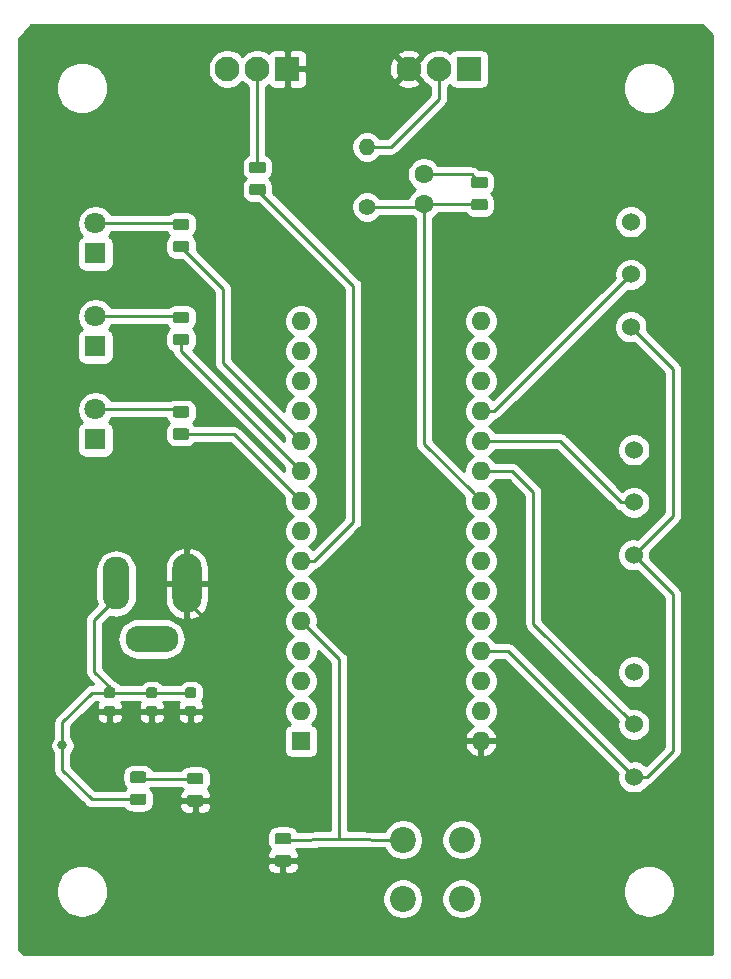
<source format=gbr>
G04 #@! TF.GenerationSoftware,KiCad,Pcbnew,(5.1.5)-3*
G04 #@! TF.CreationDate,2020-02-29T11:13:48-05:00*
G04 #@! TF.ProjectId,LED Control,4c454420-436f-46e7-9472-6f6c2e6b6963,rev?*
G04 #@! TF.SameCoordinates,Original*
G04 #@! TF.FileFunction,Copper,L1,Top*
G04 #@! TF.FilePolarity,Positive*
%FSLAX46Y46*%
G04 Gerber Fmt 4.6, Leading zero omitted, Abs format (unit mm)*
G04 Created by KiCad (PCBNEW (5.1.5)-3) date 2020-02-29 11:13:48*
%MOMM*%
%LPD*%
G04 APERTURE LIST*
%ADD10C,2.100000*%
%ADD11R,2.100000X2.100000*%
%ADD12O,1.400000X1.400000*%
%ADD13C,1.400000*%
%ADD14R,1.600000X1.600000*%
%ADD15O,1.600000X1.600000*%
%ADD16C,0.100000*%
%ADD17C,1.600000*%
%ADD18R,1.800000X1.800000*%
%ADD19C,1.800000*%
%ADD20O,2.500000X5.000000*%
%ADD21O,2.250000X4.500000*%
%ADD22O,4.500000X2.250000*%
%ADD23C,1.524000*%
%ADD24C,2.200000*%
%ADD25C,0.800000*%
%ADD26C,0.250000*%
%ADD27C,0.254000*%
G04 APERTURE END LIST*
D10*
X138684000Y-64389000D03*
X141224000Y-64389000D03*
D11*
X143764000Y-64389000D03*
D10*
X123317000Y-64389000D03*
X125857000Y-64389000D03*
D11*
X128397000Y-64389000D03*
D12*
X135128000Y-70993000D03*
D13*
X135128000Y-76073000D03*
D14*
X129540000Y-121285000D03*
D15*
X144780000Y-88265000D03*
X129540000Y-118745000D03*
X144780000Y-90805000D03*
X129540000Y-116205000D03*
X144780000Y-93345000D03*
X129540000Y-113665000D03*
X144780000Y-95885000D03*
X129540000Y-111125000D03*
X144780000Y-98425000D03*
X129540000Y-108585000D03*
X144780000Y-100965000D03*
X129540000Y-106045000D03*
X144780000Y-103505000D03*
X129540000Y-103505000D03*
X144780000Y-106045000D03*
X129540000Y-100965000D03*
X144780000Y-108585000D03*
X129540000Y-98425000D03*
X144780000Y-111125000D03*
X129540000Y-95885000D03*
X144780000Y-113665000D03*
X129540000Y-93345000D03*
X144780000Y-116205000D03*
X129540000Y-90805000D03*
X144780000Y-118745000D03*
X129540000Y-88265000D03*
X144780000Y-121285000D03*
X129540000Y-85725000D03*
X144780000Y-85725000D03*
G04 #@! TA.AperFunction,SMDPad,CuDef*
D16*
G36*
X120483191Y-116759053D02*
G01*
X120504426Y-116762203D01*
X120525250Y-116767419D01*
X120545462Y-116774651D01*
X120564868Y-116783830D01*
X120583281Y-116794866D01*
X120600524Y-116807654D01*
X120616430Y-116822070D01*
X120630846Y-116837976D01*
X120643634Y-116855219D01*
X120654670Y-116873632D01*
X120663849Y-116893038D01*
X120671081Y-116913250D01*
X120676297Y-116934074D01*
X120679447Y-116955309D01*
X120680500Y-116976750D01*
X120680500Y-117414250D01*
X120679447Y-117435691D01*
X120676297Y-117456926D01*
X120671081Y-117477750D01*
X120663849Y-117497962D01*
X120654670Y-117517368D01*
X120643634Y-117535781D01*
X120630846Y-117553024D01*
X120616430Y-117568930D01*
X120600524Y-117583346D01*
X120583281Y-117596134D01*
X120564868Y-117607170D01*
X120545462Y-117616349D01*
X120525250Y-117623581D01*
X120504426Y-117628797D01*
X120483191Y-117631947D01*
X120461750Y-117633000D01*
X119949250Y-117633000D01*
X119927809Y-117631947D01*
X119906574Y-117628797D01*
X119885750Y-117623581D01*
X119865538Y-117616349D01*
X119846132Y-117607170D01*
X119827719Y-117596134D01*
X119810476Y-117583346D01*
X119794570Y-117568930D01*
X119780154Y-117553024D01*
X119767366Y-117535781D01*
X119756330Y-117517368D01*
X119747151Y-117497962D01*
X119739919Y-117477750D01*
X119734703Y-117456926D01*
X119731553Y-117435691D01*
X119730500Y-117414250D01*
X119730500Y-116976750D01*
X119731553Y-116955309D01*
X119734703Y-116934074D01*
X119739919Y-116913250D01*
X119747151Y-116893038D01*
X119756330Y-116873632D01*
X119767366Y-116855219D01*
X119780154Y-116837976D01*
X119794570Y-116822070D01*
X119810476Y-116807654D01*
X119827719Y-116794866D01*
X119846132Y-116783830D01*
X119865538Y-116774651D01*
X119885750Y-116767419D01*
X119906574Y-116762203D01*
X119927809Y-116759053D01*
X119949250Y-116758000D01*
X120461750Y-116758000D01*
X120483191Y-116759053D01*
G37*
G04 #@! TD.AperFunction*
G04 #@! TA.AperFunction,SMDPad,CuDef*
G36*
X120483191Y-118334053D02*
G01*
X120504426Y-118337203D01*
X120525250Y-118342419D01*
X120545462Y-118349651D01*
X120564868Y-118358830D01*
X120583281Y-118369866D01*
X120600524Y-118382654D01*
X120616430Y-118397070D01*
X120630846Y-118412976D01*
X120643634Y-118430219D01*
X120654670Y-118448632D01*
X120663849Y-118468038D01*
X120671081Y-118488250D01*
X120676297Y-118509074D01*
X120679447Y-118530309D01*
X120680500Y-118551750D01*
X120680500Y-118989250D01*
X120679447Y-119010691D01*
X120676297Y-119031926D01*
X120671081Y-119052750D01*
X120663849Y-119072962D01*
X120654670Y-119092368D01*
X120643634Y-119110781D01*
X120630846Y-119128024D01*
X120616430Y-119143930D01*
X120600524Y-119158346D01*
X120583281Y-119171134D01*
X120564868Y-119182170D01*
X120545462Y-119191349D01*
X120525250Y-119198581D01*
X120504426Y-119203797D01*
X120483191Y-119206947D01*
X120461750Y-119208000D01*
X119949250Y-119208000D01*
X119927809Y-119206947D01*
X119906574Y-119203797D01*
X119885750Y-119198581D01*
X119865538Y-119191349D01*
X119846132Y-119182170D01*
X119827719Y-119171134D01*
X119810476Y-119158346D01*
X119794570Y-119143930D01*
X119780154Y-119128024D01*
X119767366Y-119110781D01*
X119756330Y-119092368D01*
X119747151Y-119072962D01*
X119739919Y-119052750D01*
X119734703Y-119031926D01*
X119731553Y-119010691D01*
X119730500Y-118989250D01*
X119730500Y-118551750D01*
X119731553Y-118530309D01*
X119734703Y-118509074D01*
X119739919Y-118488250D01*
X119747151Y-118468038D01*
X119756330Y-118448632D01*
X119767366Y-118430219D01*
X119780154Y-118412976D01*
X119794570Y-118397070D01*
X119810476Y-118382654D01*
X119827719Y-118369866D01*
X119846132Y-118358830D01*
X119865538Y-118349651D01*
X119885750Y-118342419D01*
X119906574Y-118337203D01*
X119927809Y-118334053D01*
X119949250Y-118333000D01*
X120461750Y-118333000D01*
X120483191Y-118334053D01*
G37*
G04 #@! TD.AperFunction*
G04 #@! TA.AperFunction,SMDPad,CuDef*
G36*
X117181191Y-116759053D02*
G01*
X117202426Y-116762203D01*
X117223250Y-116767419D01*
X117243462Y-116774651D01*
X117262868Y-116783830D01*
X117281281Y-116794866D01*
X117298524Y-116807654D01*
X117314430Y-116822070D01*
X117328846Y-116837976D01*
X117341634Y-116855219D01*
X117352670Y-116873632D01*
X117361849Y-116893038D01*
X117369081Y-116913250D01*
X117374297Y-116934074D01*
X117377447Y-116955309D01*
X117378500Y-116976750D01*
X117378500Y-117414250D01*
X117377447Y-117435691D01*
X117374297Y-117456926D01*
X117369081Y-117477750D01*
X117361849Y-117497962D01*
X117352670Y-117517368D01*
X117341634Y-117535781D01*
X117328846Y-117553024D01*
X117314430Y-117568930D01*
X117298524Y-117583346D01*
X117281281Y-117596134D01*
X117262868Y-117607170D01*
X117243462Y-117616349D01*
X117223250Y-117623581D01*
X117202426Y-117628797D01*
X117181191Y-117631947D01*
X117159750Y-117633000D01*
X116647250Y-117633000D01*
X116625809Y-117631947D01*
X116604574Y-117628797D01*
X116583750Y-117623581D01*
X116563538Y-117616349D01*
X116544132Y-117607170D01*
X116525719Y-117596134D01*
X116508476Y-117583346D01*
X116492570Y-117568930D01*
X116478154Y-117553024D01*
X116465366Y-117535781D01*
X116454330Y-117517368D01*
X116445151Y-117497962D01*
X116437919Y-117477750D01*
X116432703Y-117456926D01*
X116429553Y-117435691D01*
X116428500Y-117414250D01*
X116428500Y-116976750D01*
X116429553Y-116955309D01*
X116432703Y-116934074D01*
X116437919Y-116913250D01*
X116445151Y-116893038D01*
X116454330Y-116873632D01*
X116465366Y-116855219D01*
X116478154Y-116837976D01*
X116492570Y-116822070D01*
X116508476Y-116807654D01*
X116525719Y-116794866D01*
X116544132Y-116783830D01*
X116563538Y-116774651D01*
X116583750Y-116767419D01*
X116604574Y-116762203D01*
X116625809Y-116759053D01*
X116647250Y-116758000D01*
X117159750Y-116758000D01*
X117181191Y-116759053D01*
G37*
G04 #@! TD.AperFunction*
G04 #@! TA.AperFunction,SMDPad,CuDef*
G36*
X117181191Y-118334053D02*
G01*
X117202426Y-118337203D01*
X117223250Y-118342419D01*
X117243462Y-118349651D01*
X117262868Y-118358830D01*
X117281281Y-118369866D01*
X117298524Y-118382654D01*
X117314430Y-118397070D01*
X117328846Y-118412976D01*
X117341634Y-118430219D01*
X117352670Y-118448632D01*
X117361849Y-118468038D01*
X117369081Y-118488250D01*
X117374297Y-118509074D01*
X117377447Y-118530309D01*
X117378500Y-118551750D01*
X117378500Y-118989250D01*
X117377447Y-119010691D01*
X117374297Y-119031926D01*
X117369081Y-119052750D01*
X117361849Y-119072962D01*
X117352670Y-119092368D01*
X117341634Y-119110781D01*
X117328846Y-119128024D01*
X117314430Y-119143930D01*
X117298524Y-119158346D01*
X117281281Y-119171134D01*
X117262868Y-119182170D01*
X117243462Y-119191349D01*
X117223250Y-119198581D01*
X117202426Y-119203797D01*
X117181191Y-119206947D01*
X117159750Y-119208000D01*
X116647250Y-119208000D01*
X116625809Y-119206947D01*
X116604574Y-119203797D01*
X116583750Y-119198581D01*
X116563538Y-119191349D01*
X116544132Y-119182170D01*
X116525719Y-119171134D01*
X116508476Y-119158346D01*
X116492570Y-119143930D01*
X116478154Y-119128024D01*
X116465366Y-119110781D01*
X116454330Y-119092368D01*
X116445151Y-119072962D01*
X116437919Y-119052750D01*
X116432703Y-119031926D01*
X116429553Y-119010691D01*
X116428500Y-118989250D01*
X116428500Y-118551750D01*
X116429553Y-118530309D01*
X116432703Y-118509074D01*
X116437919Y-118488250D01*
X116445151Y-118468038D01*
X116454330Y-118448632D01*
X116465366Y-118430219D01*
X116478154Y-118412976D01*
X116492570Y-118397070D01*
X116508476Y-118382654D01*
X116525719Y-118369866D01*
X116544132Y-118358830D01*
X116563538Y-118349651D01*
X116583750Y-118342419D01*
X116604574Y-118337203D01*
X116625809Y-118334053D01*
X116647250Y-118333000D01*
X117159750Y-118333000D01*
X117181191Y-118334053D01*
G37*
G04 #@! TD.AperFunction*
G04 #@! TA.AperFunction,SMDPad,CuDef*
G36*
X113625191Y-118334053D02*
G01*
X113646426Y-118337203D01*
X113667250Y-118342419D01*
X113687462Y-118349651D01*
X113706868Y-118358830D01*
X113725281Y-118369866D01*
X113742524Y-118382654D01*
X113758430Y-118397070D01*
X113772846Y-118412976D01*
X113785634Y-118430219D01*
X113796670Y-118448632D01*
X113805849Y-118468038D01*
X113813081Y-118488250D01*
X113818297Y-118509074D01*
X113821447Y-118530309D01*
X113822500Y-118551750D01*
X113822500Y-118989250D01*
X113821447Y-119010691D01*
X113818297Y-119031926D01*
X113813081Y-119052750D01*
X113805849Y-119072962D01*
X113796670Y-119092368D01*
X113785634Y-119110781D01*
X113772846Y-119128024D01*
X113758430Y-119143930D01*
X113742524Y-119158346D01*
X113725281Y-119171134D01*
X113706868Y-119182170D01*
X113687462Y-119191349D01*
X113667250Y-119198581D01*
X113646426Y-119203797D01*
X113625191Y-119206947D01*
X113603750Y-119208000D01*
X113091250Y-119208000D01*
X113069809Y-119206947D01*
X113048574Y-119203797D01*
X113027750Y-119198581D01*
X113007538Y-119191349D01*
X112988132Y-119182170D01*
X112969719Y-119171134D01*
X112952476Y-119158346D01*
X112936570Y-119143930D01*
X112922154Y-119128024D01*
X112909366Y-119110781D01*
X112898330Y-119092368D01*
X112889151Y-119072962D01*
X112881919Y-119052750D01*
X112876703Y-119031926D01*
X112873553Y-119010691D01*
X112872500Y-118989250D01*
X112872500Y-118551750D01*
X112873553Y-118530309D01*
X112876703Y-118509074D01*
X112881919Y-118488250D01*
X112889151Y-118468038D01*
X112898330Y-118448632D01*
X112909366Y-118430219D01*
X112922154Y-118412976D01*
X112936570Y-118397070D01*
X112952476Y-118382654D01*
X112969719Y-118369866D01*
X112988132Y-118358830D01*
X113007538Y-118349651D01*
X113027750Y-118342419D01*
X113048574Y-118337203D01*
X113069809Y-118334053D01*
X113091250Y-118333000D01*
X113603750Y-118333000D01*
X113625191Y-118334053D01*
G37*
G04 #@! TD.AperFunction*
G04 #@! TA.AperFunction,SMDPad,CuDef*
G36*
X113625191Y-116759053D02*
G01*
X113646426Y-116762203D01*
X113667250Y-116767419D01*
X113687462Y-116774651D01*
X113706868Y-116783830D01*
X113725281Y-116794866D01*
X113742524Y-116807654D01*
X113758430Y-116822070D01*
X113772846Y-116837976D01*
X113785634Y-116855219D01*
X113796670Y-116873632D01*
X113805849Y-116893038D01*
X113813081Y-116913250D01*
X113818297Y-116934074D01*
X113821447Y-116955309D01*
X113822500Y-116976750D01*
X113822500Y-117414250D01*
X113821447Y-117435691D01*
X113818297Y-117456926D01*
X113813081Y-117477750D01*
X113805849Y-117497962D01*
X113796670Y-117517368D01*
X113785634Y-117535781D01*
X113772846Y-117553024D01*
X113758430Y-117568930D01*
X113742524Y-117583346D01*
X113725281Y-117596134D01*
X113706868Y-117607170D01*
X113687462Y-117616349D01*
X113667250Y-117623581D01*
X113646426Y-117628797D01*
X113625191Y-117631947D01*
X113603750Y-117633000D01*
X113091250Y-117633000D01*
X113069809Y-117631947D01*
X113048574Y-117628797D01*
X113027750Y-117623581D01*
X113007538Y-117616349D01*
X112988132Y-117607170D01*
X112969719Y-117596134D01*
X112952476Y-117583346D01*
X112936570Y-117568930D01*
X112922154Y-117553024D01*
X112909366Y-117535781D01*
X112898330Y-117517368D01*
X112889151Y-117497962D01*
X112881919Y-117477750D01*
X112876703Y-117456926D01*
X112873553Y-117435691D01*
X112872500Y-117414250D01*
X112872500Y-116976750D01*
X112873553Y-116955309D01*
X112876703Y-116934074D01*
X112881919Y-116913250D01*
X112889151Y-116893038D01*
X112898330Y-116873632D01*
X112909366Y-116855219D01*
X112922154Y-116837976D01*
X112936570Y-116822070D01*
X112952476Y-116807654D01*
X112969719Y-116794866D01*
X112988132Y-116783830D01*
X113007538Y-116774651D01*
X113027750Y-116767419D01*
X113048574Y-116762203D01*
X113069809Y-116759053D01*
X113091250Y-116758000D01*
X113603750Y-116758000D01*
X113625191Y-116759053D01*
G37*
G04 #@! TD.AperFunction*
D17*
X139940500Y-75819000D03*
X139940500Y-73319000D03*
D18*
X112141000Y-95758000D03*
D19*
X112141000Y-93218000D03*
X112141000Y-85344000D03*
D18*
X112141000Y-87884000D03*
X112141000Y-80010000D03*
D19*
X112141000Y-77470000D03*
G04 #@! TA.AperFunction,SMDPad,CuDef*
D16*
G36*
X116240642Y-125736674D02*
G01*
X116264303Y-125740184D01*
X116287507Y-125745996D01*
X116310029Y-125754054D01*
X116331653Y-125764282D01*
X116352170Y-125776579D01*
X116371383Y-125790829D01*
X116389107Y-125806893D01*
X116405171Y-125824617D01*
X116419421Y-125843830D01*
X116431718Y-125864347D01*
X116441946Y-125885971D01*
X116450004Y-125908493D01*
X116455816Y-125931697D01*
X116459326Y-125955358D01*
X116460500Y-125979250D01*
X116460500Y-126466750D01*
X116459326Y-126490642D01*
X116455816Y-126514303D01*
X116450004Y-126537507D01*
X116441946Y-126560029D01*
X116431718Y-126581653D01*
X116419421Y-126602170D01*
X116405171Y-126621383D01*
X116389107Y-126639107D01*
X116371383Y-126655171D01*
X116352170Y-126669421D01*
X116331653Y-126681718D01*
X116310029Y-126691946D01*
X116287507Y-126700004D01*
X116264303Y-126705816D01*
X116240642Y-126709326D01*
X116216750Y-126710500D01*
X115304250Y-126710500D01*
X115280358Y-126709326D01*
X115256697Y-126705816D01*
X115233493Y-126700004D01*
X115210971Y-126691946D01*
X115189347Y-126681718D01*
X115168830Y-126669421D01*
X115149617Y-126655171D01*
X115131893Y-126639107D01*
X115115829Y-126621383D01*
X115101579Y-126602170D01*
X115089282Y-126581653D01*
X115079054Y-126560029D01*
X115070996Y-126537507D01*
X115065184Y-126514303D01*
X115061674Y-126490642D01*
X115060500Y-126466750D01*
X115060500Y-125979250D01*
X115061674Y-125955358D01*
X115065184Y-125931697D01*
X115070996Y-125908493D01*
X115079054Y-125885971D01*
X115089282Y-125864347D01*
X115101579Y-125843830D01*
X115115829Y-125824617D01*
X115131893Y-125806893D01*
X115149617Y-125790829D01*
X115168830Y-125776579D01*
X115189347Y-125764282D01*
X115210971Y-125754054D01*
X115233493Y-125745996D01*
X115256697Y-125740184D01*
X115280358Y-125736674D01*
X115304250Y-125735500D01*
X116216750Y-125735500D01*
X116240642Y-125736674D01*
G37*
G04 #@! TD.AperFunction*
G04 #@! TA.AperFunction,SMDPad,CuDef*
G36*
X116240642Y-123861674D02*
G01*
X116264303Y-123865184D01*
X116287507Y-123870996D01*
X116310029Y-123879054D01*
X116331653Y-123889282D01*
X116352170Y-123901579D01*
X116371383Y-123915829D01*
X116389107Y-123931893D01*
X116405171Y-123949617D01*
X116419421Y-123968830D01*
X116431718Y-123989347D01*
X116441946Y-124010971D01*
X116450004Y-124033493D01*
X116455816Y-124056697D01*
X116459326Y-124080358D01*
X116460500Y-124104250D01*
X116460500Y-124591750D01*
X116459326Y-124615642D01*
X116455816Y-124639303D01*
X116450004Y-124662507D01*
X116441946Y-124685029D01*
X116431718Y-124706653D01*
X116419421Y-124727170D01*
X116405171Y-124746383D01*
X116389107Y-124764107D01*
X116371383Y-124780171D01*
X116352170Y-124794421D01*
X116331653Y-124806718D01*
X116310029Y-124816946D01*
X116287507Y-124825004D01*
X116264303Y-124830816D01*
X116240642Y-124834326D01*
X116216750Y-124835500D01*
X115304250Y-124835500D01*
X115280358Y-124834326D01*
X115256697Y-124830816D01*
X115233493Y-124825004D01*
X115210971Y-124816946D01*
X115189347Y-124806718D01*
X115168830Y-124794421D01*
X115149617Y-124780171D01*
X115131893Y-124764107D01*
X115115829Y-124746383D01*
X115101579Y-124727170D01*
X115089282Y-124706653D01*
X115079054Y-124685029D01*
X115070996Y-124662507D01*
X115065184Y-124639303D01*
X115061674Y-124615642D01*
X115060500Y-124591750D01*
X115060500Y-124104250D01*
X115061674Y-124080358D01*
X115065184Y-124056697D01*
X115070996Y-124033493D01*
X115079054Y-124010971D01*
X115089282Y-123989347D01*
X115101579Y-123968830D01*
X115115829Y-123949617D01*
X115131893Y-123931893D01*
X115149617Y-123915829D01*
X115168830Y-123901579D01*
X115189347Y-123889282D01*
X115210971Y-123879054D01*
X115233493Y-123870996D01*
X115256697Y-123865184D01*
X115280358Y-123861674D01*
X115304250Y-123860500D01*
X116216750Y-123860500D01*
X116240642Y-123861674D01*
G37*
G04 #@! TD.AperFunction*
D20*
X119888000Y-107950000D03*
D21*
X113888000Y-107950000D03*
D22*
X116888000Y-112650000D03*
G04 #@! TA.AperFunction,SMDPad,CuDef*
D16*
G36*
X128496142Y-130943674D02*
G01*
X128519803Y-130947184D01*
X128543007Y-130952996D01*
X128565529Y-130961054D01*
X128587153Y-130971282D01*
X128607670Y-130983579D01*
X128626883Y-130997829D01*
X128644607Y-131013893D01*
X128660671Y-131031617D01*
X128674921Y-131050830D01*
X128687218Y-131071347D01*
X128697446Y-131092971D01*
X128705504Y-131115493D01*
X128711316Y-131138697D01*
X128714826Y-131162358D01*
X128716000Y-131186250D01*
X128716000Y-131673750D01*
X128714826Y-131697642D01*
X128711316Y-131721303D01*
X128705504Y-131744507D01*
X128697446Y-131767029D01*
X128687218Y-131788653D01*
X128674921Y-131809170D01*
X128660671Y-131828383D01*
X128644607Y-131846107D01*
X128626883Y-131862171D01*
X128607670Y-131876421D01*
X128587153Y-131888718D01*
X128565529Y-131898946D01*
X128543007Y-131907004D01*
X128519803Y-131912816D01*
X128496142Y-131916326D01*
X128472250Y-131917500D01*
X127559750Y-131917500D01*
X127535858Y-131916326D01*
X127512197Y-131912816D01*
X127488993Y-131907004D01*
X127466471Y-131898946D01*
X127444847Y-131888718D01*
X127424330Y-131876421D01*
X127405117Y-131862171D01*
X127387393Y-131846107D01*
X127371329Y-131828383D01*
X127357079Y-131809170D01*
X127344782Y-131788653D01*
X127334554Y-131767029D01*
X127326496Y-131744507D01*
X127320684Y-131721303D01*
X127317174Y-131697642D01*
X127316000Y-131673750D01*
X127316000Y-131186250D01*
X127317174Y-131162358D01*
X127320684Y-131138697D01*
X127326496Y-131115493D01*
X127334554Y-131092971D01*
X127344782Y-131071347D01*
X127357079Y-131050830D01*
X127371329Y-131031617D01*
X127387393Y-131013893D01*
X127405117Y-130997829D01*
X127424330Y-130983579D01*
X127444847Y-130971282D01*
X127466471Y-130961054D01*
X127488993Y-130952996D01*
X127512197Y-130947184D01*
X127535858Y-130943674D01*
X127559750Y-130942500D01*
X128472250Y-130942500D01*
X128496142Y-130943674D01*
G37*
G04 #@! TD.AperFunction*
G04 #@! TA.AperFunction,SMDPad,CuDef*
G36*
X128496142Y-129068674D02*
G01*
X128519803Y-129072184D01*
X128543007Y-129077996D01*
X128565529Y-129086054D01*
X128587153Y-129096282D01*
X128607670Y-129108579D01*
X128626883Y-129122829D01*
X128644607Y-129138893D01*
X128660671Y-129156617D01*
X128674921Y-129175830D01*
X128687218Y-129196347D01*
X128697446Y-129217971D01*
X128705504Y-129240493D01*
X128711316Y-129263697D01*
X128714826Y-129287358D01*
X128716000Y-129311250D01*
X128716000Y-129798750D01*
X128714826Y-129822642D01*
X128711316Y-129846303D01*
X128705504Y-129869507D01*
X128697446Y-129892029D01*
X128687218Y-129913653D01*
X128674921Y-129934170D01*
X128660671Y-129953383D01*
X128644607Y-129971107D01*
X128626883Y-129987171D01*
X128607670Y-130001421D01*
X128587153Y-130013718D01*
X128565529Y-130023946D01*
X128543007Y-130032004D01*
X128519803Y-130037816D01*
X128496142Y-130041326D01*
X128472250Y-130042500D01*
X127559750Y-130042500D01*
X127535858Y-130041326D01*
X127512197Y-130037816D01*
X127488993Y-130032004D01*
X127466471Y-130023946D01*
X127444847Y-130013718D01*
X127424330Y-130001421D01*
X127405117Y-129987171D01*
X127387393Y-129971107D01*
X127371329Y-129953383D01*
X127357079Y-129934170D01*
X127344782Y-129913653D01*
X127334554Y-129892029D01*
X127326496Y-129869507D01*
X127320684Y-129846303D01*
X127317174Y-129822642D01*
X127316000Y-129798750D01*
X127316000Y-129311250D01*
X127317174Y-129287358D01*
X127320684Y-129263697D01*
X127326496Y-129240493D01*
X127334554Y-129217971D01*
X127344782Y-129196347D01*
X127357079Y-129175830D01*
X127371329Y-129156617D01*
X127387393Y-129138893D01*
X127405117Y-129122829D01*
X127424330Y-129108579D01*
X127444847Y-129096282D01*
X127466471Y-129086054D01*
X127488993Y-129077996D01*
X127512197Y-129072184D01*
X127535858Y-129068674D01*
X127559750Y-129067500D01*
X128472250Y-129067500D01*
X128496142Y-129068674D01*
G37*
G04 #@! TD.AperFunction*
G04 #@! TA.AperFunction,SMDPad,CuDef*
G36*
X126337142Y-72236174D02*
G01*
X126360803Y-72239684D01*
X126384007Y-72245496D01*
X126406529Y-72253554D01*
X126428153Y-72263782D01*
X126448670Y-72276079D01*
X126467883Y-72290329D01*
X126485607Y-72306393D01*
X126501671Y-72324117D01*
X126515921Y-72343330D01*
X126528218Y-72363847D01*
X126538446Y-72385471D01*
X126546504Y-72407993D01*
X126552316Y-72431197D01*
X126555826Y-72454858D01*
X126557000Y-72478750D01*
X126557000Y-72966250D01*
X126555826Y-72990142D01*
X126552316Y-73013803D01*
X126546504Y-73037007D01*
X126538446Y-73059529D01*
X126528218Y-73081153D01*
X126515921Y-73101670D01*
X126501671Y-73120883D01*
X126485607Y-73138607D01*
X126467883Y-73154671D01*
X126448670Y-73168921D01*
X126428153Y-73181218D01*
X126406529Y-73191446D01*
X126384007Y-73199504D01*
X126360803Y-73205316D01*
X126337142Y-73208826D01*
X126313250Y-73210000D01*
X125400750Y-73210000D01*
X125376858Y-73208826D01*
X125353197Y-73205316D01*
X125329993Y-73199504D01*
X125307471Y-73191446D01*
X125285847Y-73181218D01*
X125265330Y-73168921D01*
X125246117Y-73154671D01*
X125228393Y-73138607D01*
X125212329Y-73120883D01*
X125198079Y-73101670D01*
X125185782Y-73081153D01*
X125175554Y-73059529D01*
X125167496Y-73037007D01*
X125161684Y-73013803D01*
X125158174Y-72990142D01*
X125157000Y-72966250D01*
X125157000Y-72478750D01*
X125158174Y-72454858D01*
X125161684Y-72431197D01*
X125167496Y-72407993D01*
X125175554Y-72385471D01*
X125185782Y-72363847D01*
X125198079Y-72343330D01*
X125212329Y-72324117D01*
X125228393Y-72306393D01*
X125246117Y-72290329D01*
X125265330Y-72276079D01*
X125285847Y-72263782D01*
X125307471Y-72253554D01*
X125329993Y-72245496D01*
X125353197Y-72239684D01*
X125376858Y-72236174D01*
X125400750Y-72235000D01*
X126313250Y-72235000D01*
X126337142Y-72236174D01*
G37*
G04 #@! TD.AperFunction*
G04 #@! TA.AperFunction,SMDPad,CuDef*
G36*
X126337142Y-74111174D02*
G01*
X126360803Y-74114684D01*
X126384007Y-74120496D01*
X126406529Y-74128554D01*
X126428153Y-74138782D01*
X126448670Y-74151079D01*
X126467883Y-74165329D01*
X126485607Y-74181393D01*
X126501671Y-74199117D01*
X126515921Y-74218330D01*
X126528218Y-74238847D01*
X126538446Y-74260471D01*
X126546504Y-74282993D01*
X126552316Y-74306197D01*
X126555826Y-74329858D01*
X126557000Y-74353750D01*
X126557000Y-74841250D01*
X126555826Y-74865142D01*
X126552316Y-74888803D01*
X126546504Y-74912007D01*
X126538446Y-74934529D01*
X126528218Y-74956153D01*
X126515921Y-74976670D01*
X126501671Y-74995883D01*
X126485607Y-75013607D01*
X126467883Y-75029671D01*
X126448670Y-75043921D01*
X126428153Y-75056218D01*
X126406529Y-75066446D01*
X126384007Y-75074504D01*
X126360803Y-75080316D01*
X126337142Y-75083826D01*
X126313250Y-75085000D01*
X125400750Y-75085000D01*
X125376858Y-75083826D01*
X125353197Y-75080316D01*
X125329993Y-75074504D01*
X125307471Y-75066446D01*
X125285847Y-75056218D01*
X125265330Y-75043921D01*
X125246117Y-75029671D01*
X125228393Y-75013607D01*
X125212329Y-74995883D01*
X125198079Y-74976670D01*
X125185782Y-74956153D01*
X125175554Y-74934529D01*
X125167496Y-74912007D01*
X125161684Y-74888803D01*
X125158174Y-74865142D01*
X125157000Y-74841250D01*
X125157000Y-74353750D01*
X125158174Y-74329858D01*
X125161684Y-74306197D01*
X125167496Y-74282993D01*
X125175554Y-74260471D01*
X125185782Y-74238847D01*
X125198079Y-74218330D01*
X125212329Y-74199117D01*
X125228393Y-74181393D01*
X125246117Y-74165329D01*
X125265330Y-74151079D01*
X125285847Y-74138782D01*
X125307471Y-74128554D01*
X125329993Y-74120496D01*
X125353197Y-74114684D01*
X125376858Y-74111174D01*
X125400750Y-74110000D01*
X126313250Y-74110000D01*
X126337142Y-74111174D01*
G37*
G04 #@! TD.AperFunction*
G04 #@! TA.AperFunction,SMDPad,CuDef*
G36*
X119860142Y-92937174D02*
G01*
X119883803Y-92940684D01*
X119907007Y-92946496D01*
X119929529Y-92954554D01*
X119951153Y-92964782D01*
X119971670Y-92977079D01*
X119990883Y-92991329D01*
X120008607Y-93007393D01*
X120024671Y-93025117D01*
X120038921Y-93044330D01*
X120051218Y-93064847D01*
X120061446Y-93086471D01*
X120069504Y-93108993D01*
X120075316Y-93132197D01*
X120078826Y-93155858D01*
X120080000Y-93179750D01*
X120080000Y-93667250D01*
X120078826Y-93691142D01*
X120075316Y-93714803D01*
X120069504Y-93738007D01*
X120061446Y-93760529D01*
X120051218Y-93782153D01*
X120038921Y-93802670D01*
X120024671Y-93821883D01*
X120008607Y-93839607D01*
X119990883Y-93855671D01*
X119971670Y-93869921D01*
X119951153Y-93882218D01*
X119929529Y-93892446D01*
X119907007Y-93900504D01*
X119883803Y-93906316D01*
X119860142Y-93909826D01*
X119836250Y-93911000D01*
X118923750Y-93911000D01*
X118899858Y-93909826D01*
X118876197Y-93906316D01*
X118852993Y-93900504D01*
X118830471Y-93892446D01*
X118808847Y-93882218D01*
X118788330Y-93869921D01*
X118769117Y-93855671D01*
X118751393Y-93839607D01*
X118735329Y-93821883D01*
X118721079Y-93802670D01*
X118708782Y-93782153D01*
X118698554Y-93760529D01*
X118690496Y-93738007D01*
X118684684Y-93714803D01*
X118681174Y-93691142D01*
X118680000Y-93667250D01*
X118680000Y-93179750D01*
X118681174Y-93155858D01*
X118684684Y-93132197D01*
X118690496Y-93108993D01*
X118698554Y-93086471D01*
X118708782Y-93064847D01*
X118721079Y-93044330D01*
X118735329Y-93025117D01*
X118751393Y-93007393D01*
X118769117Y-92991329D01*
X118788330Y-92977079D01*
X118808847Y-92964782D01*
X118830471Y-92954554D01*
X118852993Y-92946496D01*
X118876197Y-92940684D01*
X118899858Y-92937174D01*
X118923750Y-92936000D01*
X119836250Y-92936000D01*
X119860142Y-92937174D01*
G37*
G04 #@! TD.AperFunction*
G04 #@! TA.AperFunction,SMDPad,CuDef*
G36*
X119860142Y-94812174D02*
G01*
X119883803Y-94815684D01*
X119907007Y-94821496D01*
X119929529Y-94829554D01*
X119951153Y-94839782D01*
X119971670Y-94852079D01*
X119990883Y-94866329D01*
X120008607Y-94882393D01*
X120024671Y-94900117D01*
X120038921Y-94919330D01*
X120051218Y-94939847D01*
X120061446Y-94961471D01*
X120069504Y-94983993D01*
X120075316Y-95007197D01*
X120078826Y-95030858D01*
X120080000Y-95054750D01*
X120080000Y-95542250D01*
X120078826Y-95566142D01*
X120075316Y-95589803D01*
X120069504Y-95613007D01*
X120061446Y-95635529D01*
X120051218Y-95657153D01*
X120038921Y-95677670D01*
X120024671Y-95696883D01*
X120008607Y-95714607D01*
X119990883Y-95730671D01*
X119971670Y-95744921D01*
X119951153Y-95757218D01*
X119929529Y-95767446D01*
X119907007Y-95775504D01*
X119883803Y-95781316D01*
X119860142Y-95784826D01*
X119836250Y-95786000D01*
X118923750Y-95786000D01*
X118899858Y-95784826D01*
X118876197Y-95781316D01*
X118852993Y-95775504D01*
X118830471Y-95767446D01*
X118808847Y-95757218D01*
X118788330Y-95744921D01*
X118769117Y-95730671D01*
X118751393Y-95714607D01*
X118735329Y-95696883D01*
X118721079Y-95677670D01*
X118708782Y-95657153D01*
X118698554Y-95635529D01*
X118690496Y-95613007D01*
X118684684Y-95589803D01*
X118681174Y-95566142D01*
X118680000Y-95542250D01*
X118680000Y-95054750D01*
X118681174Y-95030858D01*
X118684684Y-95007197D01*
X118690496Y-94983993D01*
X118698554Y-94961471D01*
X118708782Y-94939847D01*
X118721079Y-94919330D01*
X118735329Y-94900117D01*
X118751393Y-94882393D01*
X118769117Y-94866329D01*
X118788330Y-94852079D01*
X118808847Y-94839782D01*
X118830471Y-94829554D01*
X118852993Y-94821496D01*
X118876197Y-94815684D01*
X118899858Y-94812174D01*
X118923750Y-94811000D01*
X119836250Y-94811000D01*
X119860142Y-94812174D01*
G37*
G04 #@! TD.AperFunction*
G04 #@! TA.AperFunction,SMDPad,CuDef*
G36*
X119860142Y-84936174D02*
G01*
X119883803Y-84939684D01*
X119907007Y-84945496D01*
X119929529Y-84953554D01*
X119951153Y-84963782D01*
X119971670Y-84976079D01*
X119990883Y-84990329D01*
X120008607Y-85006393D01*
X120024671Y-85024117D01*
X120038921Y-85043330D01*
X120051218Y-85063847D01*
X120061446Y-85085471D01*
X120069504Y-85107993D01*
X120075316Y-85131197D01*
X120078826Y-85154858D01*
X120080000Y-85178750D01*
X120080000Y-85666250D01*
X120078826Y-85690142D01*
X120075316Y-85713803D01*
X120069504Y-85737007D01*
X120061446Y-85759529D01*
X120051218Y-85781153D01*
X120038921Y-85801670D01*
X120024671Y-85820883D01*
X120008607Y-85838607D01*
X119990883Y-85854671D01*
X119971670Y-85868921D01*
X119951153Y-85881218D01*
X119929529Y-85891446D01*
X119907007Y-85899504D01*
X119883803Y-85905316D01*
X119860142Y-85908826D01*
X119836250Y-85910000D01*
X118923750Y-85910000D01*
X118899858Y-85908826D01*
X118876197Y-85905316D01*
X118852993Y-85899504D01*
X118830471Y-85891446D01*
X118808847Y-85881218D01*
X118788330Y-85868921D01*
X118769117Y-85854671D01*
X118751393Y-85838607D01*
X118735329Y-85820883D01*
X118721079Y-85801670D01*
X118708782Y-85781153D01*
X118698554Y-85759529D01*
X118690496Y-85737007D01*
X118684684Y-85713803D01*
X118681174Y-85690142D01*
X118680000Y-85666250D01*
X118680000Y-85178750D01*
X118681174Y-85154858D01*
X118684684Y-85131197D01*
X118690496Y-85107993D01*
X118698554Y-85085471D01*
X118708782Y-85063847D01*
X118721079Y-85043330D01*
X118735329Y-85024117D01*
X118751393Y-85006393D01*
X118769117Y-84990329D01*
X118788330Y-84976079D01*
X118808847Y-84963782D01*
X118830471Y-84953554D01*
X118852993Y-84945496D01*
X118876197Y-84939684D01*
X118899858Y-84936174D01*
X118923750Y-84935000D01*
X119836250Y-84935000D01*
X119860142Y-84936174D01*
G37*
G04 #@! TD.AperFunction*
G04 #@! TA.AperFunction,SMDPad,CuDef*
G36*
X119860142Y-86811174D02*
G01*
X119883803Y-86814684D01*
X119907007Y-86820496D01*
X119929529Y-86828554D01*
X119951153Y-86838782D01*
X119971670Y-86851079D01*
X119990883Y-86865329D01*
X120008607Y-86881393D01*
X120024671Y-86899117D01*
X120038921Y-86918330D01*
X120051218Y-86938847D01*
X120061446Y-86960471D01*
X120069504Y-86982993D01*
X120075316Y-87006197D01*
X120078826Y-87029858D01*
X120080000Y-87053750D01*
X120080000Y-87541250D01*
X120078826Y-87565142D01*
X120075316Y-87588803D01*
X120069504Y-87612007D01*
X120061446Y-87634529D01*
X120051218Y-87656153D01*
X120038921Y-87676670D01*
X120024671Y-87695883D01*
X120008607Y-87713607D01*
X119990883Y-87729671D01*
X119971670Y-87743921D01*
X119951153Y-87756218D01*
X119929529Y-87766446D01*
X119907007Y-87774504D01*
X119883803Y-87780316D01*
X119860142Y-87783826D01*
X119836250Y-87785000D01*
X118923750Y-87785000D01*
X118899858Y-87783826D01*
X118876197Y-87780316D01*
X118852993Y-87774504D01*
X118830471Y-87766446D01*
X118808847Y-87756218D01*
X118788330Y-87743921D01*
X118769117Y-87729671D01*
X118751393Y-87713607D01*
X118735329Y-87695883D01*
X118721079Y-87676670D01*
X118708782Y-87656153D01*
X118698554Y-87634529D01*
X118690496Y-87612007D01*
X118684684Y-87588803D01*
X118681174Y-87565142D01*
X118680000Y-87541250D01*
X118680000Y-87053750D01*
X118681174Y-87029858D01*
X118684684Y-87006197D01*
X118690496Y-86982993D01*
X118698554Y-86960471D01*
X118708782Y-86938847D01*
X118721079Y-86918330D01*
X118735329Y-86899117D01*
X118751393Y-86881393D01*
X118769117Y-86865329D01*
X118788330Y-86851079D01*
X118808847Y-86838782D01*
X118830471Y-86828554D01*
X118852993Y-86820496D01*
X118876197Y-86814684D01*
X118899858Y-86811174D01*
X118923750Y-86810000D01*
X119836250Y-86810000D01*
X119860142Y-86811174D01*
G37*
G04 #@! TD.AperFunction*
G04 #@! TA.AperFunction,SMDPad,CuDef*
G36*
X119860142Y-78937174D02*
G01*
X119883803Y-78940684D01*
X119907007Y-78946496D01*
X119929529Y-78954554D01*
X119951153Y-78964782D01*
X119971670Y-78977079D01*
X119990883Y-78991329D01*
X120008607Y-79007393D01*
X120024671Y-79025117D01*
X120038921Y-79044330D01*
X120051218Y-79064847D01*
X120061446Y-79086471D01*
X120069504Y-79108993D01*
X120075316Y-79132197D01*
X120078826Y-79155858D01*
X120080000Y-79179750D01*
X120080000Y-79667250D01*
X120078826Y-79691142D01*
X120075316Y-79714803D01*
X120069504Y-79738007D01*
X120061446Y-79760529D01*
X120051218Y-79782153D01*
X120038921Y-79802670D01*
X120024671Y-79821883D01*
X120008607Y-79839607D01*
X119990883Y-79855671D01*
X119971670Y-79869921D01*
X119951153Y-79882218D01*
X119929529Y-79892446D01*
X119907007Y-79900504D01*
X119883803Y-79906316D01*
X119860142Y-79909826D01*
X119836250Y-79911000D01*
X118923750Y-79911000D01*
X118899858Y-79909826D01*
X118876197Y-79906316D01*
X118852993Y-79900504D01*
X118830471Y-79892446D01*
X118808847Y-79882218D01*
X118788330Y-79869921D01*
X118769117Y-79855671D01*
X118751393Y-79839607D01*
X118735329Y-79821883D01*
X118721079Y-79802670D01*
X118708782Y-79782153D01*
X118698554Y-79760529D01*
X118690496Y-79738007D01*
X118684684Y-79714803D01*
X118681174Y-79691142D01*
X118680000Y-79667250D01*
X118680000Y-79179750D01*
X118681174Y-79155858D01*
X118684684Y-79132197D01*
X118690496Y-79108993D01*
X118698554Y-79086471D01*
X118708782Y-79064847D01*
X118721079Y-79044330D01*
X118735329Y-79025117D01*
X118751393Y-79007393D01*
X118769117Y-78991329D01*
X118788330Y-78977079D01*
X118808847Y-78964782D01*
X118830471Y-78954554D01*
X118852993Y-78946496D01*
X118876197Y-78940684D01*
X118899858Y-78937174D01*
X118923750Y-78936000D01*
X119836250Y-78936000D01*
X119860142Y-78937174D01*
G37*
G04 #@! TD.AperFunction*
G04 #@! TA.AperFunction,SMDPad,CuDef*
G36*
X119860142Y-77062174D02*
G01*
X119883803Y-77065684D01*
X119907007Y-77071496D01*
X119929529Y-77079554D01*
X119951153Y-77089782D01*
X119971670Y-77102079D01*
X119990883Y-77116329D01*
X120008607Y-77132393D01*
X120024671Y-77150117D01*
X120038921Y-77169330D01*
X120051218Y-77189847D01*
X120061446Y-77211471D01*
X120069504Y-77233993D01*
X120075316Y-77257197D01*
X120078826Y-77280858D01*
X120080000Y-77304750D01*
X120080000Y-77792250D01*
X120078826Y-77816142D01*
X120075316Y-77839803D01*
X120069504Y-77863007D01*
X120061446Y-77885529D01*
X120051218Y-77907153D01*
X120038921Y-77927670D01*
X120024671Y-77946883D01*
X120008607Y-77964607D01*
X119990883Y-77980671D01*
X119971670Y-77994921D01*
X119951153Y-78007218D01*
X119929529Y-78017446D01*
X119907007Y-78025504D01*
X119883803Y-78031316D01*
X119860142Y-78034826D01*
X119836250Y-78036000D01*
X118923750Y-78036000D01*
X118899858Y-78034826D01*
X118876197Y-78031316D01*
X118852993Y-78025504D01*
X118830471Y-78017446D01*
X118808847Y-78007218D01*
X118788330Y-77994921D01*
X118769117Y-77980671D01*
X118751393Y-77964607D01*
X118735329Y-77946883D01*
X118721079Y-77927670D01*
X118708782Y-77907153D01*
X118698554Y-77885529D01*
X118690496Y-77863007D01*
X118684684Y-77839803D01*
X118681174Y-77816142D01*
X118680000Y-77792250D01*
X118680000Y-77304750D01*
X118681174Y-77280858D01*
X118684684Y-77257197D01*
X118690496Y-77233993D01*
X118698554Y-77211471D01*
X118708782Y-77189847D01*
X118721079Y-77169330D01*
X118735329Y-77150117D01*
X118751393Y-77132393D01*
X118769117Y-77116329D01*
X118788330Y-77102079D01*
X118808847Y-77089782D01*
X118830471Y-77079554D01*
X118852993Y-77071496D01*
X118876197Y-77065684D01*
X118899858Y-77062174D01*
X118923750Y-77061000D01*
X119836250Y-77061000D01*
X119860142Y-77062174D01*
G37*
G04 #@! TD.AperFunction*
G04 #@! TA.AperFunction,SMDPad,CuDef*
G36*
X121066642Y-125863674D02*
G01*
X121090303Y-125867184D01*
X121113507Y-125872996D01*
X121136029Y-125881054D01*
X121157653Y-125891282D01*
X121178170Y-125903579D01*
X121197383Y-125917829D01*
X121215107Y-125933893D01*
X121231171Y-125951617D01*
X121245421Y-125970830D01*
X121257718Y-125991347D01*
X121267946Y-126012971D01*
X121276004Y-126035493D01*
X121281816Y-126058697D01*
X121285326Y-126082358D01*
X121286500Y-126106250D01*
X121286500Y-126593750D01*
X121285326Y-126617642D01*
X121281816Y-126641303D01*
X121276004Y-126664507D01*
X121267946Y-126687029D01*
X121257718Y-126708653D01*
X121245421Y-126729170D01*
X121231171Y-126748383D01*
X121215107Y-126766107D01*
X121197383Y-126782171D01*
X121178170Y-126796421D01*
X121157653Y-126808718D01*
X121136029Y-126818946D01*
X121113507Y-126827004D01*
X121090303Y-126832816D01*
X121066642Y-126836326D01*
X121042750Y-126837500D01*
X120130250Y-126837500D01*
X120106358Y-126836326D01*
X120082697Y-126832816D01*
X120059493Y-126827004D01*
X120036971Y-126818946D01*
X120015347Y-126808718D01*
X119994830Y-126796421D01*
X119975617Y-126782171D01*
X119957893Y-126766107D01*
X119941829Y-126748383D01*
X119927579Y-126729170D01*
X119915282Y-126708653D01*
X119905054Y-126687029D01*
X119896996Y-126664507D01*
X119891184Y-126641303D01*
X119887674Y-126617642D01*
X119886500Y-126593750D01*
X119886500Y-126106250D01*
X119887674Y-126082358D01*
X119891184Y-126058697D01*
X119896996Y-126035493D01*
X119905054Y-126012971D01*
X119915282Y-125991347D01*
X119927579Y-125970830D01*
X119941829Y-125951617D01*
X119957893Y-125933893D01*
X119975617Y-125917829D01*
X119994830Y-125903579D01*
X120015347Y-125891282D01*
X120036971Y-125881054D01*
X120059493Y-125872996D01*
X120082697Y-125867184D01*
X120106358Y-125863674D01*
X120130250Y-125862500D01*
X121042750Y-125862500D01*
X121066642Y-125863674D01*
G37*
G04 #@! TD.AperFunction*
G04 #@! TA.AperFunction,SMDPad,CuDef*
G36*
X121066642Y-123988674D02*
G01*
X121090303Y-123992184D01*
X121113507Y-123997996D01*
X121136029Y-124006054D01*
X121157653Y-124016282D01*
X121178170Y-124028579D01*
X121197383Y-124042829D01*
X121215107Y-124058893D01*
X121231171Y-124076617D01*
X121245421Y-124095830D01*
X121257718Y-124116347D01*
X121267946Y-124137971D01*
X121276004Y-124160493D01*
X121281816Y-124183697D01*
X121285326Y-124207358D01*
X121286500Y-124231250D01*
X121286500Y-124718750D01*
X121285326Y-124742642D01*
X121281816Y-124766303D01*
X121276004Y-124789507D01*
X121267946Y-124812029D01*
X121257718Y-124833653D01*
X121245421Y-124854170D01*
X121231171Y-124873383D01*
X121215107Y-124891107D01*
X121197383Y-124907171D01*
X121178170Y-124921421D01*
X121157653Y-124933718D01*
X121136029Y-124943946D01*
X121113507Y-124952004D01*
X121090303Y-124957816D01*
X121066642Y-124961326D01*
X121042750Y-124962500D01*
X120130250Y-124962500D01*
X120106358Y-124961326D01*
X120082697Y-124957816D01*
X120059493Y-124952004D01*
X120036971Y-124943946D01*
X120015347Y-124933718D01*
X119994830Y-124921421D01*
X119975617Y-124907171D01*
X119957893Y-124891107D01*
X119941829Y-124873383D01*
X119927579Y-124854170D01*
X119915282Y-124833653D01*
X119905054Y-124812029D01*
X119896996Y-124789507D01*
X119891184Y-124766303D01*
X119887674Y-124742642D01*
X119886500Y-124718750D01*
X119886500Y-124231250D01*
X119887674Y-124207358D01*
X119891184Y-124183697D01*
X119896996Y-124160493D01*
X119905054Y-124137971D01*
X119915282Y-124116347D01*
X119927579Y-124095830D01*
X119941829Y-124076617D01*
X119957893Y-124058893D01*
X119975617Y-124042829D01*
X119994830Y-124028579D01*
X120015347Y-124016282D01*
X120036971Y-124006054D01*
X120059493Y-123997996D01*
X120082697Y-123992184D01*
X120106358Y-123988674D01*
X120130250Y-123987500D01*
X121042750Y-123987500D01*
X121066642Y-123988674D01*
G37*
G04 #@! TD.AperFunction*
G04 #@! TA.AperFunction,SMDPad,CuDef*
G36*
X145133142Y-73506174D02*
G01*
X145156803Y-73509684D01*
X145180007Y-73515496D01*
X145202529Y-73523554D01*
X145224153Y-73533782D01*
X145244670Y-73546079D01*
X145263883Y-73560329D01*
X145281607Y-73576393D01*
X145297671Y-73594117D01*
X145311921Y-73613330D01*
X145324218Y-73633847D01*
X145334446Y-73655471D01*
X145342504Y-73677993D01*
X145348316Y-73701197D01*
X145351826Y-73724858D01*
X145353000Y-73748750D01*
X145353000Y-74236250D01*
X145351826Y-74260142D01*
X145348316Y-74283803D01*
X145342504Y-74307007D01*
X145334446Y-74329529D01*
X145324218Y-74351153D01*
X145311921Y-74371670D01*
X145297671Y-74390883D01*
X145281607Y-74408607D01*
X145263883Y-74424671D01*
X145244670Y-74438921D01*
X145224153Y-74451218D01*
X145202529Y-74461446D01*
X145180007Y-74469504D01*
X145156803Y-74475316D01*
X145133142Y-74478826D01*
X145109250Y-74480000D01*
X144196750Y-74480000D01*
X144172858Y-74478826D01*
X144149197Y-74475316D01*
X144125993Y-74469504D01*
X144103471Y-74461446D01*
X144081847Y-74451218D01*
X144061330Y-74438921D01*
X144042117Y-74424671D01*
X144024393Y-74408607D01*
X144008329Y-74390883D01*
X143994079Y-74371670D01*
X143981782Y-74351153D01*
X143971554Y-74329529D01*
X143963496Y-74307007D01*
X143957684Y-74283803D01*
X143954174Y-74260142D01*
X143953000Y-74236250D01*
X143953000Y-73748750D01*
X143954174Y-73724858D01*
X143957684Y-73701197D01*
X143963496Y-73677993D01*
X143971554Y-73655471D01*
X143981782Y-73633847D01*
X143994079Y-73613330D01*
X144008329Y-73594117D01*
X144024393Y-73576393D01*
X144042117Y-73560329D01*
X144061330Y-73546079D01*
X144081847Y-73533782D01*
X144103471Y-73523554D01*
X144125993Y-73515496D01*
X144149197Y-73509684D01*
X144172858Y-73506174D01*
X144196750Y-73505000D01*
X145109250Y-73505000D01*
X145133142Y-73506174D01*
G37*
G04 #@! TD.AperFunction*
G04 #@! TA.AperFunction,SMDPad,CuDef*
G36*
X145133142Y-75381174D02*
G01*
X145156803Y-75384684D01*
X145180007Y-75390496D01*
X145202529Y-75398554D01*
X145224153Y-75408782D01*
X145244670Y-75421079D01*
X145263883Y-75435329D01*
X145281607Y-75451393D01*
X145297671Y-75469117D01*
X145311921Y-75488330D01*
X145324218Y-75508847D01*
X145334446Y-75530471D01*
X145342504Y-75552993D01*
X145348316Y-75576197D01*
X145351826Y-75599858D01*
X145353000Y-75623750D01*
X145353000Y-76111250D01*
X145351826Y-76135142D01*
X145348316Y-76158803D01*
X145342504Y-76182007D01*
X145334446Y-76204529D01*
X145324218Y-76226153D01*
X145311921Y-76246670D01*
X145297671Y-76265883D01*
X145281607Y-76283607D01*
X145263883Y-76299671D01*
X145244670Y-76313921D01*
X145224153Y-76326218D01*
X145202529Y-76336446D01*
X145180007Y-76344504D01*
X145156803Y-76350316D01*
X145133142Y-76353826D01*
X145109250Y-76355000D01*
X144196750Y-76355000D01*
X144172858Y-76353826D01*
X144149197Y-76350316D01*
X144125993Y-76344504D01*
X144103471Y-76336446D01*
X144081847Y-76326218D01*
X144061330Y-76313921D01*
X144042117Y-76299671D01*
X144024393Y-76283607D01*
X144008329Y-76265883D01*
X143994079Y-76246670D01*
X143981782Y-76226153D01*
X143971554Y-76204529D01*
X143963496Y-76182007D01*
X143957684Y-76158803D01*
X143954174Y-76135142D01*
X143953000Y-76111250D01*
X143953000Y-75623750D01*
X143954174Y-75599858D01*
X143957684Y-75576197D01*
X143963496Y-75552993D01*
X143971554Y-75530471D01*
X143981782Y-75508847D01*
X143994079Y-75488330D01*
X144008329Y-75469117D01*
X144024393Y-75451393D01*
X144042117Y-75435329D01*
X144061330Y-75421079D01*
X144081847Y-75408782D01*
X144103471Y-75398554D01*
X144125993Y-75390496D01*
X144149197Y-75384684D01*
X144172858Y-75381174D01*
X144196750Y-75380000D01*
X145109250Y-75380000D01*
X145133142Y-75381174D01*
G37*
G04 #@! TD.AperFunction*
D23*
X157480000Y-86238000D03*
X157480000Y-81788000D03*
X157480000Y-77338000D03*
X157734000Y-96642000D03*
X157734000Y-101092000D03*
X157734000Y-105542000D03*
X157734000Y-115438000D03*
X157734000Y-119888000D03*
X157734000Y-124338000D03*
D24*
X143152500Y-129643500D03*
X138152500Y-129643500D03*
X143152500Y-134643500D03*
X138152500Y-134643500D03*
D25*
X109347000Y-121666000D03*
D26*
X145923000Y-93345000D02*
X144780000Y-93345000D01*
X157480000Y-81788000D02*
X145923000Y-93345000D01*
X145911370Y-95885000D02*
X144780000Y-95885000D01*
X151449370Y-95885000D02*
X145911370Y-95885000D01*
X156656370Y-101092000D02*
X151449370Y-95885000D01*
X157734000Y-101092000D02*
X156656370Y-101092000D01*
X128104500Y-129643500D02*
X128016000Y-129555000D01*
X132778500Y-114363500D02*
X132778500Y-129603500D01*
X129540000Y-111125000D02*
X132778500Y-114363500D01*
X138152500Y-129643500D02*
X132778500Y-129603500D01*
X132778500Y-129603500D02*
X128104500Y-129643500D01*
X149225000Y-100203000D02*
X147447000Y-98425000D01*
X147447000Y-98425000D02*
X144780000Y-98425000D01*
X157734000Y-119888000D02*
X149225000Y-111379000D01*
X149225000Y-111379000D02*
X149225000Y-100203000D01*
X133985000Y-82725500D02*
X125857000Y-74597500D01*
X133985000Y-102731370D02*
X133985000Y-82725500D01*
X130671370Y-106045000D02*
X133985000Y-102731370D01*
X129540000Y-106045000D02*
X130671370Y-106045000D01*
X123873500Y-95298500D02*
X129540000Y-100965000D01*
X119380000Y-95298500D02*
X123873500Y-95298500D01*
X119380000Y-88265000D02*
X129540000Y-98425000D01*
X119380000Y-87297500D02*
X119380000Y-88265000D01*
X119380000Y-79423500D02*
X122936000Y-82979500D01*
X122936000Y-89281000D02*
X129540000Y-95885000D01*
X122936000Y-82979500D02*
X122936000Y-89281000D01*
X147061000Y-113665000D02*
X144780000Y-113665000D01*
X157734000Y-124338000D02*
X147061000Y-113665000D01*
X158811630Y-124338000D02*
X161036000Y-122113630D01*
X157734000Y-124338000D02*
X158811630Y-124338000D01*
X161036000Y-108844000D02*
X157734000Y-105542000D01*
X161036000Y-122113630D02*
X161036000Y-108844000D01*
X158495999Y-104780001D02*
X158495999Y-104775001D01*
X157734000Y-105542000D02*
X158495999Y-104780001D01*
X158495999Y-104775001D02*
X161036000Y-102235000D01*
X161036000Y-89794000D02*
X157480000Y-86238000D01*
X161036000Y-102235000D02*
X161036000Y-89794000D01*
X143979500Y-73319000D02*
X144653000Y-73992500D01*
X139940500Y-73319000D02*
X143979500Y-73319000D01*
X113822500Y-117195500D02*
X116903500Y-117195500D01*
X113347500Y-117195500D02*
X113822500Y-117195500D01*
X116903500Y-117195500D02*
X120205500Y-117195500D01*
X115760500Y-126223000D02*
X111808500Y-126223000D01*
X111808500Y-126223000D02*
X109347000Y-123761500D01*
X109347000Y-123761500D02*
X109347000Y-121666000D01*
X111849000Y-117195500D02*
X113347500Y-117195500D01*
X109347000Y-119697500D02*
X111849000Y-117195500D01*
X109347000Y-121666000D02*
X109347000Y-119697500D01*
X113347500Y-116758000D02*
X112014000Y-115424500D01*
X113347500Y-117195500D02*
X113347500Y-116758000D01*
X112014000Y-111014416D02*
X113253356Y-109775060D01*
X112014000Y-115424500D02*
X112014000Y-111014416D01*
X119888000Y-109029500D02*
X119713060Y-109204440D01*
X119888000Y-107950000D02*
X119888000Y-109029500D01*
X120205500Y-118770500D02*
X122339000Y-118770500D01*
X122339000Y-118770500D02*
X123571000Y-117538500D01*
X123571000Y-113073416D02*
X120522644Y-110025060D01*
X123571000Y-117538500D02*
X123571000Y-113073416D01*
X139686500Y-76073000D02*
X139940500Y-75819000D01*
X135128000Y-76073000D02*
X139686500Y-76073000D01*
X144604500Y-75819000D02*
X144653000Y-75867500D01*
X139940500Y-75819000D02*
X144604500Y-75819000D01*
X139940500Y-76950370D02*
X139954000Y-76963870D01*
X139940500Y-75819000D02*
X139940500Y-76950370D01*
X143980001Y-100165001D02*
X144780000Y-100965000D01*
X139954000Y-96139000D02*
X143980001Y-100165001D01*
X139954000Y-76963870D02*
X139954000Y-96139000D01*
X119253000Y-93169500D02*
X119507000Y-93423500D01*
X119174500Y-93218000D02*
X119380000Y-93423500D01*
X112141000Y-93218000D02*
X119174500Y-93218000D01*
X119301500Y-85344000D02*
X119380000Y-85422500D01*
X112141000Y-85344000D02*
X119301500Y-85344000D01*
X119301500Y-77470000D02*
X119380000Y-77548500D01*
X112141000Y-77470000D02*
X119301500Y-77470000D01*
X115887500Y-124475000D02*
X115760500Y-124348000D01*
X120586500Y-124475000D02*
X115887500Y-124475000D01*
X125857000Y-72235000D02*
X125857000Y-64389000D01*
X125857000Y-72722500D02*
X125857000Y-72235000D01*
X135128000Y-70993000D02*
X137160000Y-70993000D01*
X141224000Y-66929000D02*
X141224000Y-64389000D01*
X137160000Y-70993000D02*
X141224000Y-66929000D01*
D27*
G36*
X164340000Y-61522606D02*
G01*
X164340001Y-139332560D01*
X164330702Y-139340000D01*
X106080432Y-139340000D01*
X105660000Y-138972122D01*
X105660000Y-133779872D01*
X108765000Y-133779872D01*
X108765000Y-134220128D01*
X108850890Y-134651925D01*
X109019369Y-135058669D01*
X109263962Y-135424729D01*
X109575271Y-135736038D01*
X109941331Y-135980631D01*
X110348075Y-136149110D01*
X110779872Y-136235000D01*
X111220128Y-136235000D01*
X111651925Y-136149110D01*
X112058669Y-135980631D01*
X112424729Y-135736038D01*
X112736038Y-135424729D01*
X112980631Y-135058669D01*
X113149110Y-134651925D01*
X113184776Y-134472617D01*
X136417500Y-134472617D01*
X136417500Y-134814383D01*
X136484175Y-135149581D01*
X136614963Y-135465331D01*
X136804837Y-135749498D01*
X137046502Y-135991163D01*
X137330669Y-136181037D01*
X137646419Y-136311825D01*
X137981617Y-136378500D01*
X138323383Y-136378500D01*
X138658581Y-136311825D01*
X138974331Y-136181037D01*
X139258498Y-135991163D01*
X139500163Y-135749498D01*
X139690037Y-135465331D01*
X139820825Y-135149581D01*
X139887500Y-134814383D01*
X139887500Y-134472617D01*
X141417500Y-134472617D01*
X141417500Y-134814383D01*
X141484175Y-135149581D01*
X141614963Y-135465331D01*
X141804837Y-135749498D01*
X142046502Y-135991163D01*
X142330669Y-136181037D01*
X142646419Y-136311825D01*
X142981617Y-136378500D01*
X143323383Y-136378500D01*
X143658581Y-136311825D01*
X143974331Y-136181037D01*
X144258498Y-135991163D01*
X144500163Y-135749498D01*
X144690037Y-135465331D01*
X144820825Y-135149581D01*
X144887500Y-134814383D01*
X144887500Y-134472617D01*
X144820825Y-134137419D01*
X144690037Y-133821669D01*
X144662110Y-133779872D01*
X156765000Y-133779872D01*
X156765000Y-134220128D01*
X156850890Y-134651925D01*
X157019369Y-135058669D01*
X157263962Y-135424729D01*
X157575271Y-135736038D01*
X157941331Y-135980631D01*
X158348075Y-136149110D01*
X158779872Y-136235000D01*
X159220128Y-136235000D01*
X159651925Y-136149110D01*
X160058669Y-135980631D01*
X160424729Y-135736038D01*
X160736038Y-135424729D01*
X160980631Y-135058669D01*
X161149110Y-134651925D01*
X161235000Y-134220128D01*
X161235000Y-133779872D01*
X161149110Y-133348075D01*
X160980631Y-132941331D01*
X160736038Y-132575271D01*
X160424729Y-132263962D01*
X160058669Y-132019369D01*
X159651925Y-131850890D01*
X159220128Y-131765000D01*
X158779872Y-131765000D01*
X158348075Y-131850890D01*
X157941331Y-132019369D01*
X157575271Y-132263962D01*
X157263962Y-132575271D01*
X157019369Y-132941331D01*
X156850890Y-133348075D01*
X156765000Y-133779872D01*
X144662110Y-133779872D01*
X144500163Y-133537502D01*
X144258498Y-133295837D01*
X143974331Y-133105963D01*
X143658581Y-132975175D01*
X143323383Y-132908500D01*
X142981617Y-132908500D01*
X142646419Y-132975175D01*
X142330669Y-133105963D01*
X142046502Y-133295837D01*
X141804837Y-133537502D01*
X141614963Y-133821669D01*
X141484175Y-134137419D01*
X141417500Y-134472617D01*
X139887500Y-134472617D01*
X139820825Y-134137419D01*
X139690037Y-133821669D01*
X139500163Y-133537502D01*
X139258498Y-133295837D01*
X138974331Y-133105963D01*
X138658581Y-132975175D01*
X138323383Y-132908500D01*
X137981617Y-132908500D01*
X137646419Y-132975175D01*
X137330669Y-133105963D01*
X137046502Y-133295837D01*
X136804837Y-133537502D01*
X136614963Y-133821669D01*
X136484175Y-134137419D01*
X136417500Y-134472617D01*
X113184776Y-134472617D01*
X113235000Y-134220128D01*
X113235000Y-133779872D01*
X113149110Y-133348075D01*
X112980631Y-132941331D01*
X112736038Y-132575271D01*
X112424729Y-132263962D01*
X112058669Y-132019369D01*
X111812736Y-131917500D01*
X126677928Y-131917500D01*
X126690188Y-132041982D01*
X126726498Y-132161680D01*
X126785463Y-132271994D01*
X126864815Y-132368685D01*
X126961506Y-132448037D01*
X127071820Y-132507002D01*
X127191518Y-132543312D01*
X127316000Y-132555572D01*
X127730250Y-132552500D01*
X127889000Y-132393750D01*
X127889000Y-131557000D01*
X128143000Y-131557000D01*
X128143000Y-132393750D01*
X128301750Y-132552500D01*
X128716000Y-132555572D01*
X128840482Y-132543312D01*
X128960180Y-132507002D01*
X129070494Y-132448037D01*
X129167185Y-132368685D01*
X129246537Y-132271994D01*
X129305502Y-132161680D01*
X129341812Y-132041982D01*
X129354072Y-131917500D01*
X129351000Y-131715750D01*
X129192250Y-131557000D01*
X128143000Y-131557000D01*
X127889000Y-131557000D01*
X126839750Y-131557000D01*
X126681000Y-131715750D01*
X126677928Y-131917500D01*
X111812736Y-131917500D01*
X111651925Y-131850890D01*
X111220128Y-131765000D01*
X110779872Y-131765000D01*
X110348075Y-131850890D01*
X109941331Y-132019369D01*
X109575271Y-132263962D01*
X109263962Y-132575271D01*
X109019369Y-132941331D01*
X108850890Y-133348075D01*
X108765000Y-133779872D01*
X105660000Y-133779872D01*
X105660000Y-121564061D01*
X108312000Y-121564061D01*
X108312000Y-121767939D01*
X108351774Y-121967898D01*
X108429795Y-122156256D01*
X108543063Y-122325774D01*
X108587001Y-122369712D01*
X108587000Y-123724177D01*
X108583324Y-123761500D01*
X108587000Y-123798822D01*
X108587000Y-123798832D01*
X108597997Y-123910485D01*
X108614230Y-123963998D01*
X108641454Y-124053746D01*
X108712026Y-124185776D01*
X108749346Y-124231250D01*
X108806999Y-124301501D01*
X108836003Y-124325304D01*
X111244701Y-126734003D01*
X111268499Y-126763001D01*
X111384224Y-126857974D01*
X111516253Y-126928546D01*
X111659514Y-126972003D01*
X111771167Y-126983000D01*
X111771175Y-126983000D01*
X111808500Y-126986676D01*
X111845825Y-126983000D01*
X114592655Y-126983000D01*
X114680708Y-127090292D01*
X114814336Y-127199958D01*
X114966791Y-127281447D01*
X115132215Y-127331628D01*
X115304250Y-127348572D01*
X116216750Y-127348572D01*
X116388785Y-127331628D01*
X116554209Y-127281447D01*
X116706664Y-127199958D01*
X116840292Y-127090292D01*
X116949958Y-126956664D01*
X117013652Y-126837500D01*
X119248428Y-126837500D01*
X119260688Y-126961982D01*
X119296998Y-127081680D01*
X119355963Y-127191994D01*
X119435315Y-127288685D01*
X119532006Y-127368037D01*
X119642320Y-127427002D01*
X119762018Y-127463312D01*
X119886500Y-127475572D01*
X120300750Y-127472500D01*
X120459500Y-127313750D01*
X120459500Y-126477000D01*
X120713500Y-126477000D01*
X120713500Y-127313750D01*
X120872250Y-127472500D01*
X121286500Y-127475572D01*
X121410982Y-127463312D01*
X121530680Y-127427002D01*
X121640994Y-127368037D01*
X121737685Y-127288685D01*
X121817037Y-127191994D01*
X121876002Y-127081680D01*
X121912312Y-126961982D01*
X121924572Y-126837500D01*
X121921500Y-126635750D01*
X121762750Y-126477000D01*
X120713500Y-126477000D01*
X120459500Y-126477000D01*
X119410250Y-126477000D01*
X119251500Y-126635750D01*
X119248428Y-126837500D01*
X117013652Y-126837500D01*
X117031447Y-126804209D01*
X117081628Y-126638785D01*
X117098572Y-126466750D01*
X117098572Y-125979250D01*
X117081628Y-125807215D01*
X117031447Y-125641791D01*
X116949958Y-125489336D01*
X116840292Y-125355708D01*
X116754744Y-125285500D01*
X116816278Y-125235000D01*
X119418655Y-125235000D01*
X119506708Y-125342292D01*
X119513064Y-125347508D01*
X119435315Y-125411315D01*
X119355963Y-125508006D01*
X119296998Y-125618320D01*
X119260688Y-125738018D01*
X119248428Y-125862500D01*
X119251500Y-126064250D01*
X119410250Y-126223000D01*
X120459500Y-126223000D01*
X120459500Y-126203000D01*
X120713500Y-126203000D01*
X120713500Y-126223000D01*
X121762750Y-126223000D01*
X121921500Y-126064250D01*
X121924572Y-125862500D01*
X121912312Y-125738018D01*
X121876002Y-125618320D01*
X121817037Y-125508006D01*
X121737685Y-125411315D01*
X121659936Y-125347508D01*
X121666292Y-125342292D01*
X121775958Y-125208664D01*
X121857447Y-125056209D01*
X121907628Y-124890785D01*
X121924572Y-124718750D01*
X121924572Y-124231250D01*
X121907628Y-124059215D01*
X121857447Y-123893791D01*
X121775958Y-123741336D01*
X121666292Y-123607708D01*
X121532664Y-123498042D01*
X121380209Y-123416553D01*
X121214785Y-123366372D01*
X121042750Y-123349428D01*
X120130250Y-123349428D01*
X119958215Y-123366372D01*
X119792791Y-123416553D01*
X119640336Y-123498042D01*
X119506708Y-123607708D01*
X119418655Y-123715000D01*
X117003764Y-123715000D01*
X116949958Y-123614336D01*
X116840292Y-123480708D01*
X116706664Y-123371042D01*
X116554209Y-123289553D01*
X116388785Y-123239372D01*
X116216750Y-123222428D01*
X115304250Y-123222428D01*
X115132215Y-123239372D01*
X114966791Y-123289553D01*
X114814336Y-123371042D01*
X114680708Y-123480708D01*
X114571042Y-123614336D01*
X114489553Y-123766791D01*
X114439372Y-123932215D01*
X114422428Y-124104250D01*
X114422428Y-124591750D01*
X114439372Y-124763785D01*
X114489553Y-124929209D01*
X114571042Y-125081664D01*
X114680708Y-125215292D01*
X114766256Y-125285500D01*
X114680708Y-125355708D01*
X114592655Y-125463000D01*
X112123302Y-125463000D01*
X110107000Y-123446699D01*
X110107000Y-122369711D01*
X110150937Y-122325774D01*
X110264205Y-122156256D01*
X110342226Y-121967898D01*
X110382000Y-121767939D01*
X110382000Y-121564061D01*
X110342226Y-121364102D01*
X110264205Y-121175744D01*
X110150937Y-121006226D01*
X110107000Y-120962289D01*
X110107000Y-120012301D01*
X110911301Y-119208000D01*
X112234428Y-119208000D01*
X112246688Y-119332482D01*
X112282998Y-119452180D01*
X112341963Y-119562494D01*
X112421315Y-119659185D01*
X112518006Y-119738537D01*
X112628320Y-119797502D01*
X112748018Y-119833812D01*
X112872500Y-119846072D01*
X113061750Y-119843000D01*
X113220500Y-119684250D01*
X113220500Y-118897500D01*
X113474500Y-118897500D01*
X113474500Y-119684250D01*
X113633250Y-119843000D01*
X113822500Y-119846072D01*
X113946982Y-119833812D01*
X114066680Y-119797502D01*
X114176994Y-119738537D01*
X114273685Y-119659185D01*
X114353037Y-119562494D01*
X114412002Y-119452180D01*
X114448312Y-119332482D01*
X114460572Y-119208000D01*
X115790428Y-119208000D01*
X115802688Y-119332482D01*
X115838998Y-119452180D01*
X115897963Y-119562494D01*
X115977315Y-119659185D01*
X116074006Y-119738537D01*
X116184320Y-119797502D01*
X116304018Y-119833812D01*
X116428500Y-119846072D01*
X116617750Y-119843000D01*
X116776500Y-119684250D01*
X116776500Y-118897500D01*
X117030500Y-118897500D01*
X117030500Y-119684250D01*
X117189250Y-119843000D01*
X117378500Y-119846072D01*
X117502982Y-119833812D01*
X117622680Y-119797502D01*
X117732994Y-119738537D01*
X117829685Y-119659185D01*
X117909037Y-119562494D01*
X117968002Y-119452180D01*
X118004312Y-119332482D01*
X118016572Y-119208000D01*
X119092428Y-119208000D01*
X119104688Y-119332482D01*
X119140998Y-119452180D01*
X119199963Y-119562494D01*
X119279315Y-119659185D01*
X119376006Y-119738537D01*
X119486320Y-119797502D01*
X119606018Y-119833812D01*
X119730500Y-119846072D01*
X119919750Y-119843000D01*
X120078500Y-119684250D01*
X120078500Y-118897500D01*
X120332500Y-118897500D01*
X120332500Y-119684250D01*
X120491250Y-119843000D01*
X120680500Y-119846072D01*
X120804982Y-119833812D01*
X120924680Y-119797502D01*
X121034994Y-119738537D01*
X121131685Y-119659185D01*
X121211037Y-119562494D01*
X121270002Y-119452180D01*
X121306312Y-119332482D01*
X121318572Y-119208000D01*
X121315500Y-119056250D01*
X121156750Y-118897500D01*
X120332500Y-118897500D01*
X120078500Y-118897500D01*
X119254250Y-118897500D01*
X119095500Y-119056250D01*
X119092428Y-119208000D01*
X118016572Y-119208000D01*
X118013500Y-119056250D01*
X117854750Y-118897500D01*
X117030500Y-118897500D01*
X116776500Y-118897500D01*
X115952250Y-118897500D01*
X115793500Y-119056250D01*
X115790428Y-119208000D01*
X114460572Y-119208000D01*
X114457500Y-119056250D01*
X114298750Y-118897500D01*
X113474500Y-118897500D01*
X113220500Y-118897500D01*
X112396250Y-118897500D01*
X112237500Y-119056250D01*
X112234428Y-119208000D01*
X110911301Y-119208000D01*
X112163802Y-117955500D01*
X112360843Y-117955500D01*
X112341963Y-117978506D01*
X112282998Y-118088820D01*
X112246688Y-118208518D01*
X112234428Y-118333000D01*
X112237500Y-118484750D01*
X112396250Y-118643500D01*
X113220500Y-118643500D01*
X113220500Y-118623500D01*
X113474500Y-118623500D01*
X113474500Y-118643500D01*
X114298750Y-118643500D01*
X114457500Y-118484750D01*
X114460572Y-118333000D01*
X114448312Y-118208518D01*
X114412002Y-118088820D01*
X114353037Y-117978506D01*
X114334157Y-117955500D01*
X115916843Y-117955500D01*
X115897963Y-117978506D01*
X115838998Y-118088820D01*
X115802688Y-118208518D01*
X115790428Y-118333000D01*
X115793500Y-118484750D01*
X115952250Y-118643500D01*
X116776500Y-118643500D01*
X116776500Y-118623500D01*
X117030500Y-118623500D01*
X117030500Y-118643500D01*
X117854750Y-118643500D01*
X118013500Y-118484750D01*
X118016572Y-118333000D01*
X118004312Y-118208518D01*
X117968002Y-118088820D01*
X117909037Y-117978506D01*
X117890157Y-117955500D01*
X119218843Y-117955500D01*
X119199963Y-117978506D01*
X119140998Y-118088820D01*
X119104688Y-118208518D01*
X119092428Y-118333000D01*
X119095500Y-118484750D01*
X119254250Y-118643500D01*
X120078500Y-118643500D01*
X120078500Y-118623500D01*
X120332500Y-118623500D01*
X120332500Y-118643500D01*
X121156750Y-118643500D01*
X121315500Y-118484750D01*
X121318572Y-118333000D01*
X121306312Y-118208518D01*
X121270002Y-118088820D01*
X121211037Y-117978506D01*
X121156400Y-117911930D01*
X121174171Y-117890275D01*
X121253350Y-117742142D01*
X121302108Y-117581408D01*
X121318572Y-117414250D01*
X121318572Y-116976750D01*
X121302108Y-116809592D01*
X121253350Y-116648858D01*
X121174171Y-116500725D01*
X121067615Y-116370885D01*
X120937775Y-116264329D01*
X120789642Y-116185150D01*
X120628908Y-116136392D01*
X120461750Y-116119928D01*
X119949250Y-116119928D01*
X119782092Y-116136392D01*
X119621358Y-116185150D01*
X119473225Y-116264329D01*
X119343385Y-116370885D01*
X119290357Y-116435500D01*
X117818643Y-116435500D01*
X117765615Y-116370885D01*
X117635775Y-116264329D01*
X117487642Y-116185150D01*
X117326908Y-116136392D01*
X117159750Y-116119928D01*
X116647250Y-116119928D01*
X116480092Y-116136392D01*
X116319358Y-116185150D01*
X116171225Y-116264329D01*
X116041385Y-116370885D01*
X115988357Y-116435500D01*
X114262643Y-116435500D01*
X114209615Y-116370885D01*
X114079775Y-116264329D01*
X113931642Y-116185150D01*
X113813664Y-116149362D01*
X112774000Y-115109699D01*
X112774000Y-112650000D01*
X113994485Y-112650000D01*
X114028467Y-112995020D01*
X114129105Y-113326781D01*
X114292534Y-113632534D01*
X114512471Y-113900529D01*
X114780466Y-114120466D01*
X115086219Y-114283895D01*
X115417980Y-114384533D01*
X115676547Y-114410000D01*
X118099453Y-114410000D01*
X118358020Y-114384533D01*
X118689781Y-114283895D01*
X118995534Y-114120466D01*
X119263529Y-113900529D01*
X119483466Y-113632534D01*
X119646895Y-113326781D01*
X119747533Y-112995020D01*
X119781515Y-112650000D01*
X119747533Y-112304980D01*
X119646895Y-111973219D01*
X119483466Y-111667466D01*
X119263529Y-111399471D01*
X118995534Y-111179534D01*
X118689781Y-111016105D01*
X118358020Y-110915467D01*
X118099453Y-110890000D01*
X115676547Y-110890000D01*
X115417980Y-110915467D01*
X115086219Y-111016105D01*
X114780466Y-111179534D01*
X114512471Y-111399471D01*
X114292534Y-111667466D01*
X114129105Y-111973219D01*
X114028467Y-112304980D01*
X113994485Y-112650000D01*
X112774000Y-112650000D01*
X112774000Y-111329217D01*
X113351706Y-110751511D01*
X113542980Y-110809533D01*
X113888000Y-110843515D01*
X114233019Y-110809533D01*
X114564780Y-110708895D01*
X114870533Y-110545466D01*
X115138529Y-110325529D01*
X115358466Y-110057534D01*
X115521895Y-109751781D01*
X115622533Y-109420020D01*
X115648000Y-109161453D01*
X115648000Y-106738547D01*
X115631695Y-106573000D01*
X118003000Y-106573000D01*
X118003000Y-107823000D01*
X118752951Y-107823000D01*
X118752950Y-108077000D01*
X118003000Y-108077000D01*
X118003000Y-109327000D01*
X118063996Y-109692305D01*
X118195088Y-110038691D01*
X118391237Y-110352847D01*
X118644906Y-110622699D01*
X118946347Y-110837878D01*
X119283975Y-110990114D01*
X119468355Y-111037695D01*
X119761000Y-110921572D01*
X119761000Y-110335050D01*
X120015000Y-110335050D01*
X120015000Y-110921572D01*
X120307645Y-111037695D01*
X120492025Y-110990114D01*
X120829653Y-110837878D01*
X121131094Y-110622699D01*
X121384763Y-110352847D01*
X121580912Y-110038691D01*
X121712004Y-109692305D01*
X121773000Y-109327000D01*
X121773000Y-108077000D01*
X121023050Y-108077000D01*
X121023050Y-107823000D01*
X121773000Y-107823000D01*
X121773000Y-106573000D01*
X121712004Y-106207695D01*
X121580912Y-105861309D01*
X121384763Y-105547153D01*
X121131094Y-105277301D01*
X120829653Y-105062122D01*
X120492025Y-104909886D01*
X120307645Y-104862305D01*
X120015000Y-104978428D01*
X120015000Y-105564950D01*
X119761000Y-105564950D01*
X119761000Y-104978428D01*
X119468355Y-104862305D01*
X119283975Y-104909886D01*
X118946347Y-105062122D01*
X118644906Y-105277301D01*
X118391237Y-105547153D01*
X118195088Y-105861309D01*
X118063996Y-106207695D01*
X118003000Y-106573000D01*
X115631695Y-106573000D01*
X115622533Y-106479980D01*
X115521895Y-106148219D01*
X115358466Y-105842466D01*
X115138529Y-105574471D01*
X114870534Y-105354534D01*
X114564781Y-105191105D01*
X114233020Y-105090467D01*
X113888000Y-105056485D01*
X113542981Y-105090467D01*
X113211220Y-105191105D01*
X112905467Y-105354534D01*
X112637472Y-105574471D01*
X112417535Y-105842466D01*
X112254106Y-106148219D01*
X112153468Y-106479980D01*
X112128001Y-106738547D01*
X112128000Y-109161452D01*
X112153467Y-109420019D01*
X112241939Y-109711675D01*
X111502998Y-110450617D01*
X111474000Y-110474415D01*
X111450202Y-110503413D01*
X111450201Y-110503414D01*
X111379026Y-110590140D01*
X111308454Y-110722170D01*
X111264998Y-110865431D01*
X111250324Y-111014416D01*
X111254001Y-111051748D01*
X111254000Y-115387177D01*
X111250324Y-115424500D01*
X111254000Y-115461822D01*
X111254000Y-115461832D01*
X111264997Y-115573485D01*
X111308454Y-115716746D01*
X111379026Y-115848776D01*
X111418871Y-115897326D01*
X111473999Y-115964501D01*
X111503003Y-115988304D01*
X111950199Y-116435500D01*
X111886322Y-116435500D01*
X111848999Y-116431824D01*
X111811676Y-116435500D01*
X111811667Y-116435500D01*
X111700014Y-116446497D01*
X111556753Y-116489954D01*
X111424724Y-116560526D01*
X111308999Y-116655499D01*
X111285201Y-116684497D01*
X108835998Y-119133701D01*
X108807000Y-119157499D01*
X108783202Y-119186497D01*
X108783201Y-119186498D01*
X108712026Y-119273224D01*
X108641454Y-119405254D01*
X108597998Y-119548515D01*
X108583324Y-119697500D01*
X108587001Y-119734832D01*
X108587000Y-120962289D01*
X108543063Y-121006226D01*
X108429795Y-121175744D01*
X108351774Y-121364102D01*
X108312000Y-121564061D01*
X105660000Y-121564061D01*
X105660000Y-79110000D01*
X110602928Y-79110000D01*
X110602928Y-80910000D01*
X110615188Y-81034482D01*
X110651498Y-81154180D01*
X110710463Y-81264494D01*
X110789815Y-81361185D01*
X110886506Y-81440537D01*
X110996820Y-81499502D01*
X111116518Y-81535812D01*
X111241000Y-81548072D01*
X113041000Y-81548072D01*
X113165482Y-81535812D01*
X113285180Y-81499502D01*
X113395494Y-81440537D01*
X113492185Y-81361185D01*
X113571537Y-81264494D01*
X113630502Y-81154180D01*
X113666812Y-81034482D01*
X113679072Y-80910000D01*
X113679072Y-79110000D01*
X113666812Y-78985518D01*
X113630502Y-78865820D01*
X113571537Y-78755506D01*
X113492185Y-78658815D01*
X113395494Y-78579463D01*
X113285180Y-78520498D01*
X113266873Y-78514944D01*
X113333312Y-78448505D01*
X113479313Y-78230000D01*
X118162660Y-78230000D01*
X118190542Y-78282164D01*
X118300208Y-78415792D01*
X118385756Y-78486000D01*
X118300208Y-78556208D01*
X118190542Y-78689836D01*
X118109053Y-78842291D01*
X118058872Y-79007715D01*
X118041928Y-79179750D01*
X118041928Y-79667250D01*
X118058872Y-79839285D01*
X118109053Y-80004709D01*
X118190542Y-80157164D01*
X118300208Y-80290792D01*
X118433836Y-80400458D01*
X118586291Y-80481947D01*
X118751715Y-80532128D01*
X118923750Y-80549072D01*
X119430771Y-80549072D01*
X122176000Y-83294303D01*
X122176001Y-89243668D01*
X122172324Y-89281000D01*
X122186998Y-89429985D01*
X122230454Y-89573246D01*
X122301026Y-89705276D01*
X122343202Y-89756667D01*
X122396000Y-89821001D01*
X122424998Y-89844799D01*
X128141312Y-95561114D01*
X128105000Y-95743665D01*
X128105000Y-95915198D01*
X120402012Y-88212211D01*
X120459792Y-88164792D01*
X120569458Y-88031164D01*
X120650947Y-87878709D01*
X120701128Y-87713285D01*
X120718072Y-87541250D01*
X120718072Y-87053750D01*
X120701128Y-86881715D01*
X120650947Y-86716291D01*
X120569458Y-86563836D01*
X120459792Y-86430208D01*
X120374244Y-86360000D01*
X120459792Y-86289792D01*
X120569458Y-86156164D01*
X120650947Y-86003709D01*
X120701128Y-85838285D01*
X120718072Y-85666250D01*
X120718072Y-85178750D01*
X120701128Y-85006715D01*
X120650947Y-84841291D01*
X120569458Y-84688836D01*
X120459792Y-84555208D01*
X120326164Y-84445542D01*
X120173709Y-84364053D01*
X120008285Y-84313872D01*
X119836250Y-84296928D01*
X118923750Y-84296928D01*
X118751715Y-84313872D01*
X118586291Y-84364053D01*
X118433836Y-84445542D01*
X118300208Y-84555208D01*
X118276579Y-84584000D01*
X113479313Y-84584000D01*
X113333312Y-84365495D01*
X113119505Y-84151688D01*
X112868095Y-83983701D01*
X112588743Y-83867989D01*
X112292184Y-83809000D01*
X111989816Y-83809000D01*
X111693257Y-83867989D01*
X111413905Y-83983701D01*
X111162495Y-84151688D01*
X110948688Y-84365495D01*
X110780701Y-84616905D01*
X110664989Y-84896257D01*
X110606000Y-85192816D01*
X110606000Y-85495184D01*
X110664989Y-85791743D01*
X110780701Y-86071095D01*
X110948688Y-86322505D01*
X111015127Y-86388944D01*
X110996820Y-86394498D01*
X110886506Y-86453463D01*
X110789815Y-86532815D01*
X110710463Y-86629506D01*
X110651498Y-86739820D01*
X110615188Y-86859518D01*
X110602928Y-86984000D01*
X110602928Y-88784000D01*
X110615188Y-88908482D01*
X110651498Y-89028180D01*
X110710463Y-89138494D01*
X110789815Y-89235185D01*
X110886506Y-89314537D01*
X110996820Y-89373502D01*
X111116518Y-89409812D01*
X111241000Y-89422072D01*
X113041000Y-89422072D01*
X113165482Y-89409812D01*
X113285180Y-89373502D01*
X113395494Y-89314537D01*
X113492185Y-89235185D01*
X113571537Y-89138494D01*
X113630502Y-89028180D01*
X113666812Y-88908482D01*
X113679072Y-88784000D01*
X113679072Y-86984000D01*
X113666812Y-86859518D01*
X113630502Y-86739820D01*
X113571537Y-86629506D01*
X113492185Y-86532815D01*
X113395494Y-86453463D01*
X113285180Y-86394498D01*
X113266873Y-86388944D01*
X113333312Y-86322505D01*
X113479313Y-86104000D01*
X118162660Y-86104000D01*
X118190542Y-86156164D01*
X118300208Y-86289792D01*
X118385756Y-86360000D01*
X118300208Y-86430208D01*
X118190542Y-86563836D01*
X118109053Y-86716291D01*
X118058872Y-86881715D01*
X118041928Y-87053750D01*
X118041928Y-87541250D01*
X118058872Y-87713285D01*
X118109053Y-87878709D01*
X118190542Y-88031164D01*
X118300208Y-88164792D01*
X118433836Y-88274458D01*
X118586291Y-88355947D01*
X118626482Y-88368139D01*
X118630245Y-88406335D01*
X118630998Y-88413985D01*
X118674454Y-88557246D01*
X118745026Y-88689276D01*
X118816201Y-88776002D01*
X118840000Y-88805001D01*
X118868998Y-88828799D01*
X128141312Y-98101114D01*
X128105000Y-98283665D01*
X128105000Y-98455198D01*
X124437304Y-94787503D01*
X124413501Y-94758499D01*
X124297776Y-94663526D01*
X124165747Y-94592954D01*
X124022486Y-94549497D01*
X123910833Y-94538500D01*
X123910822Y-94538500D01*
X123873500Y-94534824D01*
X123836178Y-94538500D01*
X120547845Y-94538500D01*
X120459792Y-94431208D01*
X120374244Y-94361000D01*
X120459792Y-94290792D01*
X120569458Y-94157164D01*
X120650947Y-94004709D01*
X120701128Y-93839285D01*
X120718072Y-93667250D01*
X120718072Y-93179750D01*
X120701128Y-93007715D01*
X120650947Y-92842291D01*
X120569458Y-92689836D01*
X120459792Y-92556208D01*
X120326164Y-92446542D01*
X120173709Y-92365053D01*
X120008285Y-92314872D01*
X119836250Y-92297928D01*
X118923750Y-92297928D01*
X118751715Y-92314872D01*
X118586291Y-92365053D01*
X118433836Y-92446542D01*
X118419874Y-92458000D01*
X113479313Y-92458000D01*
X113333312Y-92239495D01*
X113119505Y-92025688D01*
X112868095Y-91857701D01*
X112588743Y-91741989D01*
X112292184Y-91683000D01*
X111989816Y-91683000D01*
X111693257Y-91741989D01*
X111413905Y-91857701D01*
X111162495Y-92025688D01*
X110948688Y-92239495D01*
X110780701Y-92490905D01*
X110664989Y-92770257D01*
X110606000Y-93066816D01*
X110606000Y-93369184D01*
X110664989Y-93665743D01*
X110780701Y-93945095D01*
X110948688Y-94196505D01*
X111015127Y-94262944D01*
X110996820Y-94268498D01*
X110886506Y-94327463D01*
X110789815Y-94406815D01*
X110710463Y-94503506D01*
X110651498Y-94613820D01*
X110615188Y-94733518D01*
X110602928Y-94858000D01*
X110602928Y-96658000D01*
X110615188Y-96782482D01*
X110651498Y-96902180D01*
X110710463Y-97012494D01*
X110789815Y-97109185D01*
X110886506Y-97188537D01*
X110996820Y-97247502D01*
X111116518Y-97283812D01*
X111241000Y-97296072D01*
X113041000Y-97296072D01*
X113165482Y-97283812D01*
X113285180Y-97247502D01*
X113395494Y-97188537D01*
X113492185Y-97109185D01*
X113571537Y-97012494D01*
X113630502Y-96902180D01*
X113666812Y-96782482D01*
X113679072Y-96658000D01*
X113679072Y-94858000D01*
X113666812Y-94733518D01*
X113630502Y-94613820D01*
X113571537Y-94503506D01*
X113492185Y-94406815D01*
X113395494Y-94327463D01*
X113285180Y-94268498D01*
X113266873Y-94262944D01*
X113333312Y-94196505D01*
X113479313Y-93978000D01*
X118100951Y-93978000D01*
X118109053Y-94004709D01*
X118190542Y-94157164D01*
X118300208Y-94290792D01*
X118385756Y-94361000D01*
X118300208Y-94431208D01*
X118190542Y-94564836D01*
X118109053Y-94717291D01*
X118058872Y-94882715D01*
X118041928Y-95054750D01*
X118041928Y-95542250D01*
X118058872Y-95714285D01*
X118109053Y-95879709D01*
X118190542Y-96032164D01*
X118300208Y-96165792D01*
X118433836Y-96275458D01*
X118586291Y-96356947D01*
X118751715Y-96407128D01*
X118923750Y-96424072D01*
X119836250Y-96424072D01*
X120008285Y-96407128D01*
X120173709Y-96356947D01*
X120326164Y-96275458D01*
X120459792Y-96165792D01*
X120547845Y-96058500D01*
X123558699Y-96058500D01*
X128141312Y-100641114D01*
X128105000Y-100823665D01*
X128105000Y-101106335D01*
X128160147Y-101383574D01*
X128268320Y-101644727D01*
X128425363Y-101879759D01*
X128625241Y-102079637D01*
X128857759Y-102235000D01*
X128625241Y-102390363D01*
X128425363Y-102590241D01*
X128268320Y-102825273D01*
X128160147Y-103086426D01*
X128105000Y-103363665D01*
X128105000Y-103646335D01*
X128160147Y-103923574D01*
X128268320Y-104184727D01*
X128425363Y-104419759D01*
X128625241Y-104619637D01*
X128857759Y-104775000D01*
X128625241Y-104930363D01*
X128425363Y-105130241D01*
X128268320Y-105365273D01*
X128160147Y-105626426D01*
X128105000Y-105903665D01*
X128105000Y-106186335D01*
X128160147Y-106463574D01*
X128268320Y-106724727D01*
X128425363Y-106959759D01*
X128625241Y-107159637D01*
X128857759Y-107315000D01*
X128625241Y-107470363D01*
X128425363Y-107670241D01*
X128268320Y-107905273D01*
X128160147Y-108166426D01*
X128105000Y-108443665D01*
X128105000Y-108726335D01*
X128160147Y-109003574D01*
X128268320Y-109264727D01*
X128425363Y-109499759D01*
X128625241Y-109699637D01*
X128857759Y-109855000D01*
X128625241Y-110010363D01*
X128425363Y-110210241D01*
X128268320Y-110445273D01*
X128160147Y-110706426D01*
X128105000Y-110983665D01*
X128105000Y-111266335D01*
X128160147Y-111543574D01*
X128268320Y-111804727D01*
X128425363Y-112039759D01*
X128625241Y-112239637D01*
X128857759Y-112395000D01*
X128625241Y-112550363D01*
X128425363Y-112750241D01*
X128268320Y-112985273D01*
X128160147Y-113246426D01*
X128105000Y-113523665D01*
X128105000Y-113806335D01*
X128160147Y-114083574D01*
X128268320Y-114344727D01*
X128425363Y-114579759D01*
X128625241Y-114779637D01*
X128857759Y-114935000D01*
X128625241Y-115090363D01*
X128425363Y-115290241D01*
X128268320Y-115525273D01*
X128160147Y-115786426D01*
X128105000Y-116063665D01*
X128105000Y-116346335D01*
X128160147Y-116623574D01*
X128268320Y-116884727D01*
X128425363Y-117119759D01*
X128625241Y-117319637D01*
X128857759Y-117475000D01*
X128625241Y-117630363D01*
X128425363Y-117830241D01*
X128268320Y-118065273D01*
X128160147Y-118326426D01*
X128105000Y-118603665D01*
X128105000Y-118886335D01*
X128160147Y-119163574D01*
X128268320Y-119424727D01*
X128425363Y-119659759D01*
X128623961Y-119858357D01*
X128615518Y-119859188D01*
X128495820Y-119895498D01*
X128385506Y-119954463D01*
X128288815Y-120033815D01*
X128209463Y-120130506D01*
X128150498Y-120240820D01*
X128114188Y-120360518D01*
X128101928Y-120485000D01*
X128101928Y-122085000D01*
X128114188Y-122209482D01*
X128150498Y-122329180D01*
X128209463Y-122439494D01*
X128288815Y-122536185D01*
X128385506Y-122615537D01*
X128495820Y-122674502D01*
X128615518Y-122710812D01*
X128740000Y-122723072D01*
X130340000Y-122723072D01*
X130464482Y-122710812D01*
X130584180Y-122674502D01*
X130694494Y-122615537D01*
X130791185Y-122536185D01*
X130870537Y-122439494D01*
X130929502Y-122329180D01*
X130965812Y-122209482D01*
X130978072Y-122085000D01*
X130978072Y-120485000D01*
X130965812Y-120360518D01*
X130929502Y-120240820D01*
X130870537Y-120130506D01*
X130791185Y-120033815D01*
X130694494Y-119954463D01*
X130584180Y-119895498D01*
X130464482Y-119859188D01*
X130456039Y-119858357D01*
X130654637Y-119659759D01*
X130811680Y-119424727D01*
X130919853Y-119163574D01*
X130975000Y-118886335D01*
X130975000Y-118603665D01*
X130919853Y-118326426D01*
X130811680Y-118065273D01*
X130654637Y-117830241D01*
X130454759Y-117630363D01*
X130222241Y-117475000D01*
X130454759Y-117319637D01*
X130654637Y-117119759D01*
X130811680Y-116884727D01*
X130919853Y-116623574D01*
X130975000Y-116346335D01*
X130975000Y-116063665D01*
X130919853Y-115786426D01*
X130811680Y-115525273D01*
X130654637Y-115290241D01*
X130454759Y-115090363D01*
X130222241Y-114935000D01*
X130454759Y-114779637D01*
X130654637Y-114579759D01*
X130811680Y-114344727D01*
X130919853Y-114083574D01*
X130975000Y-113806335D01*
X130975000Y-113634802D01*
X132018500Y-114678302D01*
X132018501Y-128849977D01*
X129233506Y-128873811D01*
X129205458Y-128821336D01*
X129095792Y-128687708D01*
X128962164Y-128578042D01*
X128809709Y-128496553D01*
X128644285Y-128446372D01*
X128472250Y-128429428D01*
X127559750Y-128429428D01*
X127387715Y-128446372D01*
X127222291Y-128496553D01*
X127069836Y-128578042D01*
X126936208Y-128687708D01*
X126826542Y-128821336D01*
X126745053Y-128973791D01*
X126694872Y-129139215D01*
X126677928Y-129311250D01*
X126677928Y-129798750D01*
X126694872Y-129970785D01*
X126745053Y-130136209D01*
X126826542Y-130288664D01*
X126936208Y-130422292D01*
X126942564Y-130427508D01*
X126864815Y-130491315D01*
X126785463Y-130588006D01*
X126726498Y-130698320D01*
X126690188Y-130818018D01*
X126677928Y-130942500D01*
X126681000Y-131144250D01*
X126839750Y-131303000D01*
X127889000Y-131303000D01*
X127889000Y-131283000D01*
X128143000Y-131283000D01*
X128143000Y-131303000D01*
X129192250Y-131303000D01*
X129351000Y-131144250D01*
X129354072Y-130942500D01*
X129341812Y-130818018D01*
X129305502Y-130698320D01*
X129246537Y-130588006D01*
X129167185Y-130491315D01*
X129089436Y-130427508D01*
X129095792Y-130422292D01*
X129118312Y-130394851D01*
X132744405Y-130363819D01*
X132778500Y-130367177D01*
X132813012Y-130363778D01*
X136584526Y-130391850D01*
X136614963Y-130465331D01*
X136804837Y-130749498D01*
X137046502Y-130991163D01*
X137330669Y-131181037D01*
X137646419Y-131311825D01*
X137981617Y-131378500D01*
X138323383Y-131378500D01*
X138658581Y-131311825D01*
X138974331Y-131181037D01*
X139258498Y-130991163D01*
X139500163Y-130749498D01*
X139690037Y-130465331D01*
X139820825Y-130149581D01*
X139887500Y-129814383D01*
X139887500Y-129472617D01*
X141417500Y-129472617D01*
X141417500Y-129814383D01*
X141484175Y-130149581D01*
X141614963Y-130465331D01*
X141804837Y-130749498D01*
X142046502Y-130991163D01*
X142330669Y-131181037D01*
X142646419Y-131311825D01*
X142981617Y-131378500D01*
X143323383Y-131378500D01*
X143658581Y-131311825D01*
X143974331Y-131181037D01*
X144258498Y-130991163D01*
X144500163Y-130749498D01*
X144690037Y-130465331D01*
X144820825Y-130149581D01*
X144887500Y-129814383D01*
X144887500Y-129472617D01*
X144820825Y-129137419D01*
X144690037Y-128821669D01*
X144500163Y-128537502D01*
X144258498Y-128295837D01*
X143974331Y-128105963D01*
X143658581Y-127975175D01*
X143323383Y-127908500D01*
X142981617Y-127908500D01*
X142646419Y-127975175D01*
X142330669Y-128105963D01*
X142046502Y-128295837D01*
X141804837Y-128537502D01*
X141614963Y-128821669D01*
X141484175Y-129137419D01*
X141417500Y-129472617D01*
X139887500Y-129472617D01*
X139820825Y-129137419D01*
X139690037Y-128821669D01*
X139500163Y-128537502D01*
X139258498Y-128295837D01*
X138974331Y-128105963D01*
X138658581Y-127975175D01*
X138323383Y-127908500D01*
X137981617Y-127908500D01*
X137646419Y-127975175D01*
X137330669Y-128105963D01*
X137046502Y-128295837D01*
X136804837Y-128537502D01*
X136614963Y-128821669D01*
X136594165Y-128871880D01*
X133538500Y-128849137D01*
X133538500Y-121634039D01*
X143388096Y-121634039D01*
X143428754Y-121768087D01*
X143548963Y-122022420D01*
X143716481Y-122248414D01*
X143924869Y-122437385D01*
X144166119Y-122582070D01*
X144430960Y-122676909D01*
X144653000Y-122555624D01*
X144653000Y-121412000D01*
X144907000Y-121412000D01*
X144907000Y-122555624D01*
X145129040Y-122676909D01*
X145393881Y-122582070D01*
X145635131Y-122437385D01*
X145843519Y-122248414D01*
X146011037Y-122022420D01*
X146131246Y-121768087D01*
X146171904Y-121634039D01*
X146049915Y-121412000D01*
X144907000Y-121412000D01*
X144653000Y-121412000D01*
X143510085Y-121412000D01*
X143388096Y-121634039D01*
X133538500Y-121634039D01*
X133538500Y-114400833D01*
X133542177Y-114363500D01*
X133527503Y-114214514D01*
X133484046Y-114071253D01*
X133413474Y-113939224D01*
X133342299Y-113852497D01*
X133318501Y-113823499D01*
X133289504Y-113799702D01*
X130938688Y-111448886D01*
X130975000Y-111266335D01*
X130975000Y-110983665D01*
X130919853Y-110706426D01*
X130811680Y-110445273D01*
X130654637Y-110210241D01*
X130454759Y-110010363D01*
X130222241Y-109855000D01*
X130454759Y-109699637D01*
X130654637Y-109499759D01*
X130811680Y-109264727D01*
X130919853Y-109003574D01*
X130975000Y-108726335D01*
X130975000Y-108443665D01*
X130919853Y-108166426D01*
X130811680Y-107905273D01*
X130654637Y-107670241D01*
X130454759Y-107470363D01*
X130222241Y-107315000D01*
X130454759Y-107159637D01*
X130654637Y-106959759D01*
X130761519Y-106799798D01*
X130820356Y-106794003D01*
X130963617Y-106750546D01*
X131095646Y-106679974D01*
X131211371Y-106585001D01*
X131235174Y-106555997D01*
X134496009Y-103295164D01*
X134525001Y-103271371D01*
X134548795Y-103242378D01*
X134548799Y-103242374D01*
X134619973Y-103155647D01*
X134619974Y-103155646D01*
X134690546Y-103023617D01*
X134734003Y-102880356D01*
X134745000Y-102768703D01*
X134745000Y-102768694D01*
X134748676Y-102731371D01*
X134745000Y-102694048D01*
X134745000Y-82762823D01*
X134748676Y-82725500D01*
X134745000Y-82688177D01*
X134745000Y-82688167D01*
X134734003Y-82576514D01*
X134690546Y-82433253D01*
X134619974Y-82301224D01*
X134525001Y-82185499D01*
X134496003Y-82161701D01*
X128275816Y-75941514D01*
X133793000Y-75941514D01*
X133793000Y-76204486D01*
X133844304Y-76462405D01*
X133944939Y-76705359D01*
X134091038Y-76924013D01*
X134276987Y-77109962D01*
X134495641Y-77256061D01*
X134738595Y-77356696D01*
X134996514Y-77408000D01*
X135259486Y-77408000D01*
X135517405Y-77356696D01*
X135760359Y-77256061D01*
X135979013Y-77109962D01*
X136164962Y-76924013D01*
X136225775Y-76833000D01*
X138925104Y-76833000D01*
X139025741Y-76933637D01*
X139185703Y-77040520D01*
X139190644Y-77090680D01*
X139191498Y-77099355D01*
X139194000Y-77107603D01*
X139194001Y-96101667D01*
X139190324Y-96139000D01*
X139194001Y-96176333D01*
X139204998Y-96287986D01*
X139211456Y-96309275D01*
X139248454Y-96431246D01*
X139319026Y-96563276D01*
X139377070Y-96634002D01*
X139414000Y-96679001D01*
X139442998Y-96702799D01*
X143381312Y-100641114D01*
X143345000Y-100823665D01*
X143345000Y-101106335D01*
X143400147Y-101383574D01*
X143508320Y-101644727D01*
X143665363Y-101879759D01*
X143865241Y-102079637D01*
X144097759Y-102235000D01*
X143865241Y-102390363D01*
X143665363Y-102590241D01*
X143508320Y-102825273D01*
X143400147Y-103086426D01*
X143345000Y-103363665D01*
X143345000Y-103646335D01*
X143400147Y-103923574D01*
X143508320Y-104184727D01*
X143665363Y-104419759D01*
X143865241Y-104619637D01*
X144097759Y-104775000D01*
X143865241Y-104930363D01*
X143665363Y-105130241D01*
X143508320Y-105365273D01*
X143400147Y-105626426D01*
X143345000Y-105903665D01*
X143345000Y-106186335D01*
X143400147Y-106463574D01*
X143508320Y-106724727D01*
X143665363Y-106959759D01*
X143865241Y-107159637D01*
X144097759Y-107315000D01*
X143865241Y-107470363D01*
X143665363Y-107670241D01*
X143508320Y-107905273D01*
X143400147Y-108166426D01*
X143345000Y-108443665D01*
X143345000Y-108726335D01*
X143400147Y-109003574D01*
X143508320Y-109264727D01*
X143665363Y-109499759D01*
X143865241Y-109699637D01*
X144097759Y-109855000D01*
X143865241Y-110010363D01*
X143665363Y-110210241D01*
X143508320Y-110445273D01*
X143400147Y-110706426D01*
X143345000Y-110983665D01*
X143345000Y-111266335D01*
X143400147Y-111543574D01*
X143508320Y-111804727D01*
X143665363Y-112039759D01*
X143865241Y-112239637D01*
X144097759Y-112395000D01*
X143865241Y-112550363D01*
X143665363Y-112750241D01*
X143508320Y-112985273D01*
X143400147Y-113246426D01*
X143345000Y-113523665D01*
X143345000Y-113806335D01*
X143400147Y-114083574D01*
X143508320Y-114344727D01*
X143665363Y-114579759D01*
X143865241Y-114779637D01*
X144097759Y-114935000D01*
X143865241Y-115090363D01*
X143665363Y-115290241D01*
X143508320Y-115525273D01*
X143400147Y-115786426D01*
X143345000Y-116063665D01*
X143345000Y-116346335D01*
X143400147Y-116623574D01*
X143508320Y-116884727D01*
X143665363Y-117119759D01*
X143865241Y-117319637D01*
X144097759Y-117475000D01*
X143865241Y-117630363D01*
X143665363Y-117830241D01*
X143508320Y-118065273D01*
X143400147Y-118326426D01*
X143345000Y-118603665D01*
X143345000Y-118886335D01*
X143400147Y-119163574D01*
X143508320Y-119424727D01*
X143665363Y-119659759D01*
X143865241Y-119859637D01*
X144100273Y-120016680D01*
X144110865Y-120021067D01*
X143924869Y-120132615D01*
X143716481Y-120321586D01*
X143548963Y-120547580D01*
X143428754Y-120801913D01*
X143388096Y-120935961D01*
X143510085Y-121158000D01*
X144653000Y-121158000D01*
X144653000Y-121138000D01*
X144907000Y-121138000D01*
X144907000Y-121158000D01*
X146049915Y-121158000D01*
X146171904Y-120935961D01*
X146131246Y-120801913D01*
X146011037Y-120547580D01*
X145843519Y-120321586D01*
X145635131Y-120132615D01*
X145449135Y-120021067D01*
X145459727Y-120016680D01*
X145694759Y-119859637D01*
X145894637Y-119659759D01*
X146051680Y-119424727D01*
X146159853Y-119163574D01*
X146215000Y-118886335D01*
X146215000Y-118603665D01*
X146159853Y-118326426D01*
X146051680Y-118065273D01*
X145894637Y-117830241D01*
X145694759Y-117630363D01*
X145462241Y-117475000D01*
X145694759Y-117319637D01*
X145894637Y-117119759D01*
X146051680Y-116884727D01*
X146159853Y-116623574D01*
X146215000Y-116346335D01*
X146215000Y-116063665D01*
X146159853Y-115786426D01*
X146051680Y-115525273D01*
X145894637Y-115290241D01*
X145694759Y-115090363D01*
X145462241Y-114935000D01*
X145694759Y-114779637D01*
X145894637Y-114579759D01*
X145998043Y-114425000D01*
X146746199Y-114425000D01*
X156367628Y-124046430D01*
X156337000Y-124200408D01*
X156337000Y-124475592D01*
X156390686Y-124745490D01*
X156495995Y-124999727D01*
X156648880Y-125228535D01*
X156843465Y-125423120D01*
X157072273Y-125576005D01*
X157326510Y-125681314D01*
X157596408Y-125735000D01*
X157871592Y-125735000D01*
X158141490Y-125681314D01*
X158395727Y-125576005D01*
X158624535Y-125423120D01*
X158819120Y-125228535D01*
X158910383Y-125091951D01*
X158960616Y-125087003D01*
X159103877Y-125043546D01*
X159235906Y-124972974D01*
X159351631Y-124878001D01*
X159375434Y-124848997D01*
X161547004Y-122677428D01*
X161576001Y-122653631D01*
X161670974Y-122537906D01*
X161741546Y-122405877D01*
X161785003Y-122262616D01*
X161796000Y-122150963D01*
X161796000Y-122150954D01*
X161799676Y-122113631D01*
X161796000Y-122076308D01*
X161796000Y-108881322D01*
X161799676Y-108843999D01*
X161796000Y-108806676D01*
X161796000Y-108806667D01*
X161785003Y-108695014D01*
X161741546Y-108551753D01*
X161670974Y-108419724D01*
X161576001Y-108303999D01*
X161547003Y-108280201D01*
X159100372Y-105833571D01*
X159131000Y-105679592D01*
X159131000Y-105404408D01*
X159099542Y-105246259D01*
X161547004Y-102798798D01*
X161576001Y-102775001D01*
X161670974Y-102659276D01*
X161741546Y-102527247D01*
X161785003Y-102383986D01*
X161796000Y-102272333D01*
X161796000Y-102272323D01*
X161799676Y-102235000D01*
X161796000Y-102197677D01*
X161796000Y-89831322D01*
X161799676Y-89793999D01*
X161796000Y-89756676D01*
X161796000Y-89756667D01*
X161785003Y-89645014D01*
X161741546Y-89501753D01*
X161670974Y-89369724D01*
X161628799Y-89318333D01*
X161599799Y-89282996D01*
X161599795Y-89282992D01*
X161576001Y-89253999D01*
X161547008Y-89230205D01*
X158846372Y-86529570D01*
X158877000Y-86375592D01*
X158877000Y-86100408D01*
X158823314Y-85830510D01*
X158718005Y-85576273D01*
X158565120Y-85347465D01*
X158370535Y-85152880D01*
X158141727Y-84999995D01*
X157887490Y-84894686D01*
X157617592Y-84841000D01*
X157342408Y-84841000D01*
X157072510Y-84894686D01*
X156818273Y-84999995D01*
X156589465Y-85152880D01*
X156394880Y-85347465D01*
X156241995Y-85576273D01*
X156136686Y-85830510D01*
X156083000Y-86100408D01*
X156083000Y-86375592D01*
X156136686Y-86645490D01*
X156241995Y-86899727D01*
X156394880Y-87128535D01*
X156589465Y-87323120D01*
X156818273Y-87476005D01*
X157072510Y-87581314D01*
X157342408Y-87635000D01*
X157617592Y-87635000D01*
X157771570Y-87604372D01*
X160276001Y-90108804D01*
X160276000Y-101920198D01*
X158021400Y-104174799D01*
X157871592Y-104145000D01*
X157596408Y-104145000D01*
X157326510Y-104198686D01*
X157072273Y-104303995D01*
X156843465Y-104456880D01*
X156648880Y-104651465D01*
X156495995Y-104880273D01*
X156390686Y-105134510D01*
X156337000Y-105404408D01*
X156337000Y-105679592D01*
X156390686Y-105949490D01*
X156495995Y-106203727D01*
X156648880Y-106432535D01*
X156843465Y-106627120D01*
X157072273Y-106780005D01*
X157326510Y-106885314D01*
X157596408Y-106939000D01*
X157871592Y-106939000D01*
X158025571Y-106908372D01*
X160276001Y-109158803D01*
X160276000Y-121798828D01*
X158723242Y-123351587D01*
X158624535Y-123252880D01*
X158395727Y-123099995D01*
X158141490Y-122994686D01*
X157871592Y-122941000D01*
X157596408Y-122941000D01*
X157442430Y-122971628D01*
X147624804Y-113154003D01*
X147601001Y-113124999D01*
X147485276Y-113030026D01*
X147353247Y-112959454D01*
X147209986Y-112915997D01*
X147098333Y-112905000D01*
X147098322Y-112905000D01*
X147061000Y-112901324D01*
X147023678Y-112905000D01*
X145998043Y-112905000D01*
X145894637Y-112750241D01*
X145694759Y-112550363D01*
X145462241Y-112395000D01*
X145694759Y-112239637D01*
X145894637Y-112039759D01*
X146051680Y-111804727D01*
X146159853Y-111543574D01*
X146215000Y-111266335D01*
X146215000Y-110983665D01*
X146159853Y-110706426D01*
X146051680Y-110445273D01*
X145894637Y-110210241D01*
X145694759Y-110010363D01*
X145462241Y-109855000D01*
X145694759Y-109699637D01*
X145894637Y-109499759D01*
X146051680Y-109264727D01*
X146159853Y-109003574D01*
X146215000Y-108726335D01*
X146215000Y-108443665D01*
X146159853Y-108166426D01*
X146051680Y-107905273D01*
X145894637Y-107670241D01*
X145694759Y-107470363D01*
X145462241Y-107315000D01*
X145694759Y-107159637D01*
X145894637Y-106959759D01*
X146051680Y-106724727D01*
X146159853Y-106463574D01*
X146215000Y-106186335D01*
X146215000Y-105903665D01*
X146159853Y-105626426D01*
X146051680Y-105365273D01*
X145894637Y-105130241D01*
X145694759Y-104930363D01*
X145462241Y-104775000D01*
X145694759Y-104619637D01*
X145894637Y-104419759D01*
X146051680Y-104184727D01*
X146159853Y-103923574D01*
X146215000Y-103646335D01*
X146215000Y-103363665D01*
X146159853Y-103086426D01*
X146051680Y-102825273D01*
X145894637Y-102590241D01*
X145694759Y-102390363D01*
X145462241Y-102235000D01*
X145694759Y-102079637D01*
X145894637Y-101879759D01*
X146051680Y-101644727D01*
X146159853Y-101383574D01*
X146215000Y-101106335D01*
X146215000Y-100823665D01*
X146159853Y-100546426D01*
X146051680Y-100285273D01*
X145894637Y-100050241D01*
X145694759Y-99850363D01*
X145462241Y-99695000D01*
X145694759Y-99539637D01*
X145894637Y-99339759D01*
X145998043Y-99185000D01*
X147132199Y-99185000D01*
X148465001Y-100517803D01*
X148465000Y-111341678D01*
X148461324Y-111379000D01*
X148465000Y-111416322D01*
X148465000Y-111416332D01*
X148475997Y-111527985D01*
X148508763Y-111636002D01*
X148519454Y-111671246D01*
X148590026Y-111803276D01*
X148629871Y-111851826D01*
X148684999Y-111919001D01*
X148714003Y-111942804D01*
X156367628Y-119596430D01*
X156337000Y-119750408D01*
X156337000Y-120025592D01*
X156390686Y-120295490D01*
X156495995Y-120549727D01*
X156648880Y-120778535D01*
X156843465Y-120973120D01*
X157072273Y-121126005D01*
X157326510Y-121231314D01*
X157596408Y-121285000D01*
X157871592Y-121285000D01*
X158141490Y-121231314D01*
X158395727Y-121126005D01*
X158624535Y-120973120D01*
X158819120Y-120778535D01*
X158972005Y-120549727D01*
X159077314Y-120295490D01*
X159131000Y-120025592D01*
X159131000Y-119750408D01*
X159077314Y-119480510D01*
X158972005Y-119226273D01*
X158819120Y-118997465D01*
X158624535Y-118802880D01*
X158395727Y-118649995D01*
X158141490Y-118544686D01*
X157871592Y-118491000D01*
X157596408Y-118491000D01*
X157442430Y-118521628D01*
X154221210Y-115300408D01*
X156337000Y-115300408D01*
X156337000Y-115575592D01*
X156390686Y-115845490D01*
X156495995Y-116099727D01*
X156648880Y-116328535D01*
X156843465Y-116523120D01*
X157072273Y-116676005D01*
X157326510Y-116781314D01*
X157596408Y-116835000D01*
X157871592Y-116835000D01*
X158141490Y-116781314D01*
X158395727Y-116676005D01*
X158624535Y-116523120D01*
X158819120Y-116328535D01*
X158972005Y-116099727D01*
X159077314Y-115845490D01*
X159131000Y-115575592D01*
X159131000Y-115300408D01*
X159077314Y-115030510D01*
X158972005Y-114776273D01*
X158819120Y-114547465D01*
X158624535Y-114352880D01*
X158395727Y-114199995D01*
X158141490Y-114094686D01*
X157871592Y-114041000D01*
X157596408Y-114041000D01*
X157326510Y-114094686D01*
X157072273Y-114199995D01*
X156843465Y-114352880D01*
X156648880Y-114547465D01*
X156495995Y-114776273D01*
X156390686Y-115030510D01*
X156337000Y-115300408D01*
X154221210Y-115300408D01*
X149985000Y-111064199D01*
X149985000Y-100240325D01*
X149988676Y-100203000D01*
X149985000Y-100165675D01*
X149985000Y-100165667D01*
X149974003Y-100054014D01*
X149930546Y-99910753D01*
X149859974Y-99778724D01*
X149765001Y-99662999D01*
X149736003Y-99639201D01*
X148010804Y-97914003D01*
X147987001Y-97884999D01*
X147871276Y-97790026D01*
X147739247Y-97719454D01*
X147595986Y-97675997D01*
X147484333Y-97665000D01*
X147484322Y-97665000D01*
X147447000Y-97661324D01*
X147409678Y-97665000D01*
X145998043Y-97665000D01*
X145894637Y-97510241D01*
X145694759Y-97310363D01*
X145462241Y-97155000D01*
X145694759Y-96999637D01*
X145894637Y-96799759D01*
X145998043Y-96645000D01*
X151134569Y-96645000D01*
X156092571Y-101603003D01*
X156116369Y-101632001D01*
X156145367Y-101655799D01*
X156232093Y-101726974D01*
X156364123Y-101797546D01*
X156507384Y-101841003D01*
X156557617Y-101845951D01*
X156648880Y-101982535D01*
X156843465Y-102177120D01*
X157072273Y-102330005D01*
X157326510Y-102435314D01*
X157596408Y-102489000D01*
X157871592Y-102489000D01*
X158141490Y-102435314D01*
X158395727Y-102330005D01*
X158624535Y-102177120D01*
X158819120Y-101982535D01*
X158972005Y-101753727D01*
X159077314Y-101499490D01*
X159131000Y-101229592D01*
X159131000Y-100954408D01*
X159077314Y-100684510D01*
X158972005Y-100430273D01*
X158819120Y-100201465D01*
X158624535Y-100006880D01*
X158395727Y-99853995D01*
X158141490Y-99748686D01*
X157871592Y-99695000D01*
X157596408Y-99695000D01*
X157326510Y-99748686D01*
X157072273Y-99853995D01*
X156843465Y-100006880D01*
X156744758Y-100105587D01*
X153143579Y-96504408D01*
X156337000Y-96504408D01*
X156337000Y-96779592D01*
X156390686Y-97049490D01*
X156495995Y-97303727D01*
X156648880Y-97532535D01*
X156843465Y-97727120D01*
X157072273Y-97880005D01*
X157326510Y-97985314D01*
X157596408Y-98039000D01*
X157871592Y-98039000D01*
X158141490Y-97985314D01*
X158395727Y-97880005D01*
X158624535Y-97727120D01*
X158819120Y-97532535D01*
X158972005Y-97303727D01*
X159077314Y-97049490D01*
X159131000Y-96779592D01*
X159131000Y-96504408D01*
X159077314Y-96234510D01*
X158972005Y-95980273D01*
X158819120Y-95751465D01*
X158624535Y-95556880D01*
X158395727Y-95403995D01*
X158141490Y-95298686D01*
X157871592Y-95245000D01*
X157596408Y-95245000D01*
X157326510Y-95298686D01*
X157072273Y-95403995D01*
X156843465Y-95556880D01*
X156648880Y-95751465D01*
X156495995Y-95980273D01*
X156390686Y-96234510D01*
X156337000Y-96504408D01*
X153143579Y-96504408D01*
X152013174Y-95374003D01*
X151989371Y-95344999D01*
X151873646Y-95250026D01*
X151741617Y-95179454D01*
X151598356Y-95135997D01*
X151486703Y-95125000D01*
X151486692Y-95125000D01*
X151449370Y-95121324D01*
X151412048Y-95125000D01*
X145998043Y-95125000D01*
X145894637Y-94970241D01*
X145694759Y-94770363D01*
X145462241Y-94615000D01*
X145694759Y-94459637D01*
X145894637Y-94259759D01*
X146000700Y-94101024D01*
X146071986Y-94094003D01*
X146215247Y-94050546D01*
X146347276Y-93979974D01*
X146463001Y-93885001D01*
X146486804Y-93855997D01*
X157188430Y-83154372D01*
X157342408Y-83185000D01*
X157617592Y-83185000D01*
X157887490Y-83131314D01*
X158141727Y-83026005D01*
X158370535Y-82873120D01*
X158565120Y-82678535D01*
X158718005Y-82449727D01*
X158823314Y-82195490D01*
X158877000Y-81925592D01*
X158877000Y-81650408D01*
X158823314Y-81380510D01*
X158718005Y-81126273D01*
X158565120Y-80897465D01*
X158370535Y-80702880D01*
X158141727Y-80549995D01*
X157887490Y-80444686D01*
X157617592Y-80391000D01*
X157342408Y-80391000D01*
X157072510Y-80444686D01*
X156818273Y-80549995D01*
X156589465Y-80702880D01*
X156394880Y-80897465D01*
X156241995Y-81126273D01*
X156136686Y-81380510D01*
X156083000Y-81650408D01*
X156083000Y-81925592D01*
X156113628Y-82079570D01*
X145828797Y-92364401D01*
X145694759Y-92230363D01*
X145462241Y-92075000D01*
X145694759Y-91919637D01*
X145894637Y-91719759D01*
X146051680Y-91484727D01*
X146159853Y-91223574D01*
X146215000Y-90946335D01*
X146215000Y-90663665D01*
X146159853Y-90386426D01*
X146051680Y-90125273D01*
X145894637Y-89890241D01*
X145694759Y-89690363D01*
X145462241Y-89535000D01*
X145694759Y-89379637D01*
X145894637Y-89179759D01*
X146051680Y-88944727D01*
X146159853Y-88683574D01*
X146215000Y-88406335D01*
X146215000Y-88123665D01*
X146159853Y-87846426D01*
X146051680Y-87585273D01*
X145894637Y-87350241D01*
X145694759Y-87150363D01*
X145462241Y-86995000D01*
X145694759Y-86839637D01*
X145894637Y-86639759D01*
X146051680Y-86404727D01*
X146159853Y-86143574D01*
X146215000Y-85866335D01*
X146215000Y-85583665D01*
X146159853Y-85306426D01*
X146051680Y-85045273D01*
X145894637Y-84810241D01*
X145694759Y-84610363D01*
X145459727Y-84453320D01*
X145198574Y-84345147D01*
X144921335Y-84290000D01*
X144638665Y-84290000D01*
X144361426Y-84345147D01*
X144100273Y-84453320D01*
X143865241Y-84610363D01*
X143665363Y-84810241D01*
X143508320Y-85045273D01*
X143400147Y-85306426D01*
X143345000Y-85583665D01*
X143345000Y-85866335D01*
X143400147Y-86143574D01*
X143508320Y-86404727D01*
X143665363Y-86639759D01*
X143865241Y-86839637D01*
X144097759Y-86995000D01*
X143865241Y-87150363D01*
X143665363Y-87350241D01*
X143508320Y-87585273D01*
X143400147Y-87846426D01*
X143345000Y-88123665D01*
X143345000Y-88406335D01*
X143400147Y-88683574D01*
X143508320Y-88944727D01*
X143665363Y-89179759D01*
X143865241Y-89379637D01*
X144097759Y-89535000D01*
X143865241Y-89690363D01*
X143665363Y-89890241D01*
X143508320Y-90125273D01*
X143400147Y-90386426D01*
X143345000Y-90663665D01*
X143345000Y-90946335D01*
X143400147Y-91223574D01*
X143508320Y-91484727D01*
X143665363Y-91719759D01*
X143865241Y-91919637D01*
X144097759Y-92075000D01*
X143865241Y-92230363D01*
X143665363Y-92430241D01*
X143508320Y-92665273D01*
X143400147Y-92926426D01*
X143345000Y-93203665D01*
X143345000Y-93486335D01*
X143400147Y-93763574D01*
X143508320Y-94024727D01*
X143665363Y-94259759D01*
X143865241Y-94459637D01*
X144097759Y-94615000D01*
X143865241Y-94770363D01*
X143665363Y-94970241D01*
X143508320Y-95205273D01*
X143400147Y-95466426D01*
X143345000Y-95743665D01*
X143345000Y-96026335D01*
X143400147Y-96303574D01*
X143508320Y-96564727D01*
X143665363Y-96799759D01*
X143865241Y-96999637D01*
X144097759Y-97155000D01*
X143865241Y-97310363D01*
X143665363Y-97510241D01*
X143508320Y-97745273D01*
X143400147Y-98006426D01*
X143345000Y-98283665D01*
X143345000Y-98455198D01*
X140714000Y-95824199D01*
X140714000Y-77200408D01*
X156083000Y-77200408D01*
X156083000Y-77475592D01*
X156136686Y-77745490D01*
X156241995Y-77999727D01*
X156394880Y-78228535D01*
X156589465Y-78423120D01*
X156818273Y-78576005D01*
X157072510Y-78681314D01*
X157342408Y-78735000D01*
X157617592Y-78735000D01*
X157887490Y-78681314D01*
X158141727Y-78576005D01*
X158370535Y-78423120D01*
X158565120Y-78228535D01*
X158718005Y-77999727D01*
X158823314Y-77745490D01*
X158877000Y-77475592D01*
X158877000Y-77200408D01*
X158823314Y-76930510D01*
X158718005Y-76676273D01*
X158565120Y-76447465D01*
X158370535Y-76252880D01*
X158141727Y-76099995D01*
X157887490Y-75994686D01*
X157617592Y-75941000D01*
X157342408Y-75941000D01*
X157072510Y-75994686D01*
X156818273Y-76099995D01*
X156589465Y-76252880D01*
X156394880Y-76447465D01*
X156241995Y-76676273D01*
X156136686Y-76930510D01*
X156083000Y-77200408D01*
X140714000Y-77200408D01*
X140714000Y-77028023D01*
X140855259Y-76933637D01*
X141055137Y-76733759D01*
X141158543Y-76579000D01*
X143451695Y-76579000D01*
X143463542Y-76601164D01*
X143573208Y-76734792D01*
X143706836Y-76844458D01*
X143859291Y-76925947D01*
X144024715Y-76976128D01*
X144196750Y-76993072D01*
X145109250Y-76993072D01*
X145281285Y-76976128D01*
X145446709Y-76925947D01*
X145599164Y-76844458D01*
X145732792Y-76734792D01*
X145842458Y-76601164D01*
X145923947Y-76448709D01*
X145974128Y-76283285D01*
X145991072Y-76111250D01*
X145991072Y-75623750D01*
X145974128Y-75451715D01*
X145923947Y-75286291D01*
X145842458Y-75133836D01*
X145732792Y-75000208D01*
X145647244Y-74930000D01*
X145732792Y-74859792D01*
X145842458Y-74726164D01*
X145923947Y-74573709D01*
X145974128Y-74408285D01*
X145991072Y-74236250D01*
X145991072Y-73748750D01*
X145974128Y-73576715D01*
X145923947Y-73411291D01*
X145842458Y-73258836D01*
X145732792Y-73125208D01*
X145599164Y-73015542D01*
X145446709Y-72934053D01*
X145281285Y-72883872D01*
X145109250Y-72866928D01*
X144602229Y-72866928D01*
X144543303Y-72808002D01*
X144519501Y-72778999D01*
X144403776Y-72684026D01*
X144271747Y-72613454D01*
X144128486Y-72569997D01*
X144016833Y-72559000D01*
X144016822Y-72559000D01*
X143979500Y-72555324D01*
X143942178Y-72559000D01*
X141158543Y-72559000D01*
X141055137Y-72404241D01*
X140855259Y-72204363D01*
X140620227Y-72047320D01*
X140359074Y-71939147D01*
X140081835Y-71884000D01*
X139799165Y-71884000D01*
X139521926Y-71939147D01*
X139260773Y-72047320D01*
X139025741Y-72204363D01*
X138825863Y-72404241D01*
X138668820Y-72639273D01*
X138560647Y-72900426D01*
X138505500Y-73177665D01*
X138505500Y-73460335D01*
X138560647Y-73737574D01*
X138668820Y-73998727D01*
X138825863Y-74233759D01*
X139025741Y-74433637D01*
X139228327Y-74569000D01*
X139025741Y-74704363D01*
X138825863Y-74904241D01*
X138668820Y-75139273D01*
X138596860Y-75313000D01*
X136225775Y-75313000D01*
X136164962Y-75221987D01*
X135979013Y-75036038D01*
X135760359Y-74889939D01*
X135517405Y-74789304D01*
X135259486Y-74738000D01*
X134996514Y-74738000D01*
X134738595Y-74789304D01*
X134495641Y-74889939D01*
X134276987Y-75036038D01*
X134091038Y-75221987D01*
X133944939Y-75440641D01*
X133844304Y-75683595D01*
X133793000Y-75941514D01*
X128275816Y-75941514D01*
X127193322Y-74859021D01*
X127195072Y-74841250D01*
X127195072Y-74353750D01*
X127178128Y-74181715D01*
X127127947Y-74016291D01*
X127046458Y-73863836D01*
X126936792Y-73730208D01*
X126851244Y-73660000D01*
X126936792Y-73589792D01*
X127046458Y-73456164D01*
X127127947Y-73303709D01*
X127178128Y-73138285D01*
X127195072Y-72966250D01*
X127195072Y-72478750D01*
X127178128Y-72306715D01*
X127127947Y-72141291D01*
X127046458Y-71988836D01*
X126936792Y-71855208D01*
X126803164Y-71745542D01*
X126650709Y-71664053D01*
X126617000Y-71653827D01*
X126617000Y-70861514D01*
X133793000Y-70861514D01*
X133793000Y-71124486D01*
X133844304Y-71382405D01*
X133944939Y-71625359D01*
X134091038Y-71844013D01*
X134276987Y-72029962D01*
X134495641Y-72176061D01*
X134738595Y-72276696D01*
X134996514Y-72328000D01*
X135259486Y-72328000D01*
X135517405Y-72276696D01*
X135760359Y-72176061D01*
X135979013Y-72029962D01*
X136164962Y-71844013D01*
X136225775Y-71753000D01*
X137122678Y-71753000D01*
X137160000Y-71756676D01*
X137197322Y-71753000D01*
X137197333Y-71753000D01*
X137308986Y-71742003D01*
X137452247Y-71698546D01*
X137584276Y-71627974D01*
X137700001Y-71533001D01*
X137723804Y-71503997D01*
X141735004Y-67492798D01*
X141764001Y-67469001D01*
X141800334Y-67424729D01*
X141858974Y-67353277D01*
X141929546Y-67221247D01*
X141929546Y-67221246D01*
X141973003Y-67077986D01*
X141984000Y-66966333D01*
X141984000Y-66966323D01*
X141987676Y-66929000D01*
X141984000Y-66891677D01*
X141984000Y-65898029D01*
X142022147Y-65882228D01*
X142175958Y-65779454D01*
X142183463Y-65793494D01*
X142262815Y-65890185D01*
X142359506Y-65969537D01*
X142469820Y-66028502D01*
X142589518Y-66064812D01*
X142714000Y-66077072D01*
X144814000Y-66077072D01*
X144938482Y-66064812D01*
X145058180Y-66028502D01*
X145168494Y-65969537D01*
X145265185Y-65890185D01*
X145344537Y-65793494D01*
X145351818Y-65779872D01*
X156765000Y-65779872D01*
X156765000Y-66220128D01*
X156850890Y-66651925D01*
X157019369Y-67058669D01*
X157263962Y-67424729D01*
X157575271Y-67736038D01*
X157941331Y-67980631D01*
X158348075Y-68149110D01*
X158779872Y-68235000D01*
X159220128Y-68235000D01*
X159651925Y-68149110D01*
X160058669Y-67980631D01*
X160424729Y-67736038D01*
X160736038Y-67424729D01*
X160980631Y-67058669D01*
X161149110Y-66651925D01*
X161235000Y-66220128D01*
X161235000Y-65779872D01*
X161149110Y-65348075D01*
X160980631Y-64941331D01*
X160736038Y-64575271D01*
X160424729Y-64263962D01*
X160058669Y-64019369D01*
X159651925Y-63850890D01*
X159220128Y-63765000D01*
X158779872Y-63765000D01*
X158348075Y-63850890D01*
X157941331Y-64019369D01*
X157575271Y-64263962D01*
X157263962Y-64575271D01*
X157019369Y-64941331D01*
X156850890Y-65348075D01*
X156765000Y-65779872D01*
X145351818Y-65779872D01*
X145403502Y-65683180D01*
X145439812Y-65563482D01*
X145452072Y-65439000D01*
X145452072Y-63339000D01*
X145439812Y-63214518D01*
X145403502Y-63094820D01*
X145344537Y-62984506D01*
X145265185Y-62887815D01*
X145168494Y-62808463D01*
X145058180Y-62749498D01*
X144938482Y-62713188D01*
X144814000Y-62700928D01*
X142714000Y-62700928D01*
X142589518Y-62713188D01*
X142469820Y-62749498D01*
X142359506Y-62808463D01*
X142262815Y-62887815D01*
X142183463Y-62984506D01*
X142175958Y-62998546D01*
X142022147Y-62895772D01*
X141715496Y-62768754D01*
X141389958Y-62704000D01*
X141058042Y-62704000D01*
X140732504Y-62768754D01*
X140425853Y-62895772D01*
X140149875Y-63080175D01*
X139915175Y-63314875D01*
X139858958Y-63399009D01*
X139855066Y-63397539D01*
X138863605Y-64389000D01*
X139855066Y-65380461D01*
X139858958Y-65378991D01*
X139915175Y-65463125D01*
X140149875Y-65697825D01*
X140425853Y-65882228D01*
X140464000Y-65898029D01*
X140464000Y-66614198D01*
X136845199Y-70233000D01*
X136225775Y-70233000D01*
X136164962Y-70141987D01*
X135979013Y-69956038D01*
X135760359Y-69809939D01*
X135517405Y-69709304D01*
X135259486Y-69658000D01*
X134996514Y-69658000D01*
X134738595Y-69709304D01*
X134495641Y-69809939D01*
X134276987Y-69956038D01*
X134091038Y-70141987D01*
X133944939Y-70360641D01*
X133844304Y-70603595D01*
X133793000Y-70861514D01*
X126617000Y-70861514D01*
X126617000Y-65898029D01*
X126655147Y-65882228D01*
X126808958Y-65779454D01*
X126816463Y-65793494D01*
X126895815Y-65890185D01*
X126992506Y-65969537D01*
X127102820Y-66028502D01*
X127222518Y-66064812D01*
X127347000Y-66077072D01*
X128111250Y-66074000D01*
X128270000Y-65915250D01*
X128270000Y-64516000D01*
X128524000Y-64516000D01*
X128524000Y-65915250D01*
X128682750Y-66074000D01*
X129447000Y-66077072D01*
X129571482Y-66064812D01*
X129691180Y-66028502D01*
X129801494Y-65969537D01*
X129898185Y-65890185D01*
X129977537Y-65793494D01*
X130036502Y-65683180D01*
X130072812Y-65563482D01*
X130073148Y-65560066D01*
X137692539Y-65560066D01*
X137794339Y-65829579D01*
X138092477Y-65975463D01*
X138413346Y-66060380D01*
X138744617Y-66081066D01*
X139073557Y-66036728D01*
X139387527Y-65929069D01*
X139573661Y-65829579D01*
X139675461Y-65560066D01*
X138684000Y-64568605D01*
X137692539Y-65560066D01*
X130073148Y-65560066D01*
X130085072Y-65439000D01*
X130082000Y-64674750D01*
X129923250Y-64516000D01*
X128524000Y-64516000D01*
X128270000Y-64516000D01*
X128250000Y-64516000D01*
X128250000Y-64449617D01*
X136991934Y-64449617D01*
X137036272Y-64778557D01*
X137143931Y-65092527D01*
X137243421Y-65278661D01*
X137512934Y-65380461D01*
X138504395Y-64389000D01*
X137512934Y-63397539D01*
X137243421Y-63499339D01*
X137097537Y-63797477D01*
X137012620Y-64118346D01*
X136991934Y-64449617D01*
X128250000Y-64449617D01*
X128250000Y-64262000D01*
X128270000Y-64262000D01*
X128270000Y-62862750D01*
X128524000Y-62862750D01*
X128524000Y-64262000D01*
X129923250Y-64262000D01*
X130082000Y-64103250D01*
X130085072Y-63339000D01*
X130073149Y-63217934D01*
X137692539Y-63217934D01*
X138684000Y-64209395D01*
X139675461Y-63217934D01*
X139573661Y-62948421D01*
X139275523Y-62802537D01*
X138954654Y-62717620D01*
X138623383Y-62696934D01*
X138294443Y-62741272D01*
X137980473Y-62848931D01*
X137794339Y-62948421D01*
X137692539Y-63217934D01*
X130073149Y-63217934D01*
X130072812Y-63214518D01*
X130036502Y-63094820D01*
X129977537Y-62984506D01*
X129898185Y-62887815D01*
X129801494Y-62808463D01*
X129691180Y-62749498D01*
X129571482Y-62713188D01*
X129447000Y-62700928D01*
X128682750Y-62704000D01*
X128524000Y-62862750D01*
X128270000Y-62862750D01*
X128111250Y-62704000D01*
X127347000Y-62700928D01*
X127222518Y-62713188D01*
X127102820Y-62749498D01*
X126992506Y-62808463D01*
X126895815Y-62887815D01*
X126816463Y-62984506D01*
X126808958Y-62998546D01*
X126655147Y-62895772D01*
X126348496Y-62768754D01*
X126022958Y-62704000D01*
X125691042Y-62704000D01*
X125365504Y-62768754D01*
X125058853Y-62895772D01*
X124782875Y-63080175D01*
X124587000Y-63276050D01*
X124391125Y-63080175D01*
X124115147Y-62895772D01*
X123808496Y-62768754D01*
X123482958Y-62704000D01*
X123151042Y-62704000D01*
X122825504Y-62768754D01*
X122518853Y-62895772D01*
X122242875Y-63080175D01*
X122008175Y-63314875D01*
X121823772Y-63590853D01*
X121696754Y-63897504D01*
X121632000Y-64223042D01*
X121632000Y-64554958D01*
X121696754Y-64880496D01*
X121823772Y-65187147D01*
X122008175Y-65463125D01*
X122242875Y-65697825D01*
X122518853Y-65882228D01*
X122825504Y-66009246D01*
X123151042Y-66074000D01*
X123482958Y-66074000D01*
X123808496Y-66009246D01*
X124115147Y-65882228D01*
X124391125Y-65697825D01*
X124587000Y-65501950D01*
X124782875Y-65697825D01*
X125058853Y-65882228D01*
X125097001Y-65898029D01*
X125097000Y-71653827D01*
X125063291Y-71664053D01*
X124910836Y-71745542D01*
X124777208Y-71855208D01*
X124667542Y-71988836D01*
X124586053Y-72141291D01*
X124535872Y-72306715D01*
X124518928Y-72478750D01*
X124518928Y-72966250D01*
X124535872Y-73138285D01*
X124586053Y-73303709D01*
X124667542Y-73456164D01*
X124777208Y-73589792D01*
X124862756Y-73660000D01*
X124777208Y-73730208D01*
X124667542Y-73863836D01*
X124586053Y-74016291D01*
X124535872Y-74181715D01*
X124518928Y-74353750D01*
X124518928Y-74841250D01*
X124535872Y-75013285D01*
X124586053Y-75178709D01*
X124667542Y-75331164D01*
X124777208Y-75464792D01*
X124910836Y-75574458D01*
X125063291Y-75655947D01*
X125228715Y-75706128D01*
X125400750Y-75723072D01*
X125907771Y-75723072D01*
X133225001Y-83040303D01*
X133225000Y-102416567D01*
X130582982Y-105058586D01*
X130454759Y-104930363D01*
X130222241Y-104775000D01*
X130454759Y-104619637D01*
X130654637Y-104419759D01*
X130811680Y-104184727D01*
X130919853Y-103923574D01*
X130975000Y-103646335D01*
X130975000Y-103363665D01*
X130919853Y-103086426D01*
X130811680Y-102825273D01*
X130654637Y-102590241D01*
X130454759Y-102390363D01*
X130222241Y-102235000D01*
X130454759Y-102079637D01*
X130654637Y-101879759D01*
X130811680Y-101644727D01*
X130919853Y-101383574D01*
X130975000Y-101106335D01*
X130975000Y-100823665D01*
X130919853Y-100546426D01*
X130811680Y-100285273D01*
X130654637Y-100050241D01*
X130454759Y-99850363D01*
X130222241Y-99695000D01*
X130454759Y-99539637D01*
X130654637Y-99339759D01*
X130811680Y-99104727D01*
X130919853Y-98843574D01*
X130975000Y-98566335D01*
X130975000Y-98283665D01*
X130919853Y-98006426D01*
X130811680Y-97745273D01*
X130654637Y-97510241D01*
X130454759Y-97310363D01*
X130222241Y-97155000D01*
X130454759Y-96999637D01*
X130654637Y-96799759D01*
X130811680Y-96564727D01*
X130919853Y-96303574D01*
X130975000Y-96026335D01*
X130975000Y-95743665D01*
X130919853Y-95466426D01*
X130811680Y-95205273D01*
X130654637Y-94970241D01*
X130454759Y-94770363D01*
X130222241Y-94615000D01*
X130454759Y-94459637D01*
X130654637Y-94259759D01*
X130811680Y-94024727D01*
X130919853Y-93763574D01*
X130975000Y-93486335D01*
X130975000Y-93203665D01*
X130919853Y-92926426D01*
X130811680Y-92665273D01*
X130654637Y-92430241D01*
X130454759Y-92230363D01*
X130222241Y-92075000D01*
X130454759Y-91919637D01*
X130654637Y-91719759D01*
X130811680Y-91484727D01*
X130919853Y-91223574D01*
X130975000Y-90946335D01*
X130975000Y-90663665D01*
X130919853Y-90386426D01*
X130811680Y-90125273D01*
X130654637Y-89890241D01*
X130454759Y-89690363D01*
X130222241Y-89535000D01*
X130454759Y-89379637D01*
X130654637Y-89179759D01*
X130811680Y-88944727D01*
X130919853Y-88683574D01*
X130975000Y-88406335D01*
X130975000Y-88123665D01*
X130919853Y-87846426D01*
X130811680Y-87585273D01*
X130654637Y-87350241D01*
X130454759Y-87150363D01*
X130222241Y-86995000D01*
X130454759Y-86839637D01*
X130654637Y-86639759D01*
X130811680Y-86404727D01*
X130919853Y-86143574D01*
X130975000Y-85866335D01*
X130975000Y-85583665D01*
X130919853Y-85306426D01*
X130811680Y-85045273D01*
X130654637Y-84810241D01*
X130454759Y-84610363D01*
X130219727Y-84453320D01*
X129958574Y-84345147D01*
X129681335Y-84290000D01*
X129398665Y-84290000D01*
X129121426Y-84345147D01*
X128860273Y-84453320D01*
X128625241Y-84610363D01*
X128425363Y-84810241D01*
X128268320Y-85045273D01*
X128160147Y-85306426D01*
X128105000Y-85583665D01*
X128105000Y-85866335D01*
X128160147Y-86143574D01*
X128268320Y-86404727D01*
X128425363Y-86639759D01*
X128625241Y-86839637D01*
X128857759Y-86995000D01*
X128625241Y-87150363D01*
X128425363Y-87350241D01*
X128268320Y-87585273D01*
X128160147Y-87846426D01*
X128105000Y-88123665D01*
X128105000Y-88406335D01*
X128160147Y-88683574D01*
X128268320Y-88944727D01*
X128425363Y-89179759D01*
X128625241Y-89379637D01*
X128857759Y-89535000D01*
X128625241Y-89690363D01*
X128425363Y-89890241D01*
X128268320Y-90125273D01*
X128160147Y-90386426D01*
X128105000Y-90663665D01*
X128105000Y-90946335D01*
X128160147Y-91223574D01*
X128268320Y-91484727D01*
X128425363Y-91719759D01*
X128625241Y-91919637D01*
X128857759Y-92075000D01*
X128625241Y-92230363D01*
X128425363Y-92430241D01*
X128268320Y-92665273D01*
X128160147Y-92926426D01*
X128105000Y-93203665D01*
X128105000Y-93375198D01*
X123696000Y-88966199D01*
X123696000Y-83016822D01*
X123699676Y-82979499D01*
X123696000Y-82942176D01*
X123696000Y-82942167D01*
X123685003Y-82830514D01*
X123641546Y-82687253D01*
X123570974Y-82555224D01*
X123557811Y-82539185D01*
X123499799Y-82468496D01*
X123499795Y-82468492D01*
X123476001Y-82439499D01*
X123447009Y-82415706D01*
X120716322Y-79685020D01*
X120718072Y-79667250D01*
X120718072Y-79179750D01*
X120701128Y-79007715D01*
X120650947Y-78842291D01*
X120569458Y-78689836D01*
X120459792Y-78556208D01*
X120374244Y-78486000D01*
X120459792Y-78415792D01*
X120569458Y-78282164D01*
X120650947Y-78129709D01*
X120701128Y-77964285D01*
X120718072Y-77792250D01*
X120718072Y-77304750D01*
X120701128Y-77132715D01*
X120650947Y-76967291D01*
X120569458Y-76814836D01*
X120459792Y-76681208D01*
X120326164Y-76571542D01*
X120173709Y-76490053D01*
X120008285Y-76439872D01*
X119836250Y-76422928D01*
X118923750Y-76422928D01*
X118751715Y-76439872D01*
X118586291Y-76490053D01*
X118433836Y-76571542D01*
X118300208Y-76681208D01*
X118276579Y-76710000D01*
X113479313Y-76710000D01*
X113333312Y-76491495D01*
X113119505Y-76277688D01*
X112868095Y-76109701D01*
X112588743Y-75993989D01*
X112292184Y-75935000D01*
X111989816Y-75935000D01*
X111693257Y-75993989D01*
X111413905Y-76109701D01*
X111162495Y-76277688D01*
X110948688Y-76491495D01*
X110780701Y-76742905D01*
X110664989Y-77022257D01*
X110606000Y-77318816D01*
X110606000Y-77621184D01*
X110664989Y-77917743D01*
X110780701Y-78197095D01*
X110948688Y-78448505D01*
X111015127Y-78514944D01*
X110996820Y-78520498D01*
X110886506Y-78579463D01*
X110789815Y-78658815D01*
X110710463Y-78755506D01*
X110651498Y-78865820D01*
X110615188Y-78985518D01*
X110602928Y-79110000D01*
X105660000Y-79110000D01*
X105660000Y-65779872D01*
X108765000Y-65779872D01*
X108765000Y-66220128D01*
X108850890Y-66651925D01*
X109019369Y-67058669D01*
X109263962Y-67424729D01*
X109575271Y-67736038D01*
X109941331Y-67980631D01*
X110348075Y-68149110D01*
X110779872Y-68235000D01*
X111220128Y-68235000D01*
X111651925Y-68149110D01*
X112058669Y-67980631D01*
X112424729Y-67736038D01*
X112736038Y-67424729D01*
X112980631Y-67058669D01*
X113149110Y-66651925D01*
X113235000Y-66220128D01*
X113235000Y-65779872D01*
X113149110Y-65348075D01*
X112980631Y-64941331D01*
X112736038Y-64575271D01*
X112424729Y-64263962D01*
X112058669Y-64019369D01*
X111651925Y-63850890D01*
X111220128Y-63765000D01*
X110779872Y-63765000D01*
X110348075Y-63850890D01*
X109941331Y-64019369D01*
X109575271Y-64263962D01*
X109263962Y-64575271D01*
X109019369Y-64941331D01*
X108850890Y-65348075D01*
X108765000Y-65779872D01*
X105660000Y-65779872D01*
X105660000Y-61874380D01*
X106671983Y-60660000D01*
X163477394Y-60660000D01*
X164340000Y-61522606D01*
G37*
X164340000Y-61522606D02*
X164340001Y-139332560D01*
X164330702Y-139340000D01*
X106080432Y-139340000D01*
X105660000Y-138972122D01*
X105660000Y-133779872D01*
X108765000Y-133779872D01*
X108765000Y-134220128D01*
X108850890Y-134651925D01*
X109019369Y-135058669D01*
X109263962Y-135424729D01*
X109575271Y-135736038D01*
X109941331Y-135980631D01*
X110348075Y-136149110D01*
X110779872Y-136235000D01*
X111220128Y-136235000D01*
X111651925Y-136149110D01*
X112058669Y-135980631D01*
X112424729Y-135736038D01*
X112736038Y-135424729D01*
X112980631Y-135058669D01*
X113149110Y-134651925D01*
X113184776Y-134472617D01*
X136417500Y-134472617D01*
X136417500Y-134814383D01*
X136484175Y-135149581D01*
X136614963Y-135465331D01*
X136804837Y-135749498D01*
X137046502Y-135991163D01*
X137330669Y-136181037D01*
X137646419Y-136311825D01*
X137981617Y-136378500D01*
X138323383Y-136378500D01*
X138658581Y-136311825D01*
X138974331Y-136181037D01*
X139258498Y-135991163D01*
X139500163Y-135749498D01*
X139690037Y-135465331D01*
X139820825Y-135149581D01*
X139887500Y-134814383D01*
X139887500Y-134472617D01*
X141417500Y-134472617D01*
X141417500Y-134814383D01*
X141484175Y-135149581D01*
X141614963Y-135465331D01*
X141804837Y-135749498D01*
X142046502Y-135991163D01*
X142330669Y-136181037D01*
X142646419Y-136311825D01*
X142981617Y-136378500D01*
X143323383Y-136378500D01*
X143658581Y-136311825D01*
X143974331Y-136181037D01*
X144258498Y-135991163D01*
X144500163Y-135749498D01*
X144690037Y-135465331D01*
X144820825Y-135149581D01*
X144887500Y-134814383D01*
X144887500Y-134472617D01*
X144820825Y-134137419D01*
X144690037Y-133821669D01*
X144662110Y-133779872D01*
X156765000Y-133779872D01*
X156765000Y-134220128D01*
X156850890Y-134651925D01*
X157019369Y-135058669D01*
X157263962Y-135424729D01*
X157575271Y-135736038D01*
X157941331Y-135980631D01*
X158348075Y-136149110D01*
X158779872Y-136235000D01*
X159220128Y-136235000D01*
X159651925Y-136149110D01*
X160058669Y-135980631D01*
X160424729Y-135736038D01*
X160736038Y-135424729D01*
X160980631Y-135058669D01*
X161149110Y-134651925D01*
X161235000Y-134220128D01*
X161235000Y-133779872D01*
X161149110Y-133348075D01*
X160980631Y-132941331D01*
X160736038Y-132575271D01*
X160424729Y-132263962D01*
X160058669Y-132019369D01*
X159651925Y-131850890D01*
X159220128Y-131765000D01*
X158779872Y-131765000D01*
X158348075Y-131850890D01*
X157941331Y-132019369D01*
X157575271Y-132263962D01*
X157263962Y-132575271D01*
X157019369Y-132941331D01*
X156850890Y-133348075D01*
X156765000Y-133779872D01*
X144662110Y-133779872D01*
X144500163Y-133537502D01*
X144258498Y-133295837D01*
X143974331Y-133105963D01*
X143658581Y-132975175D01*
X143323383Y-132908500D01*
X142981617Y-132908500D01*
X142646419Y-132975175D01*
X142330669Y-133105963D01*
X142046502Y-133295837D01*
X141804837Y-133537502D01*
X141614963Y-133821669D01*
X141484175Y-134137419D01*
X141417500Y-134472617D01*
X139887500Y-134472617D01*
X139820825Y-134137419D01*
X139690037Y-133821669D01*
X139500163Y-133537502D01*
X139258498Y-133295837D01*
X138974331Y-133105963D01*
X138658581Y-132975175D01*
X138323383Y-132908500D01*
X137981617Y-132908500D01*
X137646419Y-132975175D01*
X137330669Y-133105963D01*
X137046502Y-133295837D01*
X136804837Y-133537502D01*
X136614963Y-133821669D01*
X136484175Y-134137419D01*
X136417500Y-134472617D01*
X113184776Y-134472617D01*
X113235000Y-134220128D01*
X113235000Y-133779872D01*
X113149110Y-133348075D01*
X112980631Y-132941331D01*
X112736038Y-132575271D01*
X112424729Y-132263962D01*
X112058669Y-132019369D01*
X111812736Y-131917500D01*
X126677928Y-131917500D01*
X126690188Y-132041982D01*
X126726498Y-132161680D01*
X126785463Y-132271994D01*
X126864815Y-132368685D01*
X126961506Y-132448037D01*
X127071820Y-132507002D01*
X127191518Y-132543312D01*
X127316000Y-132555572D01*
X127730250Y-132552500D01*
X127889000Y-132393750D01*
X127889000Y-131557000D01*
X128143000Y-131557000D01*
X128143000Y-132393750D01*
X128301750Y-132552500D01*
X128716000Y-132555572D01*
X128840482Y-132543312D01*
X128960180Y-132507002D01*
X129070494Y-132448037D01*
X129167185Y-132368685D01*
X129246537Y-132271994D01*
X129305502Y-132161680D01*
X129341812Y-132041982D01*
X129354072Y-131917500D01*
X129351000Y-131715750D01*
X129192250Y-131557000D01*
X128143000Y-131557000D01*
X127889000Y-131557000D01*
X126839750Y-131557000D01*
X126681000Y-131715750D01*
X126677928Y-131917500D01*
X111812736Y-131917500D01*
X111651925Y-131850890D01*
X111220128Y-131765000D01*
X110779872Y-131765000D01*
X110348075Y-131850890D01*
X109941331Y-132019369D01*
X109575271Y-132263962D01*
X109263962Y-132575271D01*
X109019369Y-132941331D01*
X108850890Y-133348075D01*
X108765000Y-133779872D01*
X105660000Y-133779872D01*
X105660000Y-121564061D01*
X108312000Y-121564061D01*
X108312000Y-121767939D01*
X108351774Y-121967898D01*
X108429795Y-122156256D01*
X108543063Y-122325774D01*
X108587001Y-122369712D01*
X108587000Y-123724177D01*
X108583324Y-123761500D01*
X108587000Y-123798822D01*
X108587000Y-123798832D01*
X108597997Y-123910485D01*
X108614230Y-123963998D01*
X108641454Y-124053746D01*
X108712026Y-124185776D01*
X108749346Y-124231250D01*
X108806999Y-124301501D01*
X108836003Y-124325304D01*
X111244701Y-126734003D01*
X111268499Y-126763001D01*
X111384224Y-126857974D01*
X111516253Y-126928546D01*
X111659514Y-126972003D01*
X111771167Y-126983000D01*
X111771175Y-126983000D01*
X111808500Y-126986676D01*
X111845825Y-126983000D01*
X114592655Y-126983000D01*
X114680708Y-127090292D01*
X114814336Y-127199958D01*
X114966791Y-127281447D01*
X115132215Y-127331628D01*
X115304250Y-127348572D01*
X116216750Y-127348572D01*
X116388785Y-127331628D01*
X116554209Y-127281447D01*
X116706664Y-127199958D01*
X116840292Y-127090292D01*
X116949958Y-126956664D01*
X117013652Y-126837500D01*
X119248428Y-126837500D01*
X119260688Y-126961982D01*
X119296998Y-127081680D01*
X119355963Y-127191994D01*
X119435315Y-127288685D01*
X119532006Y-127368037D01*
X119642320Y-127427002D01*
X119762018Y-127463312D01*
X119886500Y-127475572D01*
X120300750Y-127472500D01*
X120459500Y-127313750D01*
X120459500Y-126477000D01*
X120713500Y-126477000D01*
X120713500Y-127313750D01*
X120872250Y-127472500D01*
X121286500Y-127475572D01*
X121410982Y-127463312D01*
X121530680Y-127427002D01*
X121640994Y-127368037D01*
X121737685Y-127288685D01*
X121817037Y-127191994D01*
X121876002Y-127081680D01*
X121912312Y-126961982D01*
X121924572Y-126837500D01*
X121921500Y-126635750D01*
X121762750Y-126477000D01*
X120713500Y-126477000D01*
X120459500Y-126477000D01*
X119410250Y-126477000D01*
X119251500Y-126635750D01*
X119248428Y-126837500D01*
X117013652Y-126837500D01*
X117031447Y-126804209D01*
X117081628Y-126638785D01*
X117098572Y-126466750D01*
X117098572Y-125979250D01*
X117081628Y-125807215D01*
X117031447Y-125641791D01*
X116949958Y-125489336D01*
X116840292Y-125355708D01*
X116754744Y-125285500D01*
X116816278Y-125235000D01*
X119418655Y-125235000D01*
X119506708Y-125342292D01*
X119513064Y-125347508D01*
X119435315Y-125411315D01*
X119355963Y-125508006D01*
X119296998Y-125618320D01*
X119260688Y-125738018D01*
X119248428Y-125862500D01*
X119251500Y-126064250D01*
X119410250Y-126223000D01*
X120459500Y-126223000D01*
X120459500Y-126203000D01*
X120713500Y-126203000D01*
X120713500Y-126223000D01*
X121762750Y-126223000D01*
X121921500Y-126064250D01*
X121924572Y-125862500D01*
X121912312Y-125738018D01*
X121876002Y-125618320D01*
X121817037Y-125508006D01*
X121737685Y-125411315D01*
X121659936Y-125347508D01*
X121666292Y-125342292D01*
X121775958Y-125208664D01*
X121857447Y-125056209D01*
X121907628Y-124890785D01*
X121924572Y-124718750D01*
X121924572Y-124231250D01*
X121907628Y-124059215D01*
X121857447Y-123893791D01*
X121775958Y-123741336D01*
X121666292Y-123607708D01*
X121532664Y-123498042D01*
X121380209Y-123416553D01*
X121214785Y-123366372D01*
X121042750Y-123349428D01*
X120130250Y-123349428D01*
X119958215Y-123366372D01*
X119792791Y-123416553D01*
X119640336Y-123498042D01*
X119506708Y-123607708D01*
X119418655Y-123715000D01*
X117003764Y-123715000D01*
X116949958Y-123614336D01*
X116840292Y-123480708D01*
X116706664Y-123371042D01*
X116554209Y-123289553D01*
X116388785Y-123239372D01*
X116216750Y-123222428D01*
X115304250Y-123222428D01*
X115132215Y-123239372D01*
X114966791Y-123289553D01*
X114814336Y-123371042D01*
X114680708Y-123480708D01*
X114571042Y-123614336D01*
X114489553Y-123766791D01*
X114439372Y-123932215D01*
X114422428Y-124104250D01*
X114422428Y-124591750D01*
X114439372Y-124763785D01*
X114489553Y-124929209D01*
X114571042Y-125081664D01*
X114680708Y-125215292D01*
X114766256Y-125285500D01*
X114680708Y-125355708D01*
X114592655Y-125463000D01*
X112123302Y-125463000D01*
X110107000Y-123446699D01*
X110107000Y-122369711D01*
X110150937Y-122325774D01*
X110264205Y-122156256D01*
X110342226Y-121967898D01*
X110382000Y-121767939D01*
X110382000Y-121564061D01*
X110342226Y-121364102D01*
X110264205Y-121175744D01*
X110150937Y-121006226D01*
X110107000Y-120962289D01*
X110107000Y-120012301D01*
X110911301Y-119208000D01*
X112234428Y-119208000D01*
X112246688Y-119332482D01*
X112282998Y-119452180D01*
X112341963Y-119562494D01*
X112421315Y-119659185D01*
X112518006Y-119738537D01*
X112628320Y-119797502D01*
X112748018Y-119833812D01*
X112872500Y-119846072D01*
X113061750Y-119843000D01*
X113220500Y-119684250D01*
X113220500Y-118897500D01*
X113474500Y-118897500D01*
X113474500Y-119684250D01*
X113633250Y-119843000D01*
X113822500Y-119846072D01*
X113946982Y-119833812D01*
X114066680Y-119797502D01*
X114176994Y-119738537D01*
X114273685Y-119659185D01*
X114353037Y-119562494D01*
X114412002Y-119452180D01*
X114448312Y-119332482D01*
X114460572Y-119208000D01*
X115790428Y-119208000D01*
X115802688Y-119332482D01*
X115838998Y-119452180D01*
X115897963Y-119562494D01*
X115977315Y-119659185D01*
X116074006Y-119738537D01*
X116184320Y-119797502D01*
X116304018Y-119833812D01*
X116428500Y-119846072D01*
X116617750Y-119843000D01*
X116776500Y-119684250D01*
X116776500Y-118897500D01*
X117030500Y-118897500D01*
X117030500Y-119684250D01*
X117189250Y-119843000D01*
X117378500Y-119846072D01*
X117502982Y-119833812D01*
X117622680Y-119797502D01*
X117732994Y-119738537D01*
X117829685Y-119659185D01*
X117909037Y-119562494D01*
X117968002Y-119452180D01*
X118004312Y-119332482D01*
X118016572Y-119208000D01*
X119092428Y-119208000D01*
X119104688Y-119332482D01*
X119140998Y-119452180D01*
X119199963Y-119562494D01*
X119279315Y-119659185D01*
X119376006Y-119738537D01*
X119486320Y-119797502D01*
X119606018Y-119833812D01*
X119730500Y-119846072D01*
X119919750Y-119843000D01*
X120078500Y-119684250D01*
X120078500Y-118897500D01*
X120332500Y-118897500D01*
X120332500Y-119684250D01*
X120491250Y-119843000D01*
X120680500Y-119846072D01*
X120804982Y-119833812D01*
X120924680Y-119797502D01*
X121034994Y-119738537D01*
X121131685Y-119659185D01*
X121211037Y-119562494D01*
X121270002Y-119452180D01*
X121306312Y-119332482D01*
X121318572Y-119208000D01*
X121315500Y-119056250D01*
X121156750Y-118897500D01*
X120332500Y-118897500D01*
X120078500Y-118897500D01*
X119254250Y-118897500D01*
X119095500Y-119056250D01*
X119092428Y-119208000D01*
X118016572Y-119208000D01*
X118013500Y-119056250D01*
X117854750Y-118897500D01*
X117030500Y-118897500D01*
X116776500Y-118897500D01*
X115952250Y-118897500D01*
X115793500Y-119056250D01*
X115790428Y-119208000D01*
X114460572Y-119208000D01*
X114457500Y-119056250D01*
X114298750Y-118897500D01*
X113474500Y-118897500D01*
X113220500Y-118897500D01*
X112396250Y-118897500D01*
X112237500Y-119056250D01*
X112234428Y-119208000D01*
X110911301Y-119208000D01*
X112163802Y-117955500D01*
X112360843Y-117955500D01*
X112341963Y-117978506D01*
X112282998Y-118088820D01*
X112246688Y-118208518D01*
X112234428Y-118333000D01*
X112237500Y-118484750D01*
X112396250Y-118643500D01*
X113220500Y-118643500D01*
X113220500Y-118623500D01*
X113474500Y-118623500D01*
X113474500Y-118643500D01*
X114298750Y-118643500D01*
X114457500Y-118484750D01*
X114460572Y-118333000D01*
X114448312Y-118208518D01*
X114412002Y-118088820D01*
X114353037Y-117978506D01*
X114334157Y-117955500D01*
X115916843Y-117955500D01*
X115897963Y-117978506D01*
X115838998Y-118088820D01*
X115802688Y-118208518D01*
X115790428Y-118333000D01*
X115793500Y-118484750D01*
X115952250Y-118643500D01*
X116776500Y-118643500D01*
X116776500Y-118623500D01*
X117030500Y-118623500D01*
X117030500Y-118643500D01*
X117854750Y-118643500D01*
X118013500Y-118484750D01*
X118016572Y-118333000D01*
X118004312Y-118208518D01*
X117968002Y-118088820D01*
X117909037Y-117978506D01*
X117890157Y-117955500D01*
X119218843Y-117955500D01*
X119199963Y-117978506D01*
X119140998Y-118088820D01*
X119104688Y-118208518D01*
X119092428Y-118333000D01*
X119095500Y-118484750D01*
X119254250Y-118643500D01*
X120078500Y-118643500D01*
X120078500Y-118623500D01*
X120332500Y-118623500D01*
X120332500Y-118643500D01*
X121156750Y-118643500D01*
X121315500Y-118484750D01*
X121318572Y-118333000D01*
X121306312Y-118208518D01*
X121270002Y-118088820D01*
X121211037Y-117978506D01*
X121156400Y-117911930D01*
X121174171Y-117890275D01*
X121253350Y-117742142D01*
X121302108Y-117581408D01*
X121318572Y-117414250D01*
X121318572Y-116976750D01*
X121302108Y-116809592D01*
X121253350Y-116648858D01*
X121174171Y-116500725D01*
X121067615Y-116370885D01*
X120937775Y-116264329D01*
X120789642Y-116185150D01*
X120628908Y-116136392D01*
X120461750Y-116119928D01*
X119949250Y-116119928D01*
X119782092Y-116136392D01*
X119621358Y-116185150D01*
X119473225Y-116264329D01*
X119343385Y-116370885D01*
X119290357Y-116435500D01*
X117818643Y-116435500D01*
X117765615Y-116370885D01*
X117635775Y-116264329D01*
X117487642Y-116185150D01*
X117326908Y-116136392D01*
X117159750Y-116119928D01*
X116647250Y-116119928D01*
X116480092Y-116136392D01*
X116319358Y-116185150D01*
X116171225Y-116264329D01*
X116041385Y-116370885D01*
X115988357Y-116435500D01*
X114262643Y-116435500D01*
X114209615Y-116370885D01*
X114079775Y-116264329D01*
X113931642Y-116185150D01*
X113813664Y-116149362D01*
X112774000Y-115109699D01*
X112774000Y-112650000D01*
X113994485Y-112650000D01*
X114028467Y-112995020D01*
X114129105Y-113326781D01*
X114292534Y-113632534D01*
X114512471Y-113900529D01*
X114780466Y-114120466D01*
X115086219Y-114283895D01*
X115417980Y-114384533D01*
X115676547Y-114410000D01*
X118099453Y-114410000D01*
X118358020Y-114384533D01*
X118689781Y-114283895D01*
X118995534Y-114120466D01*
X119263529Y-113900529D01*
X119483466Y-113632534D01*
X119646895Y-113326781D01*
X119747533Y-112995020D01*
X119781515Y-112650000D01*
X119747533Y-112304980D01*
X119646895Y-111973219D01*
X119483466Y-111667466D01*
X119263529Y-111399471D01*
X118995534Y-111179534D01*
X118689781Y-111016105D01*
X118358020Y-110915467D01*
X118099453Y-110890000D01*
X115676547Y-110890000D01*
X115417980Y-110915467D01*
X115086219Y-111016105D01*
X114780466Y-111179534D01*
X114512471Y-111399471D01*
X114292534Y-111667466D01*
X114129105Y-111973219D01*
X114028467Y-112304980D01*
X113994485Y-112650000D01*
X112774000Y-112650000D01*
X112774000Y-111329217D01*
X113351706Y-110751511D01*
X113542980Y-110809533D01*
X113888000Y-110843515D01*
X114233019Y-110809533D01*
X114564780Y-110708895D01*
X114870533Y-110545466D01*
X115138529Y-110325529D01*
X115358466Y-110057534D01*
X115521895Y-109751781D01*
X115622533Y-109420020D01*
X115648000Y-109161453D01*
X115648000Y-106738547D01*
X115631695Y-106573000D01*
X118003000Y-106573000D01*
X118003000Y-107823000D01*
X118752951Y-107823000D01*
X118752950Y-108077000D01*
X118003000Y-108077000D01*
X118003000Y-109327000D01*
X118063996Y-109692305D01*
X118195088Y-110038691D01*
X118391237Y-110352847D01*
X118644906Y-110622699D01*
X118946347Y-110837878D01*
X119283975Y-110990114D01*
X119468355Y-111037695D01*
X119761000Y-110921572D01*
X119761000Y-110335050D01*
X120015000Y-110335050D01*
X120015000Y-110921572D01*
X120307645Y-111037695D01*
X120492025Y-110990114D01*
X120829653Y-110837878D01*
X121131094Y-110622699D01*
X121384763Y-110352847D01*
X121580912Y-110038691D01*
X121712004Y-109692305D01*
X121773000Y-109327000D01*
X121773000Y-108077000D01*
X121023050Y-108077000D01*
X121023050Y-107823000D01*
X121773000Y-107823000D01*
X121773000Y-106573000D01*
X121712004Y-106207695D01*
X121580912Y-105861309D01*
X121384763Y-105547153D01*
X121131094Y-105277301D01*
X120829653Y-105062122D01*
X120492025Y-104909886D01*
X120307645Y-104862305D01*
X120015000Y-104978428D01*
X120015000Y-105564950D01*
X119761000Y-105564950D01*
X119761000Y-104978428D01*
X119468355Y-104862305D01*
X119283975Y-104909886D01*
X118946347Y-105062122D01*
X118644906Y-105277301D01*
X118391237Y-105547153D01*
X118195088Y-105861309D01*
X118063996Y-106207695D01*
X118003000Y-106573000D01*
X115631695Y-106573000D01*
X115622533Y-106479980D01*
X115521895Y-106148219D01*
X115358466Y-105842466D01*
X115138529Y-105574471D01*
X114870534Y-105354534D01*
X114564781Y-105191105D01*
X114233020Y-105090467D01*
X113888000Y-105056485D01*
X113542981Y-105090467D01*
X113211220Y-105191105D01*
X112905467Y-105354534D01*
X112637472Y-105574471D01*
X112417535Y-105842466D01*
X112254106Y-106148219D01*
X112153468Y-106479980D01*
X112128001Y-106738547D01*
X112128000Y-109161452D01*
X112153467Y-109420019D01*
X112241939Y-109711675D01*
X111502998Y-110450617D01*
X111474000Y-110474415D01*
X111450202Y-110503413D01*
X111450201Y-110503414D01*
X111379026Y-110590140D01*
X111308454Y-110722170D01*
X111264998Y-110865431D01*
X111250324Y-111014416D01*
X111254001Y-111051748D01*
X111254000Y-115387177D01*
X111250324Y-115424500D01*
X111254000Y-115461822D01*
X111254000Y-115461832D01*
X111264997Y-115573485D01*
X111308454Y-115716746D01*
X111379026Y-115848776D01*
X111418871Y-115897326D01*
X111473999Y-115964501D01*
X111503003Y-115988304D01*
X111950199Y-116435500D01*
X111886322Y-116435500D01*
X111848999Y-116431824D01*
X111811676Y-116435500D01*
X111811667Y-116435500D01*
X111700014Y-116446497D01*
X111556753Y-116489954D01*
X111424724Y-116560526D01*
X111308999Y-116655499D01*
X111285201Y-116684497D01*
X108835998Y-119133701D01*
X108807000Y-119157499D01*
X108783202Y-119186497D01*
X108783201Y-119186498D01*
X108712026Y-119273224D01*
X108641454Y-119405254D01*
X108597998Y-119548515D01*
X108583324Y-119697500D01*
X108587001Y-119734832D01*
X108587000Y-120962289D01*
X108543063Y-121006226D01*
X108429795Y-121175744D01*
X108351774Y-121364102D01*
X108312000Y-121564061D01*
X105660000Y-121564061D01*
X105660000Y-79110000D01*
X110602928Y-79110000D01*
X110602928Y-80910000D01*
X110615188Y-81034482D01*
X110651498Y-81154180D01*
X110710463Y-81264494D01*
X110789815Y-81361185D01*
X110886506Y-81440537D01*
X110996820Y-81499502D01*
X111116518Y-81535812D01*
X111241000Y-81548072D01*
X113041000Y-81548072D01*
X113165482Y-81535812D01*
X113285180Y-81499502D01*
X113395494Y-81440537D01*
X113492185Y-81361185D01*
X113571537Y-81264494D01*
X113630502Y-81154180D01*
X113666812Y-81034482D01*
X113679072Y-80910000D01*
X113679072Y-79110000D01*
X113666812Y-78985518D01*
X113630502Y-78865820D01*
X113571537Y-78755506D01*
X113492185Y-78658815D01*
X113395494Y-78579463D01*
X113285180Y-78520498D01*
X113266873Y-78514944D01*
X113333312Y-78448505D01*
X113479313Y-78230000D01*
X118162660Y-78230000D01*
X118190542Y-78282164D01*
X118300208Y-78415792D01*
X118385756Y-78486000D01*
X118300208Y-78556208D01*
X118190542Y-78689836D01*
X118109053Y-78842291D01*
X118058872Y-79007715D01*
X118041928Y-79179750D01*
X118041928Y-79667250D01*
X118058872Y-79839285D01*
X118109053Y-80004709D01*
X118190542Y-80157164D01*
X118300208Y-80290792D01*
X118433836Y-80400458D01*
X118586291Y-80481947D01*
X118751715Y-80532128D01*
X118923750Y-80549072D01*
X119430771Y-80549072D01*
X122176000Y-83294303D01*
X122176001Y-89243668D01*
X122172324Y-89281000D01*
X122186998Y-89429985D01*
X122230454Y-89573246D01*
X122301026Y-89705276D01*
X122343202Y-89756667D01*
X122396000Y-89821001D01*
X122424998Y-89844799D01*
X128141312Y-95561114D01*
X128105000Y-95743665D01*
X128105000Y-95915198D01*
X120402012Y-88212211D01*
X120459792Y-88164792D01*
X120569458Y-88031164D01*
X120650947Y-87878709D01*
X120701128Y-87713285D01*
X120718072Y-87541250D01*
X120718072Y-87053750D01*
X120701128Y-86881715D01*
X120650947Y-86716291D01*
X120569458Y-86563836D01*
X120459792Y-86430208D01*
X120374244Y-86360000D01*
X120459792Y-86289792D01*
X120569458Y-86156164D01*
X120650947Y-86003709D01*
X120701128Y-85838285D01*
X120718072Y-85666250D01*
X120718072Y-85178750D01*
X120701128Y-85006715D01*
X120650947Y-84841291D01*
X120569458Y-84688836D01*
X120459792Y-84555208D01*
X120326164Y-84445542D01*
X120173709Y-84364053D01*
X120008285Y-84313872D01*
X119836250Y-84296928D01*
X118923750Y-84296928D01*
X118751715Y-84313872D01*
X118586291Y-84364053D01*
X118433836Y-84445542D01*
X118300208Y-84555208D01*
X118276579Y-84584000D01*
X113479313Y-84584000D01*
X113333312Y-84365495D01*
X113119505Y-84151688D01*
X112868095Y-83983701D01*
X112588743Y-83867989D01*
X112292184Y-83809000D01*
X111989816Y-83809000D01*
X111693257Y-83867989D01*
X111413905Y-83983701D01*
X111162495Y-84151688D01*
X110948688Y-84365495D01*
X110780701Y-84616905D01*
X110664989Y-84896257D01*
X110606000Y-85192816D01*
X110606000Y-85495184D01*
X110664989Y-85791743D01*
X110780701Y-86071095D01*
X110948688Y-86322505D01*
X111015127Y-86388944D01*
X110996820Y-86394498D01*
X110886506Y-86453463D01*
X110789815Y-86532815D01*
X110710463Y-86629506D01*
X110651498Y-86739820D01*
X110615188Y-86859518D01*
X110602928Y-86984000D01*
X110602928Y-88784000D01*
X110615188Y-88908482D01*
X110651498Y-89028180D01*
X110710463Y-89138494D01*
X110789815Y-89235185D01*
X110886506Y-89314537D01*
X110996820Y-89373502D01*
X111116518Y-89409812D01*
X111241000Y-89422072D01*
X113041000Y-89422072D01*
X113165482Y-89409812D01*
X113285180Y-89373502D01*
X113395494Y-89314537D01*
X113492185Y-89235185D01*
X113571537Y-89138494D01*
X113630502Y-89028180D01*
X113666812Y-88908482D01*
X113679072Y-88784000D01*
X113679072Y-86984000D01*
X113666812Y-86859518D01*
X113630502Y-86739820D01*
X113571537Y-86629506D01*
X113492185Y-86532815D01*
X113395494Y-86453463D01*
X113285180Y-86394498D01*
X113266873Y-86388944D01*
X113333312Y-86322505D01*
X113479313Y-86104000D01*
X118162660Y-86104000D01*
X118190542Y-86156164D01*
X118300208Y-86289792D01*
X118385756Y-86360000D01*
X118300208Y-86430208D01*
X118190542Y-86563836D01*
X118109053Y-86716291D01*
X118058872Y-86881715D01*
X118041928Y-87053750D01*
X118041928Y-87541250D01*
X118058872Y-87713285D01*
X118109053Y-87878709D01*
X118190542Y-88031164D01*
X118300208Y-88164792D01*
X118433836Y-88274458D01*
X118586291Y-88355947D01*
X118626482Y-88368139D01*
X118630245Y-88406335D01*
X118630998Y-88413985D01*
X118674454Y-88557246D01*
X118745026Y-88689276D01*
X118816201Y-88776002D01*
X118840000Y-88805001D01*
X118868998Y-88828799D01*
X128141312Y-98101114D01*
X128105000Y-98283665D01*
X128105000Y-98455198D01*
X124437304Y-94787503D01*
X124413501Y-94758499D01*
X124297776Y-94663526D01*
X124165747Y-94592954D01*
X124022486Y-94549497D01*
X123910833Y-94538500D01*
X123910822Y-94538500D01*
X123873500Y-94534824D01*
X123836178Y-94538500D01*
X120547845Y-94538500D01*
X120459792Y-94431208D01*
X120374244Y-94361000D01*
X120459792Y-94290792D01*
X120569458Y-94157164D01*
X120650947Y-94004709D01*
X120701128Y-93839285D01*
X120718072Y-93667250D01*
X120718072Y-93179750D01*
X120701128Y-93007715D01*
X120650947Y-92842291D01*
X120569458Y-92689836D01*
X120459792Y-92556208D01*
X120326164Y-92446542D01*
X120173709Y-92365053D01*
X120008285Y-92314872D01*
X119836250Y-92297928D01*
X118923750Y-92297928D01*
X118751715Y-92314872D01*
X118586291Y-92365053D01*
X118433836Y-92446542D01*
X118419874Y-92458000D01*
X113479313Y-92458000D01*
X113333312Y-92239495D01*
X113119505Y-92025688D01*
X112868095Y-91857701D01*
X112588743Y-91741989D01*
X112292184Y-91683000D01*
X111989816Y-91683000D01*
X111693257Y-91741989D01*
X111413905Y-91857701D01*
X111162495Y-92025688D01*
X110948688Y-92239495D01*
X110780701Y-92490905D01*
X110664989Y-92770257D01*
X110606000Y-93066816D01*
X110606000Y-93369184D01*
X110664989Y-93665743D01*
X110780701Y-93945095D01*
X110948688Y-94196505D01*
X111015127Y-94262944D01*
X110996820Y-94268498D01*
X110886506Y-94327463D01*
X110789815Y-94406815D01*
X110710463Y-94503506D01*
X110651498Y-94613820D01*
X110615188Y-94733518D01*
X110602928Y-94858000D01*
X110602928Y-96658000D01*
X110615188Y-96782482D01*
X110651498Y-96902180D01*
X110710463Y-97012494D01*
X110789815Y-97109185D01*
X110886506Y-97188537D01*
X110996820Y-97247502D01*
X111116518Y-97283812D01*
X111241000Y-97296072D01*
X113041000Y-97296072D01*
X113165482Y-97283812D01*
X113285180Y-97247502D01*
X113395494Y-97188537D01*
X113492185Y-97109185D01*
X113571537Y-97012494D01*
X113630502Y-96902180D01*
X113666812Y-96782482D01*
X113679072Y-96658000D01*
X113679072Y-94858000D01*
X113666812Y-94733518D01*
X113630502Y-94613820D01*
X113571537Y-94503506D01*
X113492185Y-94406815D01*
X113395494Y-94327463D01*
X113285180Y-94268498D01*
X113266873Y-94262944D01*
X113333312Y-94196505D01*
X113479313Y-93978000D01*
X118100951Y-93978000D01*
X118109053Y-94004709D01*
X118190542Y-94157164D01*
X118300208Y-94290792D01*
X118385756Y-94361000D01*
X118300208Y-94431208D01*
X118190542Y-94564836D01*
X118109053Y-94717291D01*
X118058872Y-94882715D01*
X118041928Y-95054750D01*
X118041928Y-95542250D01*
X118058872Y-95714285D01*
X118109053Y-95879709D01*
X118190542Y-96032164D01*
X118300208Y-96165792D01*
X118433836Y-96275458D01*
X118586291Y-96356947D01*
X118751715Y-96407128D01*
X118923750Y-96424072D01*
X119836250Y-96424072D01*
X120008285Y-96407128D01*
X120173709Y-96356947D01*
X120326164Y-96275458D01*
X120459792Y-96165792D01*
X120547845Y-96058500D01*
X123558699Y-96058500D01*
X128141312Y-100641114D01*
X128105000Y-100823665D01*
X128105000Y-101106335D01*
X128160147Y-101383574D01*
X128268320Y-101644727D01*
X128425363Y-101879759D01*
X128625241Y-102079637D01*
X128857759Y-102235000D01*
X128625241Y-102390363D01*
X128425363Y-102590241D01*
X128268320Y-102825273D01*
X128160147Y-103086426D01*
X128105000Y-103363665D01*
X128105000Y-103646335D01*
X128160147Y-103923574D01*
X128268320Y-104184727D01*
X128425363Y-104419759D01*
X128625241Y-104619637D01*
X128857759Y-104775000D01*
X128625241Y-104930363D01*
X128425363Y-105130241D01*
X128268320Y-105365273D01*
X128160147Y-105626426D01*
X128105000Y-105903665D01*
X128105000Y-106186335D01*
X128160147Y-106463574D01*
X128268320Y-106724727D01*
X128425363Y-106959759D01*
X128625241Y-107159637D01*
X128857759Y-107315000D01*
X128625241Y-107470363D01*
X128425363Y-107670241D01*
X128268320Y-107905273D01*
X128160147Y-108166426D01*
X128105000Y-108443665D01*
X128105000Y-108726335D01*
X128160147Y-109003574D01*
X128268320Y-109264727D01*
X128425363Y-109499759D01*
X128625241Y-109699637D01*
X128857759Y-109855000D01*
X128625241Y-110010363D01*
X128425363Y-110210241D01*
X128268320Y-110445273D01*
X128160147Y-110706426D01*
X128105000Y-110983665D01*
X128105000Y-111266335D01*
X128160147Y-111543574D01*
X128268320Y-111804727D01*
X128425363Y-112039759D01*
X128625241Y-112239637D01*
X128857759Y-112395000D01*
X128625241Y-112550363D01*
X128425363Y-112750241D01*
X128268320Y-112985273D01*
X128160147Y-113246426D01*
X128105000Y-113523665D01*
X128105000Y-113806335D01*
X128160147Y-114083574D01*
X128268320Y-114344727D01*
X128425363Y-114579759D01*
X128625241Y-114779637D01*
X128857759Y-114935000D01*
X128625241Y-115090363D01*
X128425363Y-115290241D01*
X128268320Y-115525273D01*
X128160147Y-115786426D01*
X128105000Y-116063665D01*
X128105000Y-116346335D01*
X128160147Y-116623574D01*
X128268320Y-116884727D01*
X128425363Y-117119759D01*
X128625241Y-117319637D01*
X128857759Y-117475000D01*
X128625241Y-117630363D01*
X128425363Y-117830241D01*
X128268320Y-118065273D01*
X128160147Y-118326426D01*
X128105000Y-118603665D01*
X128105000Y-118886335D01*
X128160147Y-119163574D01*
X128268320Y-119424727D01*
X128425363Y-119659759D01*
X128623961Y-119858357D01*
X128615518Y-119859188D01*
X128495820Y-119895498D01*
X128385506Y-119954463D01*
X128288815Y-120033815D01*
X128209463Y-120130506D01*
X128150498Y-120240820D01*
X128114188Y-120360518D01*
X128101928Y-120485000D01*
X128101928Y-122085000D01*
X128114188Y-122209482D01*
X128150498Y-122329180D01*
X128209463Y-122439494D01*
X128288815Y-122536185D01*
X128385506Y-122615537D01*
X128495820Y-122674502D01*
X128615518Y-122710812D01*
X128740000Y-122723072D01*
X130340000Y-122723072D01*
X130464482Y-122710812D01*
X130584180Y-122674502D01*
X130694494Y-122615537D01*
X130791185Y-122536185D01*
X130870537Y-122439494D01*
X130929502Y-122329180D01*
X130965812Y-122209482D01*
X130978072Y-122085000D01*
X130978072Y-120485000D01*
X130965812Y-120360518D01*
X130929502Y-120240820D01*
X130870537Y-120130506D01*
X130791185Y-120033815D01*
X130694494Y-119954463D01*
X130584180Y-119895498D01*
X130464482Y-119859188D01*
X130456039Y-119858357D01*
X130654637Y-119659759D01*
X130811680Y-119424727D01*
X130919853Y-119163574D01*
X130975000Y-118886335D01*
X130975000Y-118603665D01*
X130919853Y-118326426D01*
X130811680Y-118065273D01*
X130654637Y-117830241D01*
X130454759Y-117630363D01*
X130222241Y-117475000D01*
X130454759Y-117319637D01*
X130654637Y-117119759D01*
X130811680Y-116884727D01*
X130919853Y-116623574D01*
X130975000Y-116346335D01*
X130975000Y-116063665D01*
X130919853Y-115786426D01*
X130811680Y-115525273D01*
X130654637Y-115290241D01*
X130454759Y-115090363D01*
X130222241Y-114935000D01*
X130454759Y-114779637D01*
X130654637Y-114579759D01*
X130811680Y-114344727D01*
X130919853Y-114083574D01*
X130975000Y-113806335D01*
X130975000Y-113634802D01*
X132018500Y-114678302D01*
X132018501Y-128849977D01*
X129233506Y-128873811D01*
X129205458Y-128821336D01*
X129095792Y-128687708D01*
X128962164Y-128578042D01*
X128809709Y-128496553D01*
X128644285Y-128446372D01*
X128472250Y-128429428D01*
X127559750Y-128429428D01*
X127387715Y-128446372D01*
X127222291Y-128496553D01*
X127069836Y-128578042D01*
X126936208Y-128687708D01*
X126826542Y-128821336D01*
X126745053Y-128973791D01*
X126694872Y-129139215D01*
X126677928Y-129311250D01*
X126677928Y-129798750D01*
X126694872Y-129970785D01*
X126745053Y-130136209D01*
X126826542Y-130288664D01*
X126936208Y-130422292D01*
X126942564Y-130427508D01*
X126864815Y-130491315D01*
X126785463Y-130588006D01*
X126726498Y-130698320D01*
X126690188Y-130818018D01*
X126677928Y-130942500D01*
X126681000Y-131144250D01*
X126839750Y-131303000D01*
X127889000Y-131303000D01*
X127889000Y-131283000D01*
X128143000Y-131283000D01*
X128143000Y-131303000D01*
X129192250Y-131303000D01*
X129351000Y-131144250D01*
X129354072Y-130942500D01*
X129341812Y-130818018D01*
X129305502Y-130698320D01*
X129246537Y-130588006D01*
X129167185Y-130491315D01*
X129089436Y-130427508D01*
X129095792Y-130422292D01*
X129118312Y-130394851D01*
X132744405Y-130363819D01*
X132778500Y-130367177D01*
X132813012Y-130363778D01*
X136584526Y-130391850D01*
X136614963Y-130465331D01*
X136804837Y-130749498D01*
X137046502Y-130991163D01*
X137330669Y-131181037D01*
X137646419Y-131311825D01*
X137981617Y-131378500D01*
X138323383Y-131378500D01*
X138658581Y-131311825D01*
X138974331Y-131181037D01*
X139258498Y-130991163D01*
X139500163Y-130749498D01*
X139690037Y-130465331D01*
X139820825Y-130149581D01*
X139887500Y-129814383D01*
X139887500Y-129472617D01*
X141417500Y-129472617D01*
X141417500Y-129814383D01*
X141484175Y-130149581D01*
X141614963Y-130465331D01*
X141804837Y-130749498D01*
X142046502Y-130991163D01*
X142330669Y-131181037D01*
X142646419Y-131311825D01*
X142981617Y-131378500D01*
X143323383Y-131378500D01*
X143658581Y-131311825D01*
X143974331Y-131181037D01*
X144258498Y-130991163D01*
X144500163Y-130749498D01*
X144690037Y-130465331D01*
X144820825Y-130149581D01*
X144887500Y-129814383D01*
X144887500Y-129472617D01*
X144820825Y-129137419D01*
X144690037Y-128821669D01*
X144500163Y-128537502D01*
X144258498Y-128295837D01*
X143974331Y-128105963D01*
X143658581Y-127975175D01*
X143323383Y-127908500D01*
X142981617Y-127908500D01*
X142646419Y-127975175D01*
X142330669Y-128105963D01*
X142046502Y-128295837D01*
X141804837Y-128537502D01*
X141614963Y-128821669D01*
X141484175Y-129137419D01*
X141417500Y-129472617D01*
X139887500Y-129472617D01*
X139820825Y-129137419D01*
X139690037Y-128821669D01*
X139500163Y-128537502D01*
X139258498Y-128295837D01*
X138974331Y-128105963D01*
X138658581Y-127975175D01*
X138323383Y-127908500D01*
X137981617Y-127908500D01*
X137646419Y-127975175D01*
X137330669Y-128105963D01*
X137046502Y-128295837D01*
X136804837Y-128537502D01*
X136614963Y-128821669D01*
X136594165Y-128871880D01*
X133538500Y-128849137D01*
X133538500Y-121634039D01*
X143388096Y-121634039D01*
X143428754Y-121768087D01*
X143548963Y-122022420D01*
X143716481Y-122248414D01*
X143924869Y-122437385D01*
X144166119Y-122582070D01*
X144430960Y-122676909D01*
X144653000Y-122555624D01*
X144653000Y-121412000D01*
X144907000Y-121412000D01*
X144907000Y-122555624D01*
X145129040Y-122676909D01*
X145393881Y-122582070D01*
X145635131Y-122437385D01*
X145843519Y-122248414D01*
X146011037Y-122022420D01*
X146131246Y-121768087D01*
X146171904Y-121634039D01*
X146049915Y-121412000D01*
X144907000Y-121412000D01*
X144653000Y-121412000D01*
X143510085Y-121412000D01*
X143388096Y-121634039D01*
X133538500Y-121634039D01*
X133538500Y-114400833D01*
X133542177Y-114363500D01*
X133527503Y-114214514D01*
X133484046Y-114071253D01*
X133413474Y-113939224D01*
X133342299Y-113852497D01*
X133318501Y-113823499D01*
X133289504Y-113799702D01*
X130938688Y-111448886D01*
X130975000Y-111266335D01*
X130975000Y-110983665D01*
X130919853Y-110706426D01*
X130811680Y-110445273D01*
X130654637Y-110210241D01*
X130454759Y-110010363D01*
X130222241Y-109855000D01*
X130454759Y-109699637D01*
X130654637Y-109499759D01*
X130811680Y-109264727D01*
X130919853Y-109003574D01*
X130975000Y-108726335D01*
X130975000Y-108443665D01*
X130919853Y-108166426D01*
X130811680Y-107905273D01*
X130654637Y-107670241D01*
X130454759Y-107470363D01*
X130222241Y-107315000D01*
X130454759Y-107159637D01*
X130654637Y-106959759D01*
X130761519Y-106799798D01*
X130820356Y-106794003D01*
X130963617Y-106750546D01*
X131095646Y-106679974D01*
X131211371Y-106585001D01*
X131235174Y-106555997D01*
X134496009Y-103295164D01*
X134525001Y-103271371D01*
X134548795Y-103242378D01*
X134548799Y-103242374D01*
X134619973Y-103155647D01*
X134619974Y-103155646D01*
X134690546Y-103023617D01*
X134734003Y-102880356D01*
X134745000Y-102768703D01*
X134745000Y-102768694D01*
X134748676Y-102731371D01*
X134745000Y-102694048D01*
X134745000Y-82762823D01*
X134748676Y-82725500D01*
X134745000Y-82688177D01*
X134745000Y-82688167D01*
X134734003Y-82576514D01*
X134690546Y-82433253D01*
X134619974Y-82301224D01*
X134525001Y-82185499D01*
X134496003Y-82161701D01*
X128275816Y-75941514D01*
X133793000Y-75941514D01*
X133793000Y-76204486D01*
X133844304Y-76462405D01*
X133944939Y-76705359D01*
X134091038Y-76924013D01*
X134276987Y-77109962D01*
X134495641Y-77256061D01*
X134738595Y-77356696D01*
X134996514Y-77408000D01*
X135259486Y-77408000D01*
X135517405Y-77356696D01*
X135760359Y-77256061D01*
X135979013Y-77109962D01*
X136164962Y-76924013D01*
X136225775Y-76833000D01*
X138925104Y-76833000D01*
X139025741Y-76933637D01*
X139185703Y-77040520D01*
X139190644Y-77090680D01*
X139191498Y-77099355D01*
X139194000Y-77107603D01*
X139194001Y-96101667D01*
X139190324Y-96139000D01*
X139194001Y-96176333D01*
X139204998Y-96287986D01*
X139211456Y-96309275D01*
X139248454Y-96431246D01*
X139319026Y-96563276D01*
X139377070Y-96634002D01*
X139414000Y-96679001D01*
X139442998Y-96702799D01*
X143381312Y-100641114D01*
X143345000Y-100823665D01*
X143345000Y-101106335D01*
X143400147Y-101383574D01*
X143508320Y-101644727D01*
X143665363Y-101879759D01*
X143865241Y-102079637D01*
X144097759Y-102235000D01*
X143865241Y-102390363D01*
X143665363Y-102590241D01*
X143508320Y-102825273D01*
X143400147Y-103086426D01*
X143345000Y-103363665D01*
X143345000Y-103646335D01*
X143400147Y-103923574D01*
X143508320Y-104184727D01*
X143665363Y-104419759D01*
X143865241Y-104619637D01*
X144097759Y-104775000D01*
X143865241Y-104930363D01*
X143665363Y-105130241D01*
X143508320Y-105365273D01*
X143400147Y-105626426D01*
X143345000Y-105903665D01*
X143345000Y-106186335D01*
X143400147Y-106463574D01*
X143508320Y-106724727D01*
X143665363Y-106959759D01*
X143865241Y-107159637D01*
X144097759Y-107315000D01*
X143865241Y-107470363D01*
X143665363Y-107670241D01*
X143508320Y-107905273D01*
X143400147Y-108166426D01*
X143345000Y-108443665D01*
X143345000Y-108726335D01*
X143400147Y-109003574D01*
X143508320Y-109264727D01*
X143665363Y-109499759D01*
X143865241Y-109699637D01*
X144097759Y-109855000D01*
X143865241Y-110010363D01*
X143665363Y-110210241D01*
X143508320Y-110445273D01*
X143400147Y-110706426D01*
X143345000Y-110983665D01*
X143345000Y-111266335D01*
X143400147Y-111543574D01*
X143508320Y-111804727D01*
X143665363Y-112039759D01*
X143865241Y-112239637D01*
X144097759Y-112395000D01*
X143865241Y-112550363D01*
X143665363Y-112750241D01*
X143508320Y-112985273D01*
X143400147Y-113246426D01*
X143345000Y-113523665D01*
X143345000Y-113806335D01*
X143400147Y-114083574D01*
X143508320Y-114344727D01*
X143665363Y-114579759D01*
X143865241Y-114779637D01*
X144097759Y-114935000D01*
X143865241Y-115090363D01*
X143665363Y-115290241D01*
X143508320Y-115525273D01*
X143400147Y-115786426D01*
X143345000Y-116063665D01*
X143345000Y-116346335D01*
X143400147Y-116623574D01*
X143508320Y-116884727D01*
X143665363Y-117119759D01*
X143865241Y-117319637D01*
X144097759Y-117475000D01*
X143865241Y-117630363D01*
X143665363Y-117830241D01*
X143508320Y-118065273D01*
X143400147Y-118326426D01*
X143345000Y-118603665D01*
X143345000Y-118886335D01*
X143400147Y-119163574D01*
X143508320Y-119424727D01*
X143665363Y-119659759D01*
X143865241Y-119859637D01*
X144100273Y-120016680D01*
X144110865Y-120021067D01*
X143924869Y-120132615D01*
X143716481Y-120321586D01*
X143548963Y-120547580D01*
X143428754Y-120801913D01*
X143388096Y-120935961D01*
X143510085Y-121158000D01*
X144653000Y-121158000D01*
X144653000Y-121138000D01*
X144907000Y-121138000D01*
X144907000Y-121158000D01*
X146049915Y-121158000D01*
X146171904Y-120935961D01*
X146131246Y-120801913D01*
X146011037Y-120547580D01*
X145843519Y-120321586D01*
X145635131Y-120132615D01*
X145449135Y-120021067D01*
X145459727Y-120016680D01*
X145694759Y-119859637D01*
X145894637Y-119659759D01*
X146051680Y-119424727D01*
X146159853Y-119163574D01*
X146215000Y-118886335D01*
X146215000Y-118603665D01*
X146159853Y-118326426D01*
X146051680Y-118065273D01*
X145894637Y-117830241D01*
X145694759Y-117630363D01*
X145462241Y-117475000D01*
X145694759Y-117319637D01*
X145894637Y-117119759D01*
X146051680Y-116884727D01*
X146159853Y-116623574D01*
X146215000Y-116346335D01*
X146215000Y-116063665D01*
X146159853Y-115786426D01*
X146051680Y-115525273D01*
X145894637Y-115290241D01*
X145694759Y-115090363D01*
X145462241Y-114935000D01*
X145694759Y-114779637D01*
X145894637Y-114579759D01*
X145998043Y-114425000D01*
X146746199Y-114425000D01*
X156367628Y-124046430D01*
X156337000Y-124200408D01*
X156337000Y-124475592D01*
X156390686Y-124745490D01*
X156495995Y-124999727D01*
X156648880Y-125228535D01*
X156843465Y-125423120D01*
X157072273Y-125576005D01*
X157326510Y-125681314D01*
X157596408Y-125735000D01*
X157871592Y-125735000D01*
X158141490Y-125681314D01*
X158395727Y-125576005D01*
X158624535Y-125423120D01*
X158819120Y-125228535D01*
X158910383Y-125091951D01*
X158960616Y-125087003D01*
X159103877Y-125043546D01*
X159235906Y-124972974D01*
X159351631Y-124878001D01*
X159375434Y-124848997D01*
X161547004Y-122677428D01*
X161576001Y-122653631D01*
X161670974Y-122537906D01*
X161741546Y-122405877D01*
X161785003Y-122262616D01*
X161796000Y-122150963D01*
X161796000Y-122150954D01*
X161799676Y-122113631D01*
X161796000Y-122076308D01*
X161796000Y-108881322D01*
X161799676Y-108843999D01*
X161796000Y-108806676D01*
X161796000Y-108806667D01*
X161785003Y-108695014D01*
X161741546Y-108551753D01*
X161670974Y-108419724D01*
X161576001Y-108303999D01*
X161547003Y-108280201D01*
X159100372Y-105833571D01*
X159131000Y-105679592D01*
X159131000Y-105404408D01*
X159099542Y-105246259D01*
X161547004Y-102798798D01*
X161576001Y-102775001D01*
X161670974Y-102659276D01*
X161741546Y-102527247D01*
X161785003Y-102383986D01*
X161796000Y-102272333D01*
X161796000Y-102272323D01*
X161799676Y-102235000D01*
X161796000Y-102197677D01*
X161796000Y-89831322D01*
X161799676Y-89793999D01*
X161796000Y-89756676D01*
X161796000Y-89756667D01*
X161785003Y-89645014D01*
X161741546Y-89501753D01*
X161670974Y-89369724D01*
X161628799Y-89318333D01*
X161599799Y-89282996D01*
X161599795Y-89282992D01*
X161576001Y-89253999D01*
X161547008Y-89230205D01*
X158846372Y-86529570D01*
X158877000Y-86375592D01*
X158877000Y-86100408D01*
X158823314Y-85830510D01*
X158718005Y-85576273D01*
X158565120Y-85347465D01*
X158370535Y-85152880D01*
X158141727Y-84999995D01*
X157887490Y-84894686D01*
X157617592Y-84841000D01*
X157342408Y-84841000D01*
X157072510Y-84894686D01*
X156818273Y-84999995D01*
X156589465Y-85152880D01*
X156394880Y-85347465D01*
X156241995Y-85576273D01*
X156136686Y-85830510D01*
X156083000Y-86100408D01*
X156083000Y-86375592D01*
X156136686Y-86645490D01*
X156241995Y-86899727D01*
X156394880Y-87128535D01*
X156589465Y-87323120D01*
X156818273Y-87476005D01*
X157072510Y-87581314D01*
X157342408Y-87635000D01*
X157617592Y-87635000D01*
X157771570Y-87604372D01*
X160276001Y-90108804D01*
X160276000Y-101920198D01*
X158021400Y-104174799D01*
X157871592Y-104145000D01*
X157596408Y-104145000D01*
X157326510Y-104198686D01*
X157072273Y-104303995D01*
X156843465Y-104456880D01*
X156648880Y-104651465D01*
X156495995Y-104880273D01*
X156390686Y-105134510D01*
X156337000Y-105404408D01*
X156337000Y-105679592D01*
X156390686Y-105949490D01*
X156495995Y-106203727D01*
X156648880Y-106432535D01*
X156843465Y-106627120D01*
X157072273Y-106780005D01*
X157326510Y-106885314D01*
X157596408Y-106939000D01*
X157871592Y-106939000D01*
X158025571Y-106908372D01*
X160276001Y-109158803D01*
X160276000Y-121798828D01*
X158723242Y-123351587D01*
X158624535Y-123252880D01*
X158395727Y-123099995D01*
X158141490Y-122994686D01*
X157871592Y-122941000D01*
X157596408Y-122941000D01*
X157442430Y-122971628D01*
X147624804Y-113154003D01*
X147601001Y-113124999D01*
X147485276Y-113030026D01*
X147353247Y-112959454D01*
X147209986Y-112915997D01*
X147098333Y-112905000D01*
X147098322Y-112905000D01*
X147061000Y-112901324D01*
X147023678Y-112905000D01*
X145998043Y-112905000D01*
X145894637Y-112750241D01*
X145694759Y-112550363D01*
X145462241Y-112395000D01*
X145694759Y-112239637D01*
X145894637Y-112039759D01*
X146051680Y-111804727D01*
X146159853Y-111543574D01*
X146215000Y-111266335D01*
X146215000Y-110983665D01*
X146159853Y-110706426D01*
X146051680Y-110445273D01*
X145894637Y-110210241D01*
X145694759Y-110010363D01*
X145462241Y-109855000D01*
X145694759Y-109699637D01*
X145894637Y-109499759D01*
X146051680Y-109264727D01*
X146159853Y-109003574D01*
X146215000Y-108726335D01*
X146215000Y-108443665D01*
X146159853Y-108166426D01*
X146051680Y-107905273D01*
X145894637Y-107670241D01*
X145694759Y-107470363D01*
X145462241Y-107315000D01*
X145694759Y-107159637D01*
X145894637Y-106959759D01*
X146051680Y-106724727D01*
X146159853Y-106463574D01*
X146215000Y-106186335D01*
X146215000Y-105903665D01*
X146159853Y-105626426D01*
X146051680Y-105365273D01*
X145894637Y-105130241D01*
X145694759Y-104930363D01*
X145462241Y-104775000D01*
X145694759Y-104619637D01*
X145894637Y-104419759D01*
X146051680Y-104184727D01*
X146159853Y-103923574D01*
X146215000Y-103646335D01*
X146215000Y-103363665D01*
X146159853Y-103086426D01*
X146051680Y-102825273D01*
X145894637Y-102590241D01*
X145694759Y-102390363D01*
X145462241Y-102235000D01*
X145694759Y-102079637D01*
X145894637Y-101879759D01*
X146051680Y-101644727D01*
X146159853Y-101383574D01*
X146215000Y-101106335D01*
X146215000Y-100823665D01*
X146159853Y-100546426D01*
X146051680Y-100285273D01*
X145894637Y-100050241D01*
X145694759Y-99850363D01*
X145462241Y-99695000D01*
X145694759Y-99539637D01*
X145894637Y-99339759D01*
X145998043Y-99185000D01*
X147132199Y-99185000D01*
X148465001Y-100517803D01*
X148465000Y-111341678D01*
X148461324Y-111379000D01*
X148465000Y-111416322D01*
X148465000Y-111416332D01*
X148475997Y-111527985D01*
X148508763Y-111636002D01*
X148519454Y-111671246D01*
X148590026Y-111803276D01*
X148629871Y-111851826D01*
X148684999Y-111919001D01*
X148714003Y-111942804D01*
X156367628Y-119596430D01*
X156337000Y-119750408D01*
X156337000Y-120025592D01*
X156390686Y-120295490D01*
X156495995Y-120549727D01*
X156648880Y-120778535D01*
X156843465Y-120973120D01*
X157072273Y-121126005D01*
X157326510Y-121231314D01*
X157596408Y-121285000D01*
X157871592Y-121285000D01*
X158141490Y-121231314D01*
X158395727Y-121126005D01*
X158624535Y-120973120D01*
X158819120Y-120778535D01*
X158972005Y-120549727D01*
X159077314Y-120295490D01*
X159131000Y-120025592D01*
X159131000Y-119750408D01*
X159077314Y-119480510D01*
X158972005Y-119226273D01*
X158819120Y-118997465D01*
X158624535Y-118802880D01*
X158395727Y-118649995D01*
X158141490Y-118544686D01*
X157871592Y-118491000D01*
X157596408Y-118491000D01*
X157442430Y-118521628D01*
X154221210Y-115300408D01*
X156337000Y-115300408D01*
X156337000Y-115575592D01*
X156390686Y-115845490D01*
X156495995Y-116099727D01*
X156648880Y-116328535D01*
X156843465Y-116523120D01*
X157072273Y-116676005D01*
X157326510Y-116781314D01*
X157596408Y-116835000D01*
X157871592Y-116835000D01*
X158141490Y-116781314D01*
X158395727Y-116676005D01*
X158624535Y-116523120D01*
X158819120Y-116328535D01*
X158972005Y-116099727D01*
X159077314Y-115845490D01*
X159131000Y-115575592D01*
X159131000Y-115300408D01*
X159077314Y-115030510D01*
X158972005Y-114776273D01*
X158819120Y-114547465D01*
X158624535Y-114352880D01*
X158395727Y-114199995D01*
X158141490Y-114094686D01*
X157871592Y-114041000D01*
X157596408Y-114041000D01*
X157326510Y-114094686D01*
X157072273Y-114199995D01*
X156843465Y-114352880D01*
X156648880Y-114547465D01*
X156495995Y-114776273D01*
X156390686Y-115030510D01*
X156337000Y-115300408D01*
X154221210Y-115300408D01*
X149985000Y-111064199D01*
X149985000Y-100240325D01*
X149988676Y-100203000D01*
X149985000Y-100165675D01*
X149985000Y-100165667D01*
X149974003Y-100054014D01*
X149930546Y-99910753D01*
X149859974Y-99778724D01*
X149765001Y-99662999D01*
X149736003Y-99639201D01*
X148010804Y-97914003D01*
X147987001Y-97884999D01*
X147871276Y-97790026D01*
X147739247Y-97719454D01*
X147595986Y-97675997D01*
X147484333Y-97665000D01*
X147484322Y-97665000D01*
X147447000Y-97661324D01*
X147409678Y-97665000D01*
X145998043Y-97665000D01*
X145894637Y-97510241D01*
X145694759Y-97310363D01*
X145462241Y-97155000D01*
X145694759Y-96999637D01*
X145894637Y-96799759D01*
X145998043Y-96645000D01*
X151134569Y-96645000D01*
X156092571Y-101603003D01*
X156116369Y-101632001D01*
X156145367Y-101655799D01*
X156232093Y-101726974D01*
X156364123Y-101797546D01*
X156507384Y-101841003D01*
X156557617Y-101845951D01*
X156648880Y-101982535D01*
X156843465Y-102177120D01*
X157072273Y-102330005D01*
X157326510Y-102435314D01*
X157596408Y-102489000D01*
X157871592Y-102489000D01*
X158141490Y-102435314D01*
X158395727Y-102330005D01*
X158624535Y-102177120D01*
X158819120Y-101982535D01*
X158972005Y-101753727D01*
X159077314Y-101499490D01*
X159131000Y-101229592D01*
X159131000Y-100954408D01*
X159077314Y-100684510D01*
X158972005Y-100430273D01*
X158819120Y-100201465D01*
X158624535Y-100006880D01*
X158395727Y-99853995D01*
X158141490Y-99748686D01*
X157871592Y-99695000D01*
X157596408Y-99695000D01*
X157326510Y-99748686D01*
X157072273Y-99853995D01*
X156843465Y-100006880D01*
X156744758Y-100105587D01*
X153143579Y-96504408D01*
X156337000Y-96504408D01*
X156337000Y-96779592D01*
X156390686Y-97049490D01*
X156495995Y-97303727D01*
X156648880Y-97532535D01*
X156843465Y-97727120D01*
X157072273Y-97880005D01*
X157326510Y-97985314D01*
X157596408Y-98039000D01*
X157871592Y-98039000D01*
X158141490Y-97985314D01*
X158395727Y-97880005D01*
X158624535Y-97727120D01*
X158819120Y-97532535D01*
X158972005Y-97303727D01*
X159077314Y-97049490D01*
X159131000Y-96779592D01*
X159131000Y-96504408D01*
X159077314Y-96234510D01*
X158972005Y-95980273D01*
X158819120Y-95751465D01*
X158624535Y-95556880D01*
X158395727Y-95403995D01*
X158141490Y-95298686D01*
X157871592Y-95245000D01*
X157596408Y-95245000D01*
X157326510Y-95298686D01*
X157072273Y-95403995D01*
X156843465Y-95556880D01*
X156648880Y-95751465D01*
X156495995Y-95980273D01*
X156390686Y-96234510D01*
X156337000Y-96504408D01*
X153143579Y-96504408D01*
X152013174Y-95374003D01*
X151989371Y-95344999D01*
X151873646Y-95250026D01*
X151741617Y-95179454D01*
X151598356Y-95135997D01*
X151486703Y-95125000D01*
X151486692Y-95125000D01*
X151449370Y-95121324D01*
X151412048Y-95125000D01*
X145998043Y-95125000D01*
X145894637Y-94970241D01*
X145694759Y-94770363D01*
X145462241Y-94615000D01*
X145694759Y-94459637D01*
X145894637Y-94259759D01*
X146000700Y-94101024D01*
X146071986Y-94094003D01*
X146215247Y-94050546D01*
X146347276Y-93979974D01*
X146463001Y-93885001D01*
X146486804Y-93855997D01*
X157188430Y-83154372D01*
X157342408Y-83185000D01*
X157617592Y-83185000D01*
X157887490Y-83131314D01*
X158141727Y-83026005D01*
X158370535Y-82873120D01*
X158565120Y-82678535D01*
X158718005Y-82449727D01*
X158823314Y-82195490D01*
X158877000Y-81925592D01*
X158877000Y-81650408D01*
X158823314Y-81380510D01*
X158718005Y-81126273D01*
X158565120Y-80897465D01*
X158370535Y-80702880D01*
X158141727Y-80549995D01*
X157887490Y-80444686D01*
X157617592Y-80391000D01*
X157342408Y-80391000D01*
X157072510Y-80444686D01*
X156818273Y-80549995D01*
X156589465Y-80702880D01*
X156394880Y-80897465D01*
X156241995Y-81126273D01*
X156136686Y-81380510D01*
X156083000Y-81650408D01*
X156083000Y-81925592D01*
X156113628Y-82079570D01*
X145828797Y-92364401D01*
X145694759Y-92230363D01*
X145462241Y-92075000D01*
X145694759Y-91919637D01*
X145894637Y-91719759D01*
X146051680Y-91484727D01*
X146159853Y-91223574D01*
X146215000Y-90946335D01*
X146215000Y-90663665D01*
X146159853Y-90386426D01*
X146051680Y-90125273D01*
X145894637Y-89890241D01*
X145694759Y-89690363D01*
X145462241Y-89535000D01*
X145694759Y-89379637D01*
X145894637Y-89179759D01*
X146051680Y-88944727D01*
X146159853Y-88683574D01*
X146215000Y-88406335D01*
X146215000Y-88123665D01*
X146159853Y-87846426D01*
X146051680Y-87585273D01*
X145894637Y-87350241D01*
X145694759Y-87150363D01*
X145462241Y-86995000D01*
X145694759Y-86839637D01*
X145894637Y-86639759D01*
X146051680Y-86404727D01*
X146159853Y-86143574D01*
X146215000Y-85866335D01*
X146215000Y-85583665D01*
X146159853Y-85306426D01*
X146051680Y-85045273D01*
X145894637Y-84810241D01*
X145694759Y-84610363D01*
X145459727Y-84453320D01*
X145198574Y-84345147D01*
X144921335Y-84290000D01*
X144638665Y-84290000D01*
X144361426Y-84345147D01*
X144100273Y-84453320D01*
X143865241Y-84610363D01*
X143665363Y-84810241D01*
X143508320Y-85045273D01*
X143400147Y-85306426D01*
X143345000Y-85583665D01*
X143345000Y-85866335D01*
X143400147Y-86143574D01*
X143508320Y-86404727D01*
X143665363Y-86639759D01*
X143865241Y-86839637D01*
X144097759Y-86995000D01*
X143865241Y-87150363D01*
X143665363Y-87350241D01*
X143508320Y-87585273D01*
X143400147Y-87846426D01*
X143345000Y-88123665D01*
X143345000Y-88406335D01*
X143400147Y-88683574D01*
X143508320Y-88944727D01*
X143665363Y-89179759D01*
X143865241Y-89379637D01*
X144097759Y-89535000D01*
X143865241Y-89690363D01*
X143665363Y-89890241D01*
X143508320Y-90125273D01*
X143400147Y-90386426D01*
X143345000Y-90663665D01*
X143345000Y-90946335D01*
X143400147Y-91223574D01*
X143508320Y-91484727D01*
X143665363Y-91719759D01*
X143865241Y-91919637D01*
X144097759Y-92075000D01*
X143865241Y-92230363D01*
X143665363Y-92430241D01*
X143508320Y-92665273D01*
X143400147Y-92926426D01*
X143345000Y-93203665D01*
X143345000Y-93486335D01*
X143400147Y-93763574D01*
X143508320Y-94024727D01*
X143665363Y-94259759D01*
X143865241Y-94459637D01*
X144097759Y-94615000D01*
X143865241Y-94770363D01*
X143665363Y-94970241D01*
X143508320Y-95205273D01*
X143400147Y-95466426D01*
X143345000Y-95743665D01*
X143345000Y-96026335D01*
X143400147Y-96303574D01*
X143508320Y-96564727D01*
X143665363Y-96799759D01*
X143865241Y-96999637D01*
X144097759Y-97155000D01*
X143865241Y-97310363D01*
X143665363Y-97510241D01*
X143508320Y-97745273D01*
X143400147Y-98006426D01*
X143345000Y-98283665D01*
X143345000Y-98455198D01*
X140714000Y-95824199D01*
X140714000Y-77200408D01*
X156083000Y-77200408D01*
X156083000Y-77475592D01*
X156136686Y-77745490D01*
X156241995Y-77999727D01*
X156394880Y-78228535D01*
X156589465Y-78423120D01*
X156818273Y-78576005D01*
X157072510Y-78681314D01*
X157342408Y-78735000D01*
X157617592Y-78735000D01*
X157887490Y-78681314D01*
X158141727Y-78576005D01*
X158370535Y-78423120D01*
X158565120Y-78228535D01*
X158718005Y-77999727D01*
X158823314Y-77745490D01*
X158877000Y-77475592D01*
X158877000Y-77200408D01*
X158823314Y-76930510D01*
X158718005Y-76676273D01*
X158565120Y-76447465D01*
X158370535Y-76252880D01*
X158141727Y-76099995D01*
X157887490Y-75994686D01*
X157617592Y-75941000D01*
X157342408Y-75941000D01*
X157072510Y-75994686D01*
X156818273Y-76099995D01*
X156589465Y-76252880D01*
X156394880Y-76447465D01*
X156241995Y-76676273D01*
X156136686Y-76930510D01*
X156083000Y-77200408D01*
X140714000Y-77200408D01*
X140714000Y-77028023D01*
X140855259Y-76933637D01*
X141055137Y-76733759D01*
X141158543Y-76579000D01*
X143451695Y-76579000D01*
X143463542Y-76601164D01*
X143573208Y-76734792D01*
X143706836Y-76844458D01*
X143859291Y-76925947D01*
X144024715Y-76976128D01*
X144196750Y-76993072D01*
X145109250Y-76993072D01*
X145281285Y-76976128D01*
X145446709Y-76925947D01*
X145599164Y-76844458D01*
X145732792Y-76734792D01*
X145842458Y-76601164D01*
X145923947Y-76448709D01*
X145974128Y-76283285D01*
X145991072Y-76111250D01*
X145991072Y-75623750D01*
X145974128Y-75451715D01*
X145923947Y-75286291D01*
X145842458Y-75133836D01*
X145732792Y-75000208D01*
X145647244Y-74930000D01*
X145732792Y-74859792D01*
X145842458Y-74726164D01*
X145923947Y-74573709D01*
X145974128Y-74408285D01*
X145991072Y-74236250D01*
X145991072Y-73748750D01*
X145974128Y-73576715D01*
X145923947Y-73411291D01*
X145842458Y-73258836D01*
X145732792Y-73125208D01*
X145599164Y-73015542D01*
X145446709Y-72934053D01*
X145281285Y-72883872D01*
X145109250Y-72866928D01*
X144602229Y-72866928D01*
X144543303Y-72808002D01*
X144519501Y-72778999D01*
X144403776Y-72684026D01*
X144271747Y-72613454D01*
X144128486Y-72569997D01*
X144016833Y-72559000D01*
X144016822Y-72559000D01*
X143979500Y-72555324D01*
X143942178Y-72559000D01*
X141158543Y-72559000D01*
X141055137Y-72404241D01*
X140855259Y-72204363D01*
X140620227Y-72047320D01*
X140359074Y-71939147D01*
X140081835Y-71884000D01*
X139799165Y-71884000D01*
X139521926Y-71939147D01*
X139260773Y-72047320D01*
X139025741Y-72204363D01*
X138825863Y-72404241D01*
X138668820Y-72639273D01*
X138560647Y-72900426D01*
X138505500Y-73177665D01*
X138505500Y-73460335D01*
X138560647Y-73737574D01*
X138668820Y-73998727D01*
X138825863Y-74233759D01*
X139025741Y-74433637D01*
X139228327Y-74569000D01*
X139025741Y-74704363D01*
X138825863Y-74904241D01*
X138668820Y-75139273D01*
X138596860Y-75313000D01*
X136225775Y-75313000D01*
X136164962Y-75221987D01*
X135979013Y-75036038D01*
X135760359Y-74889939D01*
X135517405Y-74789304D01*
X135259486Y-74738000D01*
X134996514Y-74738000D01*
X134738595Y-74789304D01*
X134495641Y-74889939D01*
X134276987Y-75036038D01*
X134091038Y-75221987D01*
X133944939Y-75440641D01*
X133844304Y-75683595D01*
X133793000Y-75941514D01*
X128275816Y-75941514D01*
X127193322Y-74859021D01*
X127195072Y-74841250D01*
X127195072Y-74353750D01*
X127178128Y-74181715D01*
X127127947Y-74016291D01*
X127046458Y-73863836D01*
X126936792Y-73730208D01*
X126851244Y-73660000D01*
X126936792Y-73589792D01*
X127046458Y-73456164D01*
X127127947Y-73303709D01*
X127178128Y-73138285D01*
X127195072Y-72966250D01*
X127195072Y-72478750D01*
X127178128Y-72306715D01*
X127127947Y-72141291D01*
X127046458Y-71988836D01*
X126936792Y-71855208D01*
X126803164Y-71745542D01*
X126650709Y-71664053D01*
X126617000Y-71653827D01*
X126617000Y-70861514D01*
X133793000Y-70861514D01*
X133793000Y-71124486D01*
X133844304Y-71382405D01*
X133944939Y-71625359D01*
X134091038Y-71844013D01*
X134276987Y-72029962D01*
X134495641Y-72176061D01*
X134738595Y-72276696D01*
X134996514Y-72328000D01*
X135259486Y-72328000D01*
X135517405Y-72276696D01*
X135760359Y-72176061D01*
X135979013Y-72029962D01*
X136164962Y-71844013D01*
X136225775Y-71753000D01*
X137122678Y-71753000D01*
X137160000Y-71756676D01*
X137197322Y-71753000D01*
X137197333Y-71753000D01*
X137308986Y-71742003D01*
X137452247Y-71698546D01*
X137584276Y-71627974D01*
X137700001Y-71533001D01*
X137723804Y-71503997D01*
X141735004Y-67492798D01*
X141764001Y-67469001D01*
X141800334Y-67424729D01*
X141858974Y-67353277D01*
X141929546Y-67221247D01*
X141929546Y-67221246D01*
X141973003Y-67077986D01*
X141984000Y-66966333D01*
X141984000Y-66966323D01*
X141987676Y-66929000D01*
X141984000Y-66891677D01*
X141984000Y-65898029D01*
X142022147Y-65882228D01*
X142175958Y-65779454D01*
X142183463Y-65793494D01*
X142262815Y-65890185D01*
X142359506Y-65969537D01*
X142469820Y-66028502D01*
X142589518Y-66064812D01*
X142714000Y-66077072D01*
X144814000Y-66077072D01*
X144938482Y-66064812D01*
X145058180Y-66028502D01*
X145168494Y-65969537D01*
X145265185Y-65890185D01*
X145344537Y-65793494D01*
X145351818Y-65779872D01*
X156765000Y-65779872D01*
X156765000Y-66220128D01*
X156850890Y-66651925D01*
X157019369Y-67058669D01*
X157263962Y-67424729D01*
X157575271Y-67736038D01*
X157941331Y-67980631D01*
X158348075Y-68149110D01*
X158779872Y-68235000D01*
X159220128Y-68235000D01*
X159651925Y-68149110D01*
X160058669Y-67980631D01*
X160424729Y-67736038D01*
X160736038Y-67424729D01*
X160980631Y-67058669D01*
X161149110Y-66651925D01*
X161235000Y-66220128D01*
X161235000Y-65779872D01*
X161149110Y-65348075D01*
X160980631Y-64941331D01*
X160736038Y-64575271D01*
X160424729Y-64263962D01*
X160058669Y-64019369D01*
X159651925Y-63850890D01*
X159220128Y-63765000D01*
X158779872Y-63765000D01*
X158348075Y-63850890D01*
X157941331Y-64019369D01*
X157575271Y-64263962D01*
X157263962Y-64575271D01*
X157019369Y-64941331D01*
X156850890Y-65348075D01*
X156765000Y-65779872D01*
X145351818Y-65779872D01*
X145403502Y-65683180D01*
X145439812Y-65563482D01*
X145452072Y-65439000D01*
X145452072Y-63339000D01*
X145439812Y-63214518D01*
X145403502Y-63094820D01*
X145344537Y-62984506D01*
X145265185Y-62887815D01*
X145168494Y-62808463D01*
X145058180Y-62749498D01*
X144938482Y-62713188D01*
X144814000Y-62700928D01*
X142714000Y-62700928D01*
X142589518Y-62713188D01*
X142469820Y-62749498D01*
X142359506Y-62808463D01*
X142262815Y-62887815D01*
X142183463Y-62984506D01*
X142175958Y-62998546D01*
X142022147Y-62895772D01*
X141715496Y-62768754D01*
X141389958Y-62704000D01*
X141058042Y-62704000D01*
X140732504Y-62768754D01*
X140425853Y-62895772D01*
X140149875Y-63080175D01*
X139915175Y-63314875D01*
X139858958Y-63399009D01*
X139855066Y-63397539D01*
X138863605Y-64389000D01*
X139855066Y-65380461D01*
X139858958Y-65378991D01*
X139915175Y-65463125D01*
X140149875Y-65697825D01*
X140425853Y-65882228D01*
X140464000Y-65898029D01*
X140464000Y-66614198D01*
X136845199Y-70233000D01*
X136225775Y-70233000D01*
X136164962Y-70141987D01*
X135979013Y-69956038D01*
X135760359Y-69809939D01*
X135517405Y-69709304D01*
X135259486Y-69658000D01*
X134996514Y-69658000D01*
X134738595Y-69709304D01*
X134495641Y-69809939D01*
X134276987Y-69956038D01*
X134091038Y-70141987D01*
X133944939Y-70360641D01*
X133844304Y-70603595D01*
X133793000Y-70861514D01*
X126617000Y-70861514D01*
X126617000Y-65898029D01*
X126655147Y-65882228D01*
X126808958Y-65779454D01*
X126816463Y-65793494D01*
X126895815Y-65890185D01*
X126992506Y-65969537D01*
X127102820Y-66028502D01*
X127222518Y-66064812D01*
X127347000Y-66077072D01*
X128111250Y-66074000D01*
X128270000Y-65915250D01*
X128270000Y-64516000D01*
X128524000Y-64516000D01*
X128524000Y-65915250D01*
X128682750Y-66074000D01*
X129447000Y-66077072D01*
X129571482Y-66064812D01*
X129691180Y-66028502D01*
X129801494Y-65969537D01*
X129898185Y-65890185D01*
X129977537Y-65793494D01*
X130036502Y-65683180D01*
X130072812Y-65563482D01*
X130073148Y-65560066D01*
X137692539Y-65560066D01*
X137794339Y-65829579D01*
X138092477Y-65975463D01*
X138413346Y-66060380D01*
X138744617Y-66081066D01*
X139073557Y-66036728D01*
X139387527Y-65929069D01*
X139573661Y-65829579D01*
X139675461Y-65560066D01*
X138684000Y-64568605D01*
X137692539Y-65560066D01*
X130073148Y-65560066D01*
X130085072Y-65439000D01*
X130082000Y-64674750D01*
X129923250Y-64516000D01*
X128524000Y-64516000D01*
X128270000Y-64516000D01*
X128250000Y-64516000D01*
X128250000Y-64449617D01*
X136991934Y-64449617D01*
X137036272Y-64778557D01*
X137143931Y-65092527D01*
X137243421Y-65278661D01*
X137512934Y-65380461D01*
X138504395Y-64389000D01*
X137512934Y-63397539D01*
X137243421Y-63499339D01*
X137097537Y-63797477D01*
X137012620Y-64118346D01*
X136991934Y-64449617D01*
X128250000Y-64449617D01*
X128250000Y-64262000D01*
X128270000Y-64262000D01*
X128270000Y-62862750D01*
X128524000Y-62862750D01*
X128524000Y-64262000D01*
X129923250Y-64262000D01*
X130082000Y-64103250D01*
X130085072Y-63339000D01*
X130073149Y-63217934D01*
X137692539Y-63217934D01*
X138684000Y-64209395D01*
X139675461Y-63217934D01*
X139573661Y-62948421D01*
X139275523Y-62802537D01*
X138954654Y-62717620D01*
X138623383Y-62696934D01*
X138294443Y-62741272D01*
X137980473Y-62848931D01*
X137794339Y-62948421D01*
X137692539Y-63217934D01*
X130073149Y-63217934D01*
X130072812Y-63214518D01*
X130036502Y-63094820D01*
X129977537Y-62984506D01*
X129898185Y-62887815D01*
X129801494Y-62808463D01*
X129691180Y-62749498D01*
X129571482Y-62713188D01*
X129447000Y-62700928D01*
X128682750Y-62704000D01*
X128524000Y-62862750D01*
X128270000Y-62862750D01*
X128111250Y-62704000D01*
X127347000Y-62700928D01*
X127222518Y-62713188D01*
X127102820Y-62749498D01*
X126992506Y-62808463D01*
X126895815Y-62887815D01*
X126816463Y-62984506D01*
X126808958Y-62998546D01*
X126655147Y-62895772D01*
X126348496Y-62768754D01*
X126022958Y-62704000D01*
X125691042Y-62704000D01*
X125365504Y-62768754D01*
X125058853Y-62895772D01*
X124782875Y-63080175D01*
X124587000Y-63276050D01*
X124391125Y-63080175D01*
X124115147Y-62895772D01*
X123808496Y-62768754D01*
X123482958Y-62704000D01*
X123151042Y-62704000D01*
X122825504Y-62768754D01*
X122518853Y-62895772D01*
X122242875Y-63080175D01*
X122008175Y-63314875D01*
X121823772Y-63590853D01*
X121696754Y-63897504D01*
X121632000Y-64223042D01*
X121632000Y-64554958D01*
X121696754Y-64880496D01*
X121823772Y-65187147D01*
X122008175Y-65463125D01*
X122242875Y-65697825D01*
X122518853Y-65882228D01*
X122825504Y-66009246D01*
X123151042Y-66074000D01*
X123482958Y-66074000D01*
X123808496Y-66009246D01*
X124115147Y-65882228D01*
X124391125Y-65697825D01*
X124587000Y-65501950D01*
X124782875Y-65697825D01*
X125058853Y-65882228D01*
X125097001Y-65898029D01*
X125097000Y-71653827D01*
X125063291Y-71664053D01*
X124910836Y-71745542D01*
X124777208Y-71855208D01*
X124667542Y-71988836D01*
X124586053Y-72141291D01*
X124535872Y-72306715D01*
X124518928Y-72478750D01*
X124518928Y-72966250D01*
X124535872Y-73138285D01*
X124586053Y-73303709D01*
X124667542Y-73456164D01*
X124777208Y-73589792D01*
X124862756Y-73660000D01*
X124777208Y-73730208D01*
X124667542Y-73863836D01*
X124586053Y-74016291D01*
X124535872Y-74181715D01*
X124518928Y-74353750D01*
X124518928Y-74841250D01*
X124535872Y-75013285D01*
X124586053Y-75178709D01*
X124667542Y-75331164D01*
X124777208Y-75464792D01*
X124910836Y-75574458D01*
X125063291Y-75655947D01*
X125228715Y-75706128D01*
X125400750Y-75723072D01*
X125907771Y-75723072D01*
X133225001Y-83040303D01*
X133225000Y-102416567D01*
X130582982Y-105058586D01*
X130454759Y-104930363D01*
X130222241Y-104775000D01*
X130454759Y-104619637D01*
X130654637Y-104419759D01*
X130811680Y-104184727D01*
X130919853Y-103923574D01*
X130975000Y-103646335D01*
X130975000Y-103363665D01*
X130919853Y-103086426D01*
X130811680Y-102825273D01*
X130654637Y-102590241D01*
X130454759Y-102390363D01*
X130222241Y-102235000D01*
X130454759Y-102079637D01*
X130654637Y-101879759D01*
X130811680Y-101644727D01*
X130919853Y-101383574D01*
X130975000Y-101106335D01*
X130975000Y-100823665D01*
X130919853Y-100546426D01*
X130811680Y-100285273D01*
X130654637Y-100050241D01*
X130454759Y-99850363D01*
X130222241Y-99695000D01*
X130454759Y-99539637D01*
X130654637Y-99339759D01*
X130811680Y-99104727D01*
X130919853Y-98843574D01*
X130975000Y-98566335D01*
X130975000Y-98283665D01*
X130919853Y-98006426D01*
X130811680Y-97745273D01*
X130654637Y-97510241D01*
X130454759Y-97310363D01*
X130222241Y-97155000D01*
X130454759Y-96999637D01*
X130654637Y-96799759D01*
X130811680Y-96564727D01*
X130919853Y-96303574D01*
X130975000Y-96026335D01*
X130975000Y-95743665D01*
X130919853Y-95466426D01*
X130811680Y-95205273D01*
X130654637Y-94970241D01*
X130454759Y-94770363D01*
X130222241Y-94615000D01*
X130454759Y-94459637D01*
X130654637Y-94259759D01*
X130811680Y-94024727D01*
X130919853Y-93763574D01*
X130975000Y-93486335D01*
X130975000Y-93203665D01*
X130919853Y-92926426D01*
X130811680Y-92665273D01*
X130654637Y-92430241D01*
X130454759Y-92230363D01*
X130222241Y-92075000D01*
X130454759Y-91919637D01*
X130654637Y-91719759D01*
X130811680Y-91484727D01*
X130919853Y-91223574D01*
X130975000Y-90946335D01*
X130975000Y-90663665D01*
X130919853Y-90386426D01*
X130811680Y-90125273D01*
X130654637Y-89890241D01*
X130454759Y-89690363D01*
X130222241Y-89535000D01*
X130454759Y-89379637D01*
X130654637Y-89179759D01*
X130811680Y-88944727D01*
X130919853Y-88683574D01*
X130975000Y-88406335D01*
X130975000Y-88123665D01*
X130919853Y-87846426D01*
X130811680Y-87585273D01*
X130654637Y-87350241D01*
X130454759Y-87150363D01*
X130222241Y-86995000D01*
X130454759Y-86839637D01*
X130654637Y-86639759D01*
X130811680Y-86404727D01*
X130919853Y-86143574D01*
X130975000Y-85866335D01*
X130975000Y-85583665D01*
X130919853Y-85306426D01*
X130811680Y-85045273D01*
X130654637Y-84810241D01*
X130454759Y-84610363D01*
X130219727Y-84453320D01*
X129958574Y-84345147D01*
X129681335Y-84290000D01*
X129398665Y-84290000D01*
X129121426Y-84345147D01*
X128860273Y-84453320D01*
X128625241Y-84610363D01*
X128425363Y-84810241D01*
X128268320Y-85045273D01*
X128160147Y-85306426D01*
X128105000Y-85583665D01*
X128105000Y-85866335D01*
X128160147Y-86143574D01*
X128268320Y-86404727D01*
X128425363Y-86639759D01*
X128625241Y-86839637D01*
X128857759Y-86995000D01*
X128625241Y-87150363D01*
X128425363Y-87350241D01*
X128268320Y-87585273D01*
X128160147Y-87846426D01*
X128105000Y-88123665D01*
X128105000Y-88406335D01*
X128160147Y-88683574D01*
X128268320Y-88944727D01*
X128425363Y-89179759D01*
X128625241Y-89379637D01*
X128857759Y-89535000D01*
X128625241Y-89690363D01*
X128425363Y-89890241D01*
X128268320Y-90125273D01*
X128160147Y-90386426D01*
X128105000Y-90663665D01*
X128105000Y-90946335D01*
X128160147Y-91223574D01*
X128268320Y-91484727D01*
X128425363Y-91719759D01*
X128625241Y-91919637D01*
X128857759Y-92075000D01*
X128625241Y-92230363D01*
X128425363Y-92430241D01*
X128268320Y-92665273D01*
X128160147Y-92926426D01*
X128105000Y-93203665D01*
X128105000Y-93375198D01*
X123696000Y-88966199D01*
X123696000Y-83016822D01*
X123699676Y-82979499D01*
X123696000Y-82942176D01*
X123696000Y-82942167D01*
X123685003Y-82830514D01*
X123641546Y-82687253D01*
X123570974Y-82555224D01*
X123557811Y-82539185D01*
X123499799Y-82468496D01*
X123499795Y-82468492D01*
X123476001Y-82439499D01*
X123447009Y-82415706D01*
X120716322Y-79685020D01*
X120718072Y-79667250D01*
X120718072Y-79179750D01*
X120701128Y-79007715D01*
X120650947Y-78842291D01*
X120569458Y-78689836D01*
X120459792Y-78556208D01*
X120374244Y-78486000D01*
X120459792Y-78415792D01*
X120569458Y-78282164D01*
X120650947Y-78129709D01*
X120701128Y-77964285D01*
X120718072Y-77792250D01*
X120718072Y-77304750D01*
X120701128Y-77132715D01*
X120650947Y-76967291D01*
X120569458Y-76814836D01*
X120459792Y-76681208D01*
X120326164Y-76571542D01*
X120173709Y-76490053D01*
X120008285Y-76439872D01*
X119836250Y-76422928D01*
X118923750Y-76422928D01*
X118751715Y-76439872D01*
X118586291Y-76490053D01*
X118433836Y-76571542D01*
X118300208Y-76681208D01*
X118276579Y-76710000D01*
X113479313Y-76710000D01*
X113333312Y-76491495D01*
X113119505Y-76277688D01*
X112868095Y-76109701D01*
X112588743Y-75993989D01*
X112292184Y-75935000D01*
X111989816Y-75935000D01*
X111693257Y-75993989D01*
X111413905Y-76109701D01*
X111162495Y-76277688D01*
X110948688Y-76491495D01*
X110780701Y-76742905D01*
X110664989Y-77022257D01*
X110606000Y-77318816D01*
X110606000Y-77621184D01*
X110664989Y-77917743D01*
X110780701Y-78197095D01*
X110948688Y-78448505D01*
X111015127Y-78514944D01*
X110996820Y-78520498D01*
X110886506Y-78579463D01*
X110789815Y-78658815D01*
X110710463Y-78755506D01*
X110651498Y-78865820D01*
X110615188Y-78985518D01*
X110602928Y-79110000D01*
X105660000Y-79110000D01*
X105660000Y-65779872D01*
X108765000Y-65779872D01*
X108765000Y-66220128D01*
X108850890Y-66651925D01*
X109019369Y-67058669D01*
X109263962Y-67424729D01*
X109575271Y-67736038D01*
X109941331Y-67980631D01*
X110348075Y-68149110D01*
X110779872Y-68235000D01*
X111220128Y-68235000D01*
X111651925Y-68149110D01*
X112058669Y-67980631D01*
X112424729Y-67736038D01*
X112736038Y-67424729D01*
X112980631Y-67058669D01*
X113149110Y-66651925D01*
X113235000Y-66220128D01*
X113235000Y-65779872D01*
X113149110Y-65348075D01*
X112980631Y-64941331D01*
X112736038Y-64575271D01*
X112424729Y-64263962D01*
X112058669Y-64019369D01*
X111651925Y-63850890D01*
X111220128Y-63765000D01*
X110779872Y-63765000D01*
X110348075Y-63850890D01*
X109941331Y-64019369D01*
X109575271Y-64263962D01*
X109263962Y-64575271D01*
X109019369Y-64941331D01*
X108850890Y-65348075D01*
X108765000Y-65779872D01*
X105660000Y-65779872D01*
X105660000Y-61874380D01*
X106671983Y-60660000D01*
X163477394Y-60660000D01*
X164340000Y-61522606D01*
M02*

</source>
